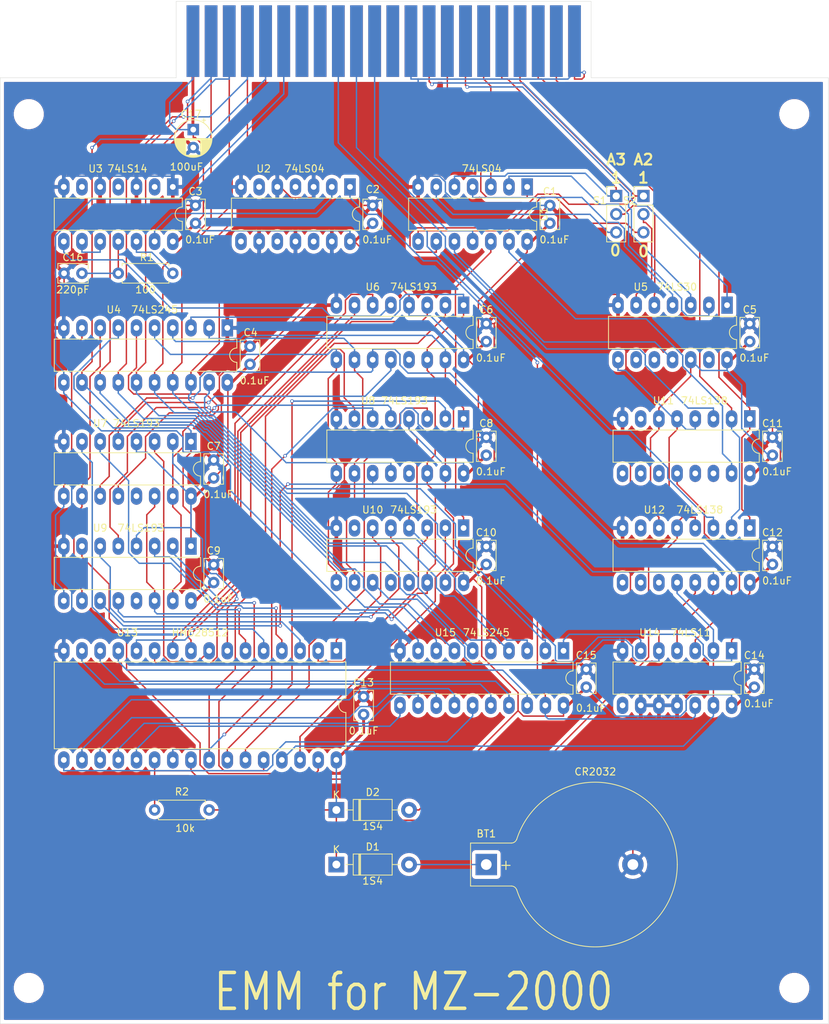
<source format=kicad_pcb>
(kicad_pcb (version 20171130) (host pcbnew "(5.1.9)-1")
  (layers (0 F.Cu signal) (31 B.Cu signal) (34 B.Paste user) (35 F.Paste user) (36 B.SilkS user) (37 F.SilkS user) (38 B.Mask user) (39 F.Mask user) (44 Edge.Cuts user))
  (net 0 "")
  (net 1 +5V)
  (net 2 GND)
  (net 3 /D2)
  (net 4 /D1)
  (net 5 /D0)
  (net 6 /A7)
  (net 7 /A6)
  (net 8 /A5)
  (net 9 /A4)
  (net 10 /A3)
  (net 11 /A2)
  (net 12 /A1)
  (net 13 /A0)
  (net 14 /D3)
  (net 15 /D4)
  (net 16 /D5)
  (net 17 /D6)
  (net 18 /D7)
  (net 19 /~WR)
  (net 20 /~RD)
  (net 21 /~IOREQ)
  (net 22 "Net-(BT1-Pad1)")
  (net 23 "Net-(R1-Pad1)")
  (net 24 "Net-(U3-Pad8)")
  (net 25 "Net-(U4-Pad6)")
  (net 26 "Net-(U4-Pad7)")
  (net 27 "Net-(U6-Pad12)")
  (net 28 "Net-(U7-Pad12)")
  (net 29 "Net-(U10-Pad15)")
  (net 30 "Net-(C13-Pad1)")
  (net 31 "Net-(C16-Pad1)")
  (net 32 "Net-(S1-Pad2)")
  (net 33 "Net-(S1-Pad3)")
  (net 34 "Net-(S2-Pad3)")
  (net 35 "Net-(S2-Pad2)")
  (net 36 "Net-(U2-Pad2)")
  (net 37 /x0_RD)
  (net 38 "Net-(U14-Pad12)")
  (net 39 "Net-(U3-Pad10)")
  (net 40 "Net-(U14-Pad6)")
  (net 41 "Net-(U4-Pad9)")
  (net 42 "Net-(U4-Pad8)")
  (net 43 "Net-(U10-Pad9)")
  (net 44 "Net-(U10-Pad10)")
  (net 45 "Net-(U10-Pad1)")
  (net 46 "Net-(U13-Pad11)")
  (net 47 "Net-(U13-Pad12)")
  (net 48 /x0_WR)
  (net 49 "Net-(U13-Pad10)")
  (net 50 "Net-(U13-Pad9)")
  (net 51 "Net-(U13-Pad5)")
  (net 52 "Net-(U13-Pad6)")
  (net 53 "Net-(U13-Pad8)")
  (net 54 "Net-(U13-Pad7)")
  (net 55 "Net-(U13-Pad26)")
  (net 56 "Net-(U13-Pad27)")
  (net 57 /x1_WR)
  (net 58 "Net-(U8-Pad12)")
  (net 59 "Net-(U13-Pad23)")
  (net 60 "Net-(U13-Pad25)")
  (net 61 "Net-(U13-Pad28)")
  (net 62 "Net-(U13-Pad4)")
  (net 63 "Net-(U10-Pad5)")
  (net 64 "Net-(U13-Pad3)")
  (net 65 "Net-(U13-Pad31)")
  (net 66 "Net-(U10-Pad6)")
  (net 67 /x2_WR)
  (net 68 "Net-(U10-Pad3)")
  (net 69 "Net-(U10-Pad2)")
  (net 70 /x3_RD)
  (net 71 /x3_WR)
  (net 72 "Net-(U13-Pad17)")
  (net 73 "Net-(U13-Pad18)")
  (net 74 "Net-(U13-Pad19)")
  (net 75 "Net-(U13-Pad20)")
  (net 76 "Net-(U13-Pad21)")
  (net 77 "Net-(U13-Pad13)")
  (net 78 "Net-(U13-Pad14)")
  (net 79 "Net-(U13-Pad15)")
  (net 80 "Net-(U1-Pad2)")
  (net 81 "Net-(U1-Pad10)")
  (net 82 "Net-(U1-Pad4)")
  (net 83 "Net-(U1-Pad12)")
  (net 84 "Net-(R2-Pad2)")
  (module mz-2000:BUS_MZ2000 (layer F.Cu) (at 137.376 62)
    (fp_text reference J1 hide)
    (fp_text value Conn_02x22_Row_Letter_First)
    (pad a1 connect rect (at -76.2 -1.27) (size 1.78 10) (layers F.Cu F.Mask) (net 1 +5V))
    (pad a2 connect rect (at -73.66 -1.27) (size 1.78 10) (layers F.Cu F.Mask) (net 3 /D2))
    (pad a3 connect rect (at -71.12 -1.27) (size 1.78 10) (layers F.Cu F.Mask) (net 4 /D1))
    (pad a4 connect rect (at -68.58 -1.27) (size 1.78 10) (layers F.Cu F.Mask) (net 5 /D0))
    (pad a5 connect rect (at -66.04 -1.27) (size 1.78 10) (layers F.Cu F.Mask) (net 2 GND))
    (pad a6 connect rect (at -63.5 -1.27) (size 1.78 10) (layers F.Cu F.Mask))
    (pad a7 connect rect (at -60.96 -1.27) (size 1.78 10) (layers F.Cu F.Mask))
    (pad a8 connect rect (at -58.42 -1.27) (size 1.78 10) (layers F.Cu F.Mask))
    (pad a9 connect rect (at -55.88 -1.27) (size 1.78 10) (layers F.Cu F.Mask))
    (pad a10 connect rect (at -53.34 -1.27) (size 1.78 10) (layers F.Cu F.Mask))
    (pad a11 connect rect (at -50.8 -1.27) (size 1.78 10) (layers F.Cu F.Mask))
    (pad a12 connect rect (at -48.26 -1.27) (size 1.78 10) (layers F.Cu F.Mask))
    (pad a13 connect rect (at -45.72 -1.27) (size 1.78 10) (layers F.Cu F.Mask))
    (pad a14 connect rect (at -43.18 -1.27) (size 1.78 10) (layers F.Cu F.Mask) (net 6 /A7))
    (pad a15 connect rect (at -40.64 -1.27) (size 1.78 10) (layers F.Cu F.Mask) (net 7 /A6))
    (pad a16 connect rect (at -38.1 -1.27) (size 1.78 10) (layers F.Cu F.Mask) (net 8 /A5))
    (pad a17 connect rect (at -35.56 -1.27) (size 1.78 10) (layers F.Cu F.Mask) (net 9 /A4))
    (pad a18 connect rect (at -33.02 -1.27) (size 1.78 10) (layers F.Cu F.Mask) (net 10 /A3))
    (pad a19 connect rect (at -30.48 -1.27) (size 1.78 10) (layers F.Cu F.Mask) (net 11 /A2))
    (pad a20 connect rect (at -27.94 -1.27) (size 1.78 10) (layers F.Cu F.Mask) (net 12 /A1))
    (pad a21 connect rect (at -25.4 -1.27) (size 1.78 10) (layers F.Cu F.Mask) (net 13 /A0))
    (pad a22 connect rect (at -22.86 -1.27) (size 1.78 10) (layers F.Cu F.Mask) (net 2 GND))
    (pad b1 connect rect (at -76.2 -1.27) (size 1.78 10) (layers B.Cu B.Mask) (net 1 +5V))
    (pad b2 connect rect (at -73.66 -1.27) (size 1.78 10) (layers B.Cu B.Mask) (net 14 /D3))
    (pad b3 connect rect (at -71.12 -1.27) (size 1.78 10) (layers B.Cu B.Mask) (net 15 /D4))
    (pad b4 connect rect (at -68.58 -1.27) (size 1.78 10) (layers B.Cu B.Mask) (net 16 /D5))
    (pad b5 connect rect (at -66.04 -1.27) (size 1.78 10) (layers B.Cu B.Mask) (net 17 /D6))
    (pad b6 connect rect (at -63.5 -1.27) (size 1.78 10) (layers B.Cu B.Mask) (net 18 /D7))
    (pad b7 connect rect (at -60.96 -1.27) (size 1.78 10) (layers B.Cu B.Mask))
    (pad b8 connect rect (at -58.42 -1.27) (size 1.78 10) (layers B.Cu B.Mask))
    (pad b9 connect rect (at -55.88 -1.27) (size 1.78 10) (layers B.Cu B.Mask) (net 19 /~WR))
    (pad b10 connect rect (at -53.34 -1.27) (size 1.78 10) (layers B.Cu B.Mask) (net 20 /~RD))
    (pad b11 connect rect (at -50.8 -1.27) (size 1.78 10) (layers B.Cu B.Mask) (net 21 /~IOREQ))
    (pad b12 connect rect (at -48.26 -1.27) (size 1.78 10) (layers B.Cu B.Mask))
    (pad b13 connect rect (at -45.72 -1.27) (size 1.78 10) (layers B.Cu B.Mask) (net 2 GND))
    (pad b14 connect rect (at -43.18 -1.27) (size 1.78 10) (layers B.Cu B.Mask))
    (pad b15 connect rect (at -40.64 -1.27) (size 1.78 10) (layers B.Cu B.Mask))
    (pad b16 connect rect (at -38.1 -1.27) (size 1.78 10) (layers B.Cu B.Mask))
    (pad b17 connect rect (at -35.56 -1.27) (size 1.78 10) (layers B.Cu B.Mask))
    (pad b18 connect rect (at -33.02 -1.27) (size 1.78 10) (layers B.Cu B.Mask))
    (pad b19 connect rect (at -30.48 -1.27) (size 1.78 10) (layers B.Cu B.Mask))
    (pad b20 connect rect (at -27.94 -1.27) (size 1.78 10) (layers B.Cu B.Mask))
    (pad b21 connect rect (at -25.4 -1.27) (size 1.78 10) (layers B.Cu B.Mask))
    (pad b22 connect rect (at -22.86 -1.27) (size 1.78 10) (layers B.Cu B.Mask) (net 2 GND))
  )
  (module MountingHole:MountingHole_3.2mm_M3 (layer F.Cu) (at 38.236 70.926)
    (fp_text reference MH4 hide)
    (fp_text value MountingHole_3.2mm_M3)
    (pad 1 np_thru_hole circle (at 0 0) (size 3.2 3.2) (drill 3.2) (layers *.Cu *.Mask))
  )
  (module MountingHole:MountingHole_3.2mm_M3 (layer F.Cu) (at 145.236 70.926)
    (fp_text reference MH3 hide)
    (fp_text value MountingHole_3.2mm_M3)
    (pad 1 np_thru_hole circle (at 0 0) (size 3.2 3.2) (drill 3.2) (layers *.Cu *.Mask))
  )
  (module MountingHole:MountingHole_3.2mm_M3 (layer F.Cu) (at 145.236 192.926)
    (fp_text reference MH2 hide)
    (fp_text value MountingHole_3.2mm_M3)
    (pad 1 np_thru_hole circle (at 0 0) (size 3.2 3.2) (drill 3.2) (layers *.Cu *.Mask))
  )
  (module MountingHole:MountingHole_3.2mm_M3 (layer F.Cu) (at 38.236 192.926)
    (fp_text reference MH1 hide)
    (fp_text value MountingHole_3.2mm_M3)
    (pad 1 np_thru_hole circle (at 0 0) (size 3.2 3.2) (drill 3.2) (layers *.Cu *.Mask))
  )
  (module Capacitor_THT:C_Rect_L4.0mm_W2.5mm_P2.50mm (layer F.Cu) (at 111.071 86.166 90)
    (fp_text reference C1 (at 4.445 0) (layer F.SilkS))
    (fp_text value 0.1uF)
    (pad 1 thru_hole circle (at 0 0 90) (size 1.6 1.6) (drill 0.8) (layers *.Cu *.Mask) (net 1 +5V))
    (pad 2 thru_hole circle (at 2.5 0 90) (size 1.6 1.6) (drill 0.8) (layers *.Cu *.Mask) (net 2 GND))
  )
  (module Capacitor_THT:C_Rect_L4.0mm_W2.5mm_P2.50mm (layer F.Cu) (at 69.161 105.851 90)
    (fp_text reference C4 (at 4.425 0.075) (layer F.SilkS))
    (fp_text value 0.1uF)
    (pad 2 thru_hole circle (at 2.5 0 90) (size 1.6 1.6) (drill 0.8) (layers *.Cu *.Mask) (net 2 GND))
    (pad 1 thru_hole circle (at 0 0 90) (size 1.6 1.6) (drill 0.8) (layers *.Cu *.Mask) (net 1 +5V))
  )
  (module Capacitor_THT:C_Rect_L4.0mm_W2.5mm_P2.50mm (layer F.Cu) (at 102.181 102.676 90)
    (fp_text reference C6 (at 4.445 0) (layer F.SilkS))
    (fp_text value 0.1uF)
    (pad 1 thru_hole circle (at 0 0 90) (size 1.6 1.6) (drill 0.8) (layers *.Cu *.Mask) (net 1 +5V))
    (pad 2 thru_hole circle (at 2.5 0 90) (size 1.6 1.6) (drill 0.8) (layers *.Cu *.Mask) (net 2 GND))
  )
  (module Capacitor_THT:C_Rect_L4.0mm_W2.5mm_P2.50mm (layer F.Cu) (at 64.081 121.726 90)
    (fp_text reference C7 (at 4.445 0) (layer F.SilkS))
    (fp_text value 0.1uF)
    (pad 1 thru_hole circle (at 0 0 90) (size 1.6 1.6) (drill 0.8) (layers *.Cu *.Mask) (net 1 +5V))
    (pad 2 thru_hole circle (at 2.5 0 90) (size 1.6 1.6) (drill 0.8) (layers *.Cu *.Mask) (net 2 GND))
  )
  (module Capacitor_THT:C_Rect_L4.0mm_W2.5mm_P2.50mm (layer F.Cu) (at 102.181 118.551 90)
    (fp_text reference C8 (at 4.445 0) (layer F.SilkS))
    (fp_text value 0.1uF)
    (pad 2 thru_hole circle (at 2.5 0 90) (size 1.6 1.6) (drill 0.8) (layers *.Cu *.Mask) (net 2 GND))
    (pad 1 thru_hole circle (at 0 0 90) (size 1.6 1.6) (drill 0.8) (layers *.Cu *.Mask) (net 1 +5V))
  )
  (module Capacitor_THT:C_Rect_L4.0mm_W2.5mm_P2.50mm (layer F.Cu) (at 64.081 136.331 90)
    (fp_text reference C9 (at 4.445 0) (layer F.SilkS))
    (fp_text value 0.1uF)
    (pad 1 thru_hole circle (at 0 0 90) (size 1.6 1.6) (drill 0.8) (layers *.Cu *.Mask) (net 1 +5V))
    (pad 2 thru_hole circle (at 2.5 0 90) (size 1.6 1.6) (drill 0.8) (layers *.Cu *.Mask) (net 2 GND))
  )
  (module Capacitor_THT:C_Rect_L4.0mm_W2.5mm_P2.50mm (layer F.Cu) (at 102.181 133.791 90)
    (fp_text reference C10 (at 4.445 0) (layer F.SilkS))
    (fp_text value 0.1uF)
    (pad 2 thru_hole circle (at 2.5 0 90) (size 1.6 1.6) (drill 0.8) (layers *.Cu *.Mask) (net 2 GND))
    (pad 1 thru_hole circle (at 0 0 90) (size 1.6 1.6) (drill 0.8) (layers *.Cu *.Mask) (net 1 +5V))
  )
  (module Capacitor_THT:C_Rect_L4.0mm_W2.5mm_P2.50mm (layer F.Cu) (at 85.036 154.746 90)
    (fp_text reference C13 (at 4.445 0) (layer F.SilkS))
    (fp_text value 0.1uF)
    (pad 1 thru_hole circle (at 0 0 90) (size 1.6 1.6) (drill 0.8) (layers *.Cu *.Mask) (net 30 "Net-(C13-Pad1)"))
    (pad 2 thru_hole circle (at 2.5 0 90) (size 1.6 1.6) (drill 0.8) (layers *.Cu *.Mask) (net 2 GND))
  )
  (module Capacitor_THT:C_Rect_L4.0mm_W2.5mm_P2.50mm (layer F.Cu) (at 116.151 150.936 90)
    (fp_text reference C15 (at 4.445 0) (layer F.SilkS))
    (fp_text value 0.1uF)
    (pad 2 thru_hole circle (at 2.5 0 90) (size 1.6 1.6) (drill 0.8) (layers *.Cu *.Mask) (net 2 GND))
    (pad 1 thru_hole circle (at 0 0 90) (size 1.6 1.6) (drill 0.8) (layers *.Cu *.Mask) (net 1 +5V))
  )
  (module Capacitor_THT:C_Rect_L4.0mm_W2.5mm_P2.50mm (layer F.Cu) (at 45.666 93.151 180)
    (fp_text reference C16 (at 1.27 2.225) (layer F.SilkS))
    (fp_text value 220pF)
    (pad 2 thru_hole circle (at 2.5 0 180) (size 1.6 1.6) (drill 0.8) (layers *.Cu *.Mask) (net 2 GND))
    (pad 1 thru_hole circle (at 0 0 180) (size 1.6 1.6) (drill 0.8) (layers *.Cu *.Mask) (net 31 "Net-(C16-Pad1)"))
  )
  (module Capacitor_THT:CP_Radial_D5.0mm_P2.50mm (layer F.Cu) (at 61.2235 73.085 270)
    (fp_text reference C17 (at -2.159 0.3175) (layer F.SilkS))
    (fp_text value 100uF)
    (pad 1 thru_hole rect (at 0 0 270) (size 1.6 1.6) (drill 0.8) (layers *.Cu *.Mask) (net 1 +5V))
    (pad 2 thru_hole circle (at 2.5 0 270) (size 1.6 1.6) (drill 0.8) (layers *.Cu *.Mask) (net 2 GND))
  )
  (module Diode_THT:D_DO-41_SOD81_P10.16mm_Horizontal (layer F.Cu) (at 81.226 175.701)
    (fp_text reference D1 (at 5.08 -2.47) (layer F.SilkS))
    (fp_text value 1S4)
    (fp_text user K (at 0 -2.1) (layer F.SilkS))
    (pad 2 thru_hole oval (at 10.16 0) (size 2.2 2.2) (drill 1.1) (layers *.Cu *.Mask) (net 22 "Net-(BT1-Pad1)"))
    (pad 1 thru_hole rect (at 0 0) (size 2.2 2.2) (drill 1.1) (layers *.Cu *.Mask) (net 30 "Net-(C13-Pad1)"))
  )
  (module Diode_THT:D_DO-41_SOD81_P10.16mm_Horizontal (layer F.Cu) (at 81.226 168.081)
    (fp_text reference D2 (at 5.08 -2.47) (layer F.SilkS))
    (fp_text value 1S4)
    (fp_text user K (at 0 -2.1) (layer F.SilkS))
    (pad 1 thru_hole rect (at 0 0) (size 2.2 2.2) (drill 1.1) (layers *.Cu *.Mask) (net 30 "Net-(C13-Pad1)"))
    (pad 2 thru_hole oval (at 10.16 0) (size 2.2 2.2) (drill 1.1) (layers *.Cu *.Mask) (net 1 +5V))
  )
  (module Resistor_THT:R_Axial_DIN0207_L6.3mm_D2.5mm_P7.62mm_Horizontal (layer F.Cu) (at 58.366 93.151 180)
    (fp_text reference R1 (at 3.63 2.225) (layer F.SilkS))
    (fp_text value 100)
    (pad 1 thru_hole circle (at 0 0 180) (size 1.6 1.6) (drill 0.8) (layers *.Cu *.Mask) (net 23 "Net-(R1-Pad1)"))
    (pad 2 thru_hole oval (at 7.62 0 180) (size 1.6 1.6) (drill 0.8) (layers *.Cu *.Mask) (net 31 "Net-(C16-Pad1)"))
  )
  (module Package_DIP:DIP-14_W7.62mm_LongPads (layer F.Cu) (at 58.366 81.086 270)
    (fp_text reference U3 (at -2.54 10.795) (layer F.SilkS))
    (fp_text value 74LS14)
    (pad 1 thru_hole rect (at 0 0 270) (size 2.4 1.6) (drill 0.8) (layers *.Cu *.Mask) (net 2 GND))
    (pad 8 thru_hole oval (at 7.62 15.24 270) (size 2.4 1.6) (drill 0.8) (layers *.Cu *.Mask) (net 24 "Net-(U3-Pad8)"))
    (pad 2 thru_hole oval (at 0 2.54 270) (size 2.4 1.6) (drill 0.8) (layers *.Cu *.Mask))
    (pad 9 thru_hole oval (at 7.62 12.7 270) (size 2.4 1.6) (drill 0.8) (layers *.Cu *.Mask) (net 39 "Net-(U3-Pad10)"))
    (pad 3 thru_hole oval (at 0 5.08 270) (size 2.4 1.6) (drill 0.8) (layers *.Cu *.Mask) (net 2 GND))
    (pad 10 thru_hole oval (at 7.62 10.16 270) (size 2.4 1.6) (drill 0.8) (layers *.Cu *.Mask) (net 39 "Net-(U3-Pad10)"))
    (pad 4 thru_hole oval (at 0 7.62 270) (size 2.4 1.6) (drill 0.8) (layers *.Cu *.Mask))
    (pad 11 thru_hole oval (at 7.62 7.62 270) (size 2.4 1.6) (drill 0.8) (layers *.Cu *.Mask) (net 31 "Net-(C16-Pad1)"))
    (pad 5 thru_hole oval (at 0 10.16 270) (size 2.4 1.6) (drill 0.8) (layers *.Cu *.Mask) (net 2 GND))
    (pad 12 thru_hole oval (at 7.62 5.08 270) (size 2.4 1.6) (drill 0.8) (layers *.Cu *.Mask) (net 23 "Net-(R1-Pad1)"))
    (pad 6 thru_hole oval (at 0 12.7 270) (size 2.4 1.6) (drill 0.8) (layers *.Cu *.Mask))
    (pad 13 thru_hole oval (at 7.62 2.54 270) (size 2.4 1.6) (drill 0.8) (layers *.Cu *.Mask) (net 36 "Net-(U2-Pad2)"))
    (pad 7 thru_hole oval (at 0 15.24 270) (size 2.4 1.6) (drill 0.8) (layers *.Cu *.Mask) (net 2 GND))
    (pad 14 thru_hole oval (at 7.62 0 270) (size 2.4 1.6) (drill 0.8) (layers *.Cu *.Mask) (net 1 +5V))
  )
  (module Package_DIP:DIP-20_W7.62mm_LongPads (layer F.Cu) (at 65.986 100.771 270)
    (fp_text reference U4 (at -2.54 15.875) (layer F.SilkS))
    (fp_text value 74LS245)
    (pad 20 thru_hole oval (at 7.62 0 270) (size 2.4 1.6) (drill 0.8) (layers *.Cu *.Mask) (net 1 +5V))
    (pad 10 thru_hole oval (at 0 22.86 270) (size 2.4 1.6) (drill 0.8) (layers *.Cu *.Mask) (net 2 GND))
    (pad 19 thru_hole oval (at 7.62 2.54 270) (size 2.4 1.6) (drill 0.8) (layers *.Cu *.Mask) (net 40 "Net-(U14-Pad6)"))
    (pad 9 thru_hole oval (at 0 20.32 270) (size 2.4 1.6) (drill 0.8) (layers *.Cu *.Mask) (net 41 "Net-(U4-Pad9)"))
    (pad 18 thru_hole oval (at 7.62 5.08 270) (size 2.4 1.6) (drill 0.8) (layers *.Cu *.Mask) (net 5 /D0))
    (pad 8 thru_hole oval (at 0 17.78 270) (size 2.4 1.6) (drill 0.8) (layers *.Cu *.Mask) (net 42 "Net-(U4-Pad8)"))
    (pad 17 thru_hole oval (at 7.62 7.62 270) (size 2.4 1.6) (drill 0.8) (layers *.Cu *.Mask) (net 4 /D1))
    (pad 7 thru_hole oval (at 0 15.24 270) (size 2.4 1.6) (drill 0.8) (layers *.Cu *.Mask) (net 26 "Net-(U4-Pad7)"))
    (pad 16 thru_hole oval (at 7.62 10.16 270) (size 2.4 1.6) (drill 0.8) (layers *.Cu *.Mask) (net 3 /D2))
    (pad 6 thru_hole oval (at 0 12.7 270) (size 2.4 1.6) (drill 0.8) (layers *.Cu *.Mask) (net 25 "Net-(U4-Pad6)"))
    (pad 15 thru_hole oval (at 7.62 12.7 270) (size 2.4 1.6) (drill 0.8) (layers *.Cu *.Mask) (net 14 /D3))
    (pad 5 thru_hole oval (at 0 10.16 270) (size 2.4 1.6) (drill 0.8) (layers *.Cu *.Mask) (net 43 "Net-(U10-Pad9)"))
    (pad 14 thru_hole oval (at 7.62 15.24 270) (size 2.4 1.6) (drill 0.8) (layers *.Cu *.Mask) (net 15 /D4))
    (pad 4 thru_hole oval (at 0 7.62 270) (size 2.4 1.6) (drill 0.8) (layers *.Cu *.Mask) (net 44 "Net-(U10-Pad10)"))
    (pad 13 thru_hole oval (at 7.62 17.78 270) (size 2.4 1.6) (drill 0.8) (layers *.Cu *.Mask) (net 16 /D5))
    (pad 3 thru_hole oval (at 0 5.08 270) (size 2.4 1.6) (drill 0.8) (layers *.Cu *.Mask) (net 45 "Net-(U10-Pad1)"))
    (pad 12 thru_hole oval (at 7.62 20.32 270) (size 2.4 1.6) (drill 0.8) (layers *.Cu *.Mask) (net 17 /D6))
    (pad 2 thru_hole oval (at 0 2.54 270) (size 2.4 1.6) (drill 0.8) (layers *.Cu *.Mask) (net 29 "Net-(U10-Pad15)"))
    (pad 11 thru_hole oval (at 7.62 22.86 270) (size 2.4 1.6) (drill 0.8) (layers *.Cu *.Mask) (net 18 /D7))
    (pad 1 thru_hole rect (at 0 0 270) (size 2.4 1.6) (drill 0.8) (layers *.Cu *.Mask) (net 2 GND))
  )
  (module Package_DIP:DIP-16_W7.62mm_LongPads (layer F.Cu) (at 99.006 97.596 270)
    (fp_text reference U6 (at -2.54 12.7) (layer F.SilkS))
    (fp_text value 74LS193)
    (pad 1 thru_hole rect (at 0 0 270) (size 2.4 1.6) (drill 0.8) (layers *.Cu *.Mask) (net 45 "Net-(U10-Pad1)"))
    (pad 9 thru_hole oval (at 7.62 17.78 270) (size 2.4 1.6) (drill 0.8) (layers *.Cu *.Mask) (net 43 "Net-(U10-Pad9)"))
    (pad 2 thru_hole oval (at 0 2.54 270) (size 2.4 1.6) (drill 0.8) (layers *.Cu *.Mask) (net 46 "Net-(U13-Pad11)"))
    (pad 10 thru_hole oval (at 7.62 15.24 270) (size 2.4 1.6) (drill 0.8) (layers *.Cu *.Mask) (net 44 "Net-(U10-Pad10)"))
    (pad 3 thru_hole oval (at 0 5.08 270) (size 2.4 1.6) (drill 0.8) (layers *.Cu *.Mask) (net 47 "Net-(U13-Pad12)"))
    (pad 11 thru_hole oval (at 7.62 12.7 270) (size 2.4 1.6) (drill 0.8) (layers *.Cu *.Mask) (net 48 /x0_WR))
    (pad 4 thru_hole oval (at 0 7.62 270) (size 2.4 1.6) (drill 0.8) (layers *.Cu *.Mask) (net 1 +5V))
    (pad 12 thru_hole oval (at 7.62 10.16 270) (size 2.4 1.6) (drill 0.8) (layers *.Cu *.Mask) (net 27 "Net-(U6-Pad12)"))
    (pad 5 thru_hole oval (at 0 10.16 270) (size 2.4 1.6) (drill 0.8) (layers *.Cu *.Mask) (net 24 "Net-(U3-Pad8)"))
    (pad 13 thru_hole oval (at 7.62 7.62 270) (size 2.4 1.6) (drill 0.8) (layers *.Cu *.Mask))
    (pad 6 thru_hole oval (at 0 12.7 270) (size 2.4 1.6) (drill 0.8) (layers *.Cu *.Mask) (net 49 "Net-(U13-Pad10)"))
    (pad 14 thru_hole oval (at 7.62 5.08 270) (size 2.4 1.6) (drill 0.8) (layers *.Cu *.Mask) (net 83 "Net-(U1-Pad12)"))
    (pad 7 thru_hole oval (at 0 15.24 270) (size 2.4 1.6) (drill 0.8) (layers *.Cu *.Mask) (net 50 "Net-(U13-Pad9)"))
    (pad 15 thru_hole oval (at 7.62 2.54 270) (size 2.4 1.6) (drill 0.8) (layers *.Cu *.Mask) (net 29 "Net-(U10-Pad15)"))
    (pad 8 thru_hole oval (at 0 17.78 270) (size 2.4 1.6) (drill 0.8) (layers *.Cu *.Mask) (net 2 GND))
    (pad 16 thru_hole oval (at 7.62 0 270) (size 2.4 1.6) (drill 0.8) (layers *.Cu *.Mask) (net 1 +5V))
  )
  (module Package_DIP:DIP-16_W7.62mm_LongPads (layer F.Cu) (at 60.906 116.646 270)
    (fp_text reference U7 (at -2.54 12.7) (layer F.SilkS))
    (fp_text value 74LS193)
    (pad 16 thru_hole oval (at 7.62 0 270) (size 2.4 1.6) (drill 0.8) (layers *.Cu *.Mask) (net 1 +5V))
    (pad 8 thru_hole oval (at 0 17.78 270) (size 2.4 1.6) (drill 0.8) (layers *.Cu *.Mask) (net 2 GND))
    (pad 15 thru_hole oval (at 7.62 2.54 270) (size 2.4 1.6) (drill 0.8) (layers *.Cu *.Mask) (net 25 "Net-(U4-Pad6)"))
    (pad 7 thru_hole oval (at 0 15.24 270) (size 2.4 1.6) (drill 0.8) (layers *.Cu *.Mask) (net 51 "Net-(U13-Pad5)"))
    (pad 14 thru_hole oval (at 7.62 5.08 270) (size 2.4 1.6) (drill 0.8) (layers *.Cu *.Mask) (net 83 "Net-(U1-Pad12)"))
    (pad 6 thru_hole oval (at 0 12.7 270) (size 2.4 1.6) (drill 0.8) (layers *.Cu *.Mask) (net 52 "Net-(U13-Pad6)"))
    (pad 13 thru_hole oval (at 7.62 7.62 270) (size 2.4 1.6) (drill 0.8) (layers *.Cu *.Mask))
    (pad 5 thru_hole oval (at 0 10.16 270) (size 2.4 1.6) (drill 0.8) (layers *.Cu *.Mask) (net 27 "Net-(U6-Pad12)"))
    (pad 12 thru_hole oval (at 7.62 10.16 270) (size 2.4 1.6) (drill 0.8) (layers *.Cu *.Mask) (net 28 "Net-(U7-Pad12)"))
    (pad 4 thru_hole oval (at 0 7.62 270) (size 2.4 1.6) (drill 0.8) (layers *.Cu *.Mask) (net 1 +5V))
    (pad 11 thru_hole oval (at 7.62 12.7 270) (size 2.4 1.6) (drill 0.8) (layers *.Cu *.Mask) (net 48 /x0_WR))
    (pad 3 thru_hole oval (at 0 5.08 270) (size 2.4 1.6) (drill 0.8) (layers *.Cu *.Mask) (net 53 "Net-(U13-Pad8)"))
    (pad 10 thru_hole oval (at 7.62 15.24 270) (size 2.4 1.6) (drill 0.8) (layers *.Cu *.Mask) (net 42 "Net-(U4-Pad8)"))
    (pad 2 thru_hole oval (at 0 2.54 270) (size 2.4 1.6) (drill 0.8) (layers *.Cu *.Mask) (net 54 "Net-(U13-Pad7)"))
    (pad 9 thru_hole oval (at 7.62 17.78 270) (size 2.4 1.6) (drill 0.8) (layers *.Cu *.Mask) (net 41 "Net-(U4-Pad9)"))
    (pad 1 thru_hole rect (at 0 0 270) (size 2.4 1.6) (drill 0.8) (layers *.Cu *.Mask) (net 26 "Net-(U4-Pad7)"))
  )
  (module Package_DIP:DIP-16_W7.62mm_LongPads (layer F.Cu) (at 99.006 113.471 270)
    (fp_text reference U8 (at -2.54 13.335) (layer F.SilkS))
    (fp_text value 74LS193)
    (pad 1 thru_hole rect (at 0 0 270) (size 2.4 1.6) (drill 0.8) (layers *.Cu *.Mask) (net 45 "Net-(U10-Pad1)"))
    (pad 9 thru_hole oval (at 7.62 17.78 270) (size 2.4 1.6) (drill 0.8) (layers *.Cu *.Mask) (net 43 "Net-(U10-Pad9)"))
    (pad 2 thru_hole oval (at 0 2.54 270) (size 2.4 1.6) (drill 0.8) (layers *.Cu *.Mask) (net 55 "Net-(U13-Pad26)"))
    (pad 10 thru_hole oval (at 7.62 15.24 270) (size 2.4 1.6) (drill 0.8) (layers *.Cu *.Mask) (net 44 "Net-(U10-Pad10)"))
    (pad 3 thru_hole oval (at 0 5.08 270) (size 2.4 1.6) (drill 0.8) (layers *.Cu *.Mask) (net 56 "Net-(U13-Pad27)"))
    (pad 11 thru_hole oval (at 7.62 12.7 270) (size 2.4 1.6) (drill 0.8) (layers *.Cu *.Mask) (net 57 /x1_WR))
    (pad 4 thru_hole oval (at 0 7.62 270) (size 2.4 1.6) (drill 0.8) (layers *.Cu *.Mask) (net 1 +5V))
    (pad 12 thru_hole oval (at 7.62 10.16 270) (size 2.4 1.6) (drill 0.8) (layers *.Cu *.Mask) (net 58 "Net-(U8-Pad12)"))
    (pad 5 thru_hole oval (at 0 10.16 270) (size 2.4 1.6) (drill 0.8) (layers *.Cu *.Mask) (net 28 "Net-(U7-Pad12)"))
    (pad 13 thru_hole oval (at 7.62 7.62 270) (size 2.4 1.6) (drill 0.8) (layers *.Cu *.Mask))
    (pad 6 thru_hole oval (at 0 12.7 270) (size 2.4 1.6) (drill 0.8) (layers *.Cu *.Mask) (net 59 "Net-(U13-Pad23)"))
    (pad 14 thru_hole oval (at 7.62 5.08 270) (size 2.4 1.6) (drill 0.8) (layers *.Cu *.Mask) (net 83 "Net-(U1-Pad12)"))
    (pad 7 thru_hole oval (at 0 15.24 270) (size 2.4 1.6) (drill 0.8) (layers *.Cu *.Mask) (net 60 "Net-(U13-Pad25)"))
    (pad 15 thru_hole oval (at 7.62 2.54 270) (size 2.4 1.6) (drill 0.8) (layers *.Cu *.Mask) (net 29 "Net-(U10-Pad15)"))
    (pad 8 thru_hole oval (at 0 17.78 270) (size 2.4 1.6) (drill 0.8) (layers *.Cu *.Mask) (net 2 GND))
    (pad 16 thru_hole oval (at 7.62 0 270) (size 2.4 1.6) (drill 0.8) (layers *.Cu *.Mask) (net 1 +5V))
  )
  (module Package_DIP:DIP-16_W7.62mm_LongPads (layer F.Cu) (at 60.906 131.251 270)
    (fp_text reference U9 (at -2.54 12.7) (layer F.SilkS))
    (fp_text value 74LS193)
    (pad 1 thru_hole rect (at 0 0 270) (size 2.4 1.6) (drill 0.8) (layers *.Cu *.Mask) (net 26 "Net-(U4-Pad7)"))
    (pad 9 thru_hole oval (at 7.62 17.78 270) (size 2.4 1.6) (drill 0.8) (layers *.Cu *.Mask) (net 41 "Net-(U4-Pad9)"))
    (pad 2 thru_hole oval (at 0 2.54 270) (size 2.4 1.6) (drill 0.8) (layers *.Cu *.Mask) (net 61 "Net-(U13-Pad28)"))
    (pad 10 thru_hole oval (at 7.62 15.24 270) (size 2.4 1.6) (drill 0.8) (layers *.Cu *.Mask) (net 42 "Net-(U4-Pad8)"))
    (pad 3 thru_hole oval (at 0 5.08 270) (size 2.4 1.6) (drill 0.8) (layers *.Cu *.Mask) (net 62 "Net-(U13-Pad4)"))
    (pad 11 thru_hole oval (at 7.62 12.7 270) (size 2.4 1.6) (drill 0.8) (layers *.Cu *.Mask) (net 57 /x1_WR))
    (pad 4 thru_hole oval (at 0 7.62 270) (size 2.4 1.6) (drill 0.8) (layers *.Cu *.Mask) (net 1 +5V))
    (pad 12 thru_hole oval (at 7.62 10.16 270) (size 2.4 1.6) (drill 0.8) (layers *.Cu *.Mask) (net 63 "Net-(U10-Pad5)"))
    (pad 5 thru_hole oval (at 0 10.16 270) (size 2.4 1.6) (drill 0.8) (layers *.Cu *.Mask) (net 58 "Net-(U8-Pad12)"))
    (pad 13 thru_hole oval (at 7.62 7.62 270) (size 2.4 1.6) (drill 0.8) (layers *.Cu *.Mask))
    (pad 6 thru_hole oval (at 0 12.7 270) (size 2.4 1.6) (drill 0.8) (layers *.Cu *.Mask) (net 64 "Net-(U13-Pad3)"))
    (pad 14 thru_hole oval (at 7.62 5.08 270) (size 2.4 1.6) (drill 0.8) (layers *.Cu *.Mask) (net 83 "Net-(U1-Pad12)"))
    (pad 7 thru_hole oval (at 0 15.24 270) (size 2.4 1.6) (drill 0.8) (layers *.Cu *.Mask) (net 65 "Net-(U13-Pad31)"))
    (pad 15 thru_hole oval (at 7.62 2.54 270) (size 2.4 1.6) (drill 0.8) (layers *.Cu *.Mask) (net 25 "Net-(U4-Pad6)"))
    (pad 8 thru_hole oval (at 0 17.78 270) (size 2.4 1.6) (drill 0.8) (layers *.Cu *.Mask) (net 2 GND))
    (pad 16 thru_hole oval (at 7.62 0 270) (size 2.4 1.6) (drill 0.8) (layers *.Cu *.Mask) (net 1 +5V))
  )
  (module Package_DIP:DIP-16_W7.62mm_LongPads (layer F.Cu) (at 99.006 128.711 270)
    (fp_text reference U10 (at -2.54 12.7) (layer F.SilkS))
    (fp_text value 74LS193)
    (pad 16 thru_hole oval (at 7.62 0 270) (size 2.4 1.6) (drill 0.8) (layers *.Cu *.Mask) (net 1 +5V))
    (pad 8 thru_hole oval (at 0 17.78 270) (size 2.4 1.6) (drill 0.8) (layers *.Cu *.Mask) (net 2 GND))
    (pad 15 thru_hole oval (at 7.62 2.54 270) (size 2.4 1.6) (drill 0.8) (layers *.Cu *.Mask) (net 29 "Net-(U10-Pad15)"))
    (pad 7 thru_hole oval (at 0 15.24 270) (size 2.4 1.6) (drill 0.8) (layers *.Cu *.Mask))
    (pad 14 thru_hole oval (at 7.62 5.08 270) (size 2.4 1.6) (drill 0.8) (layers *.Cu *.Mask) (net 83 "Net-(U1-Pad12)"))
    (pad 6 thru_hole oval (at 0 12.7 270) (size 2.4 1.6) (drill 0.8) (layers *.Cu *.Mask) (net 66 "Net-(U10-Pad6)"))
    (pad 13 thru_hole oval (at 7.62 7.62 270) (size 2.4 1.6) (drill 0.8) (layers *.Cu *.Mask))
    (pad 5 thru_hole oval (at 0 10.16 270) (size 2.4 1.6) (drill 0.8) (layers *.Cu *.Mask) (net 63 "Net-(U10-Pad5)"))
    (pad 12 thru_hole oval (at 7.62 10.16 270) (size 2.4 1.6) (drill 0.8) (layers *.Cu *.Mask))
    (pad 4 thru_hole oval (at 0 7.62 270) (size 2.4 1.6) (drill 0.8) (layers *.Cu *.Mask) (net 1 +5V))
    (pad 11 thru_hole oval (at 7.62 12.7 270) (size 2.4 1.6) (drill 0.8) (layers *.Cu *.Mask) (net 67 /x2_WR))
    (pad 3 thru_hole oval (at 0 5.08 270) (size 2.4 1.6) (drill 0.8) (layers *.Cu *.Mask) (net 68 "Net-(U10-Pad3)"))
    (pad 10 thru_hole oval (at 7.62 15.24 270) (size 2.4 1.6) (drill 0.8) (layers *.Cu *.Mask) (net 44 "Net-(U10-Pad10)"))
    (pad 2 thru_hole oval (at 0 2.54 270) (size 2.4 1.6) (drill 0.8) (layers *.Cu *.Mask) (net 69 "Net-(U10-Pad2)"))
    (pad 9 thru_hole oval (at 7.62 17.78 270) (size 2.4 1.6) (drill 0.8) (layers *.Cu *.Mask) (net 43 "Net-(U10-Pad9)"))
    (pad 1 thru_hole rect (at 0 0 270) (size 2.4 1.6) (drill 0.8) (layers *.Cu *.Mask) (net 45 "Net-(U10-Pad1)"))
  )
  (module Package_DIP:DIP-32_W15.24mm_LongPads (layer F.Cu) (at 81.226 145.856 270)
    (fp_text reference U13 (at -2.54 29.21) (layer F.SilkS))
    (fp_text value HM628512LFP-5)
    (pad 1 thru_hole rect (at 0 0 270) (size 2.4 1.6) (drill 0.8) (layers *.Cu *.Mask) (net 66 "Net-(U10-Pad6)"))
    (pad 17 thru_hole oval (at 15.24 38.1 270) (size 2.4 1.6) (drill 0.8) (layers *.Cu *.Mask) (net 72 "Net-(U13-Pad17)"))
    (pad 2 thru_hole oval (at 0 2.54 270) (size 2.4 1.6) (drill 0.8) (layers *.Cu *.Mask) (net 68 "Net-(U10-Pad3)"))
    (pad 18 thru_hole oval (at 15.24 35.56 270) (size 2.4 1.6) (drill 0.8) (layers *.Cu *.Mask) (net 73 "Net-(U13-Pad18)"))
    (pad 3 thru_hole oval (at 0 5.08 270) (size 2.4 1.6) (drill 0.8) (layers *.Cu *.Mask) (net 64 "Net-(U13-Pad3)"))
    (pad 19 thru_hole oval (at 15.24 33.02 270) (size 2.4 1.6) (drill 0.8) (layers *.Cu *.Mask) (net 74 "Net-(U13-Pad19)"))
    (pad 4 thru_hole oval (at 0 7.62 270) (size 2.4 1.6) (drill 0.8) (layers *.Cu *.Mask) (net 62 "Net-(U13-Pad4)"))
    (pad 20 thru_hole oval (at 15.24 30.48 270) (size 2.4 1.6) (drill 0.8) (layers *.Cu *.Mask) (net 75 "Net-(U13-Pad20)"))
    (pad 5 thru_hole oval (at 0 10.16 270) (size 2.4 1.6) (drill 0.8) (layers *.Cu *.Mask) (net 51 "Net-(U13-Pad5)"))
    (pad 21 thru_hole oval (at 15.24 27.94 270) (size 2.4 1.6) (drill 0.8) (layers *.Cu *.Mask) (net 76 "Net-(U13-Pad21)"))
    (pad 6 thru_hole oval (at 0 12.7 270) (size 2.4 1.6) (drill 0.8) (layers *.Cu *.Mask) (net 52 "Net-(U13-Pad6)"))
    (pad 22 thru_hole oval (at 15.24 25.4 270) (size 2.4 1.6) (drill 0.8) (layers *.Cu *.Mask) (net 84 "Net-(R2-Pad2)"))
    (pad 7 thru_hole oval (at 0 15.24 270) (size 2.4 1.6) (drill 0.8) (layers *.Cu *.Mask) (net 54 "Net-(U13-Pad7)"))
    (pad 23 thru_hole oval (at 15.24 22.86 270) (size 2.4 1.6) (drill 0.8) (layers *.Cu *.Mask) (net 59 "Net-(U13-Pad23)"))
    (pad 8 thru_hole oval (at 0 17.78 270) (size 2.4 1.6) (drill 0.8) (layers *.Cu *.Mask) (net 53 "Net-(U13-Pad8)"))
    (pad 24 thru_hole oval (at 15.24 20.32 270) (size 2.4 1.6) (drill 0.8) (layers *.Cu *.Mask) (net 84 "Net-(R2-Pad2)"))
    (pad 9 thru_hole oval (at 0 20.32 270) (size 2.4 1.6) (drill 0.8) (layers *.Cu *.Mask) (net 50 "Net-(U13-Pad9)"))
    (pad 25 thru_hole oval (at 15.24 17.78 270) (size 2.4 1.6) (drill 0.8) (layers *.Cu *.Mask) (net 60 "Net-(U13-Pad25)"))
    (pad 10 thru_hole oval (at 0 22.86 270) (size 2.4 1.6) (drill 0.8) (layers *.Cu *.Mask) (net 49 "Net-(U13-Pad10)"))
    (pad 26 thru_hole oval (at 15.24 15.24 270) (size 2.4 1.6) (drill 0.8) (layers *.Cu *.Mask) (net 55 "Net-(U13-Pad26)"))
    (pad 11 thru_hole oval (at 0 25.4 270) (size 2.4 1.6) (drill 0.8) (layers *.Cu *.Mask) (net 46 "Net-(U13-Pad11)"))
    (pad 27 thru_hole oval (at 15.24 12.7 270) (size 2.4 1.6) (drill 0.8) (layers *.Cu *.Mask) (net 56 "Net-(U13-Pad27)"))
    (pad 12 thru_hole oval (at 0 27.94 270) (size 2.4 1.6) (drill 0.8) (layers *.Cu *.Mask) (net 47 "Net-(U13-Pad12)"))
    (pad 28 thru_hole oval (at 15.24 10.16 270) (size 2.4 1.6) (drill 0.8) (layers *.Cu *.Mask) (net 61 "Net-(U13-Pad28)"))
    (pad 13 thru_hole oval (at 0 30.48 270) (size 2.4 1.6) (drill 0.8) (layers *.Cu *.Mask) (net 77 "Net-(U13-Pad13)"))
    (pad 29 thru_hole oval (at 15.24 7.62 270) (size 2.4 1.6) (drill 0.8) (layers *.Cu *.Mask) (net 71 /x3_WR))
    (pad 14 thru_hole oval (at 0 33.02 270) (size 2.4 1.6) (drill 0.8) (layers *.Cu *.Mask) (net 78 "Net-(U13-Pad14)"))
    (pad 30 thru_hole oval (at 15.24 5.08 270) (size 2.4 1.6) (drill 0.8) (layers *.Cu *.Mask) (net 69 "Net-(U10-Pad2)"))
    (pad 15 thru_hole oval (at 0 35.56 270) (size 2.4 1.6) (drill 0.8) (layers *.Cu *.Mask) (net 79 "Net-(U13-Pad15)"))
    (pad 31 thru_hole oval (at 15.24 2.54 270) (size 2.4 1.6) (drill 0.8) (layers *.Cu *.Mask) (net 65 "Net-(U13-Pad31)"))
    (pad 16 thru_hole oval (at 0 38.1 270) (size 2.4 1.6) (drill 0.8) (layers *.Cu *.Mask) (net 2 GND))
    (pad 32 thru_hole oval (at 15.24 0 270) (size 2.4 1.6) (drill 0.8) (layers *.Cu *.Mask) (net 30 "Net-(C13-Pad1)"))
  )
  (module Package_DIP:DIP-20_W7.62mm_LongPads (layer F.Cu) (at 112.976 145.856 270)
    (fp_text reference U15 (at -2.54 16.51) (layer F.SilkS))
    (fp_text value 74LS245)
    (pad 1 thru_hole rect (at 0 0 270) (size 2.4 1.6) (drill 0.8) (layers *.Cu *.Mask) (net 70 /x3_RD))
    (pad 11 thru_hole oval (at 7.62 22.86 270) (size 2.4 1.6) (drill 0.8) (layers *.Cu *.Mask) (net 76 "Net-(U13-Pad21)"))
    (pad 2 thru_hole oval (at 0 2.54 270) (size 2.4 1.6) (drill 0.8) (layers *.Cu *.Mask) (net 5 /D0))
    (pad 12 thru_hole oval (at 7.62 20.32 270) (size 2.4 1.6) (drill 0.8) (layers *.Cu *.Mask) (net 75 "Net-(U13-Pad20)"))
    (pad 3 thru_hole oval (at 0 5.08 270) (size 2.4 1.6) (drill 0.8) (layers *.Cu *.Mask) (net 4 /D1))
    (pad 13 thru_hole oval (at 7.62 17.78 270) (size 2.4 1.6) (drill 0.8) (layers *.Cu *.Mask) (net 74 "Net-(U13-Pad19)"))
    (pad 4 thru_hole oval (at 0 7.62 270) (size 2.4 1.6) (drill 0.8) (layers *.Cu *.Mask) (net 3 /D2))
    (pad 14 thru_hole oval (at 7.62 15.24 270) (size 2.4 1.6) (drill 0.8) (layers *.Cu *.Mask) (net 73 "Net-(U13-Pad18)"))
    (pad 5 thru_hole oval (at 0 10.16 270) (size 2.4 1.6) (drill 0.8) (layers *.Cu *.Mask) (net 14 /D3))
    (pad 15 thru_hole oval (at 7.62 12.7 270) (size 2.4 1.6) (drill 0.8) (layers *.Cu *.Mask) (net 72 "Net-(U13-Pad17)"))
    (pad 6 thru_hole oval (at 0 12.7 270) (size 2.4 1.6) (drill 0.8) (layers *.Cu *.Mask) (net 15 /D4))
    (pad 16 thru_hole oval (at 7.62 10.16 270) (size 2.4 1.6) (drill 0.8) (layers *.Cu *.Mask) (net 79 "Net-(U13-Pad15)"))
    (pad 7 thru_hole oval (at 0 15.24 270) (size 2.4 1.6) (drill 0.8) (layers *.Cu *.Mask) (net 16 /D5))
    (pad 17 thru_hole oval (at 7.62 7.62 270) (size 2.4 1.6) (drill 0.8) (layers *.Cu *.Mask) (net 78 "Net-(U13-Pad14)"))
    (pad 8 thru_hole oval (at 0 17.78 270) (size 2.4 1.6) (drill 0.8) (layers *.Cu *.Mask) (net 17 /D6))
    (pad 18 thru_hole oval (at 7.62 5.08 270) (size 2.4 1.6) (drill 0.8) (layers *.Cu *.Mask) (net 77 "Net-(U13-Pad13)"))
    (pad 9 thru_hole oval (at 0 20.32 270) (size 2.4 1.6) (drill 0.8) (layers *.Cu *.Mask) (net 18 /D7))
    (pad 19 thru_hole oval (at 7.62 2.54 270) (size 2.4 1.6) (drill 0.8) (layers *.Cu *.Mask) (net 38 "Net-(U14-Pad12)"))
    (pad 10 thru_hole oval (at 0 22.86 270) (size 2.4 1.6) (drill 0.8) (layers *.Cu *.Mask) (net 2 GND))
    (pad 20 thru_hole oval (at 7.62 0 270) (size 2.4 1.6) (drill 0.8) (layers *.Cu *.Mask) (net 1 +5V))
  )
  (module Battery:BatteryHolder_Keystone_103_1x20mm (layer F.Cu) (at 102.181 175.701)
    (fp_text reference BT1 (at 0 -4.3) (layer F.SilkS))
    (fp_text value Battery_Cell)
    (fp_text user + (at 2.75 0) (layer F.SilkS) (effects (font (size 1.5 1.5))))
    (pad 2 thru_hole circle (at 20.49 0) (size 3 3) (drill 1.5) (layers *.Cu *.Mask) (net 2 GND))
    (pad 1 thru_hole rect (at 0 0) (size 3 3) (drill 1.5) (layers *.Cu *.Mask) (net 22 "Net-(BT1-Pad1)"))
  )
  (module Capacitor_THT:C_Rect_L4.0mm_W2.5mm_P2.50mm (layer F.Cu) (at 86.306 86.166 90)
    (fp_text reference C2 (at 4.74 0) (layer F.SilkS))
    (fp_text value 0.1uF)
    (pad 2 thru_hole circle (at 2.5 0 90) (size 1.6 1.6) (drill 0.8) (layers *.Cu *.Mask) (net 2 GND))
    (pad 1 thru_hole circle (at 0 0 90) (size 1.6 1.6) (drill 0.8) (layers *.Cu *.Mask) (net 1 +5V))
  )
  (module Capacitor_THT:C_Rect_L4.0mm_W2.5mm_P2.50mm (layer F.Cu) (at 61.541 86.166 90)
    (fp_text reference C3 (at 4.445 0) (layer F.SilkS))
    (fp_text value 0.1uF)
    (pad 1 thru_hole circle (at 0 0 90) (size 1.6 1.6) (drill 0.8) (layers *.Cu *.Mask) (net 1 +5V))
    (pad 2 thru_hole circle (at 2.5 0 90) (size 1.6 1.6) (drill 0.8) (layers *.Cu *.Mask) (net 2 GND))
  )
  (module Capacitor_THT:C_Rect_L4.0mm_W2.5mm_P2.50mm (layer F.Cu) (at 139.011 102.676 90)
    (fp_text reference C5 (at 4.445 0) (layer F.SilkS))
    (fp_text value 0.1uF)
    (pad 2 thru_hole circle (at 2.5 0 90) (size 1.6 1.6) (drill 0.8) (layers *.Cu *.Mask) (net 2 GND))
    (pad 1 thru_hole circle (at 0 0 90) (size 1.6 1.6) (drill 0.8) (layers *.Cu *.Mask) (net 1 +5V))
  )
  (module Capacitor_THT:C_Rect_L4.0mm_W2.5mm_P2.50mm (layer F.Cu) (at 142.186 118.551 90)
    (fp_text reference C11 (at 4.445 0) (layer F.SilkS))
    (fp_text value 0.1uF)
    (pad 2 thru_hole circle (at 2.5 0 90) (size 1.6 1.6) (drill 0.8) (layers *.Cu *.Mask) (net 2 GND))
    (pad 1 thru_hole circle (at 0 0 90) (size 1.6 1.6) (drill 0.8) (layers *.Cu *.Mask) (net 1 +5V))
  )
  (module Capacitor_THT:C_Rect_L4.0mm_W2.5mm_P2.50mm (layer F.Cu) (at 142.186 133.791 90)
    (fp_text reference C12 (at 4.445 0) (layer F.SilkS))
    (fp_text value 0.1uF)
    (pad 1 thru_hole circle (at 0 0 90) (size 1.6 1.6) (drill 0.8) (layers *.Cu *.Mask) (net 1 +5V))
    (pad 2 thru_hole circle (at 2.5 0 90) (size 1.6 1.6) (drill 0.8) (layers *.Cu *.Mask) (net 2 GND))
  )
  (module Capacitor_THT:C_Rect_L4.0mm_W2.5mm_P2.50mm (layer F.Cu) (at 139.646 150.936 90)
    (fp_text reference C14 (at 4.445 0) (layer F.SilkS))
    (fp_text value 0.1uF)
    (pad 1 thru_hole circle (at 0 0 90) (size 1.6 1.6) (drill 0.8) (layers *.Cu *.Mask) (net 1 +5V))
    (pad 2 thru_hole circle (at 2.5 0 90) (size 1.6 1.6) (drill 0.8) (layers *.Cu *.Mask) (net 2 GND))
  )
  (module Connector_PinHeader_2.54mm:PinHeader_1x03_P2.54mm_Vertical (layer F.Cu) (at 120.342 82.356)
    (fp_text reference S1 (at -2.286 0.635) (layer F.SilkS))
    (fp_text value A3_select)
    (pad 1 thru_hole rect (at 0 0) (size 1.7 1.7) (drill 1) (layers *.Cu *.Mask) (net 10 /A3))
    (pad 2 thru_hole oval (at 0 2.54) (size 1.7 1.7) (drill 1) (layers *.Cu *.Mask) (net 32 "Net-(S1-Pad2)"))
    (pad 3 thru_hole oval (at 0 5.08) (size 1.7 1.7) (drill 1) (layers *.Cu *.Mask) (net 33 "Net-(S1-Pad3)"))
  )
  (module Connector_PinHeader_2.54mm:PinHeader_1x03_P2.54mm_Vertical (layer F.Cu) (at 124.152 82.356)
    (fp_text reference S2 (at -1.905 0.635) (layer F.SilkS))
    (fp_text value A2_select)
    (pad 3 thru_hole oval (at 0 5.08) (size 1.7 1.7) (drill 1) (layers *.Cu *.Mask) (net 34 "Net-(S2-Pad3)"))
    (pad 2 thru_hole oval (at 0 2.54) (size 1.7 1.7) (drill 1) (layers *.Cu *.Mask) (net 35 "Net-(S2-Pad2)"))
    (pad 1 thru_hole rect (at 0 0) (size 1.7 1.7) (drill 1) (layers *.Cu *.Mask) (net 11 /A2))
  )
  (module Package_DIP:DIP-14_W7.62mm_LongPads (layer F.Cu) (at 83.131 81.086 270)
    (fp_text reference U2 (at -2.54 12.065) (layer F.SilkS))
    (fp_text value 74LS04)
    (pad 1 thru_hole rect (at 0 0 270) (size 2.4 1.6) (drill 0.8) (layers *.Cu *.Mask) (net 38 "Net-(U14-Pad12)"))
    (pad 8 thru_hole oval (at 7.62 15.24 270) (size 2.4 1.6) (drill 0.8) (layers *.Cu *.Mask))
    (pad 2 thru_hole oval (at 0 2.54 270) (size 2.4 1.6) (drill 0.8) (layers *.Cu *.Mask) (net 36 "Net-(U2-Pad2)"))
    (pad 9 thru_hole oval (at 7.62 12.7 270) (size 2.4 1.6) (drill 0.8) (layers *.Cu *.Mask) (net 2 GND))
    (pad 3 thru_hole oval (at 0 5.08 270) (size 2.4 1.6) (drill 0.8) (layers *.Cu *.Mask) (net 2 GND))
    (pad 10 thru_hole oval (at 7.62 10.16 270) (size 2.4 1.6) (drill 0.8) (layers *.Cu *.Mask))
    (pad 4 thru_hole oval (at 0 7.62 270) (size 2.4 1.6) (drill 0.8) (layers *.Cu *.Mask))
    (pad 11 thru_hole oval (at 7.62 7.62 270) (size 2.4 1.6) (drill 0.8) (layers *.Cu *.Mask) (net 2 GND))
    (pad 5 thru_hole oval (at 0 10.16 270) (size 2.4 1.6) (drill 0.8) (layers *.Cu *.Mask) (net 2 GND))
    (pad 12 thru_hole oval (at 7.62 5.08 270) (size 2.4 1.6) (drill 0.8) (layers *.Cu *.Mask))
    (pad 6 thru_hole oval (at 0 12.7 270) (size 2.4 1.6) (drill 0.8) (layers *.Cu *.Mask))
    (pad 13 thru_hole oval (at 7.62 2.54 270) (size 2.4 1.6) (drill 0.8) (layers *.Cu *.Mask) (net 2 GND))
    (pad 7 thru_hole oval (at 0 15.24 270) (size 2.4 1.6) (drill 0.8) (layers *.Cu *.Mask) (net 2 GND))
    (pad 14 thru_hole oval (at 7.62 0 270) (size 2.4 1.6) (drill 0.8) (layers *.Cu *.Mask) (net 1 +5V))
  )
  (module Package_DIP:DIP-14_W7.62mm_LongPads (layer F.Cu) (at 135.836 97.596 270)
    (fp_text reference U5 (at -2.54 12.065) (layer F.SilkS))
    (fp_text value 74LS30)
    (pad 1 thru_hole rect (at 0 0 270) (size 2.4 1.6) (drill 0.8) (layers *.Cu *.Mask) (net 6 /A7))
    (pad 8 thru_hole oval (at 7.62 15.24 270) (size 2.4 1.6) (drill 0.8) (layers *.Cu *.Mask) (net 84 "Net-(R2-Pad2)"))
    (pad 2 thru_hole oval (at 0 2.54 270) (size 2.4 1.6) (drill 0.8) (layers *.Cu *.Mask) (net 80 "Net-(U1-Pad2)"))
    (pad 9 thru_hole oval (at 7.62 12.7 270) (size 2.4 1.6) (drill 0.8) (layers *.Cu *.Mask))
    (pad 3 thru_hole oval (at 0 5.08 270) (size 2.4 1.6) (drill 0.8) (layers *.Cu *.Mask) (net 8 /A5))
    (pad 10 thru_hole oval (at 7.62 10.16 270) (size 2.4 1.6) (drill 0.8) (layers *.Cu *.Mask))
    (pad 4 thru_hole oval (at 0 7.62 270) (size 2.4 1.6) (drill 0.8) (layers *.Cu *.Mask) (net 82 "Net-(U1-Pad4)"))
    (pad 11 thru_hole oval (at 7.62 7.62 270) (size 2.4 1.6) (drill 0.8) (layers *.Cu *.Mask) (net 81 "Net-(U1-Pad10)"))
    (pad 5 thru_hole oval (at 0 10.16 270) (size 2.4 1.6) (drill 0.8) (layers *.Cu *.Mask) (net 32 "Net-(S1-Pad2)"))
    (pad 12 thru_hole oval (at 7.62 5.08 270) (size 2.4 1.6) (drill 0.8) (layers *.Cu *.Mask) (net 1 +5V))
    (pad 6 thru_hole oval (at 0 12.7 270) (size 2.4 1.6) (drill 0.8) (layers *.Cu *.Mask) (net 35 "Net-(S2-Pad2)"))
    (pad 13 thru_hole oval (at 7.62 2.54 270) (size 2.4 1.6) (drill 0.8) (layers *.Cu *.Mask))
    (pad 7 thru_hole oval (at 0 15.24 270) (size 2.4 1.6) (drill 0.8) (layers *.Cu *.Mask) (net 2 GND))
    (pad 14 thru_hole oval (at 7.62 0 270) (size 2.4 1.6) (drill 0.8) (layers *.Cu *.Mask) (net 1 +5V))
  )
  (module Package_DIP:DIP-16_W7.62mm_LongPads (layer F.Cu) (at 139.011 113.471 270)
    (fp_text reference U11 (at -2.54 12.065) (layer F.SilkS))
    (fp_text value 74LS138)
    (pad 16 thru_hole oval (at 7.62 0 270) (size 2.4 1.6) (drill 0.8) (layers *.Cu *.Mask) (net 1 +5V))
    (pad 8 thru_hole oval (at 0 17.78 270) (size 2.4 1.6) (drill 0.8) (layers *.Cu *.Mask) (net 2 GND))
    (pad 15 thru_hole oval (at 7.62 2.54 270) (size 2.4 1.6) (drill 0.8) (layers *.Cu *.Mask) (net 37 /x0_RD))
    (pad 7 thru_hole oval (at 0 15.24 270) (size 2.4 1.6) (drill 0.8) (layers *.Cu *.Mask))
    (pad 14 thru_hole oval (at 7.62 5.08 270) (size 2.4 1.6) (drill 0.8) (layers *.Cu *.Mask))
    (pad 6 thru_hole oval (at 0 12.7 270) (size 2.4 1.6) (drill 0.8) (layers *.Cu *.Mask) (net 1 +5V))
    (pad 13 thru_hole oval (at 7.62 7.62 270) (size 2.4 1.6) (drill 0.8) (layers *.Cu *.Mask))
    (pad 5 thru_hole oval (at 0 10.16 270) (size 2.4 1.6) (drill 0.8) (layers *.Cu *.Mask) (net 84 "Net-(R2-Pad2)"))
    (pad 12 thru_hole oval (at 7.62 10.16 270) (size 2.4 1.6) (drill 0.8) (layers *.Cu *.Mask) (net 70 /x3_RD))
    (pad 4 thru_hole oval (at 0 7.62 270) (size 2.4 1.6) (drill 0.8) (layers *.Cu *.Mask) (net 84 "Net-(R2-Pad2)"))
    (pad 11 thru_hole oval (at 7.62 12.7 270) (size 2.4 1.6) (drill 0.8) (layers *.Cu *.Mask))
    (pad 3 thru_hole oval (at 0 5.08 270) (size 2.4 1.6) (drill 0.8) (layers *.Cu *.Mask) (net 20 /~RD))
    (pad 10 thru_hole oval (at 7.62 15.24 270) (size 2.4 1.6) (drill 0.8) (layers *.Cu *.Mask))
    (pad 2 thru_hole oval (at 0 2.54 270) (size 2.4 1.6) (drill 0.8) (layers *.Cu *.Mask) (net 12 /A1))
    (pad 9 thru_hole oval (at 7.62 17.78 270) (size 2.4 1.6) (drill 0.8) (layers *.Cu *.Mask))
    (pad 1 thru_hole rect (at 0 0 270) (size 2.4 1.6) (drill 0.8) (layers *.Cu *.Mask) (net 13 /A0))
  )
  (module Package_DIP:DIP-16_W7.62mm_LongPads (layer F.Cu) (at 139.011 128.711 270)
    (fp_text reference U12 (at -2.54 13.335) (layer F.SilkS))
    (fp_text value 74LS138)
    (pad 1 thru_hole rect (at 0 0 270) (size 2.4 1.6) (drill 0.8) (layers *.Cu *.Mask) (net 13 /A0))
    (pad 9 thru_hole oval (at 7.62 17.78 270) (size 2.4 1.6) (drill 0.8) (layers *.Cu *.Mask))
    (pad 2 thru_hole oval (at 0 2.54 270) (size 2.4 1.6) (drill 0.8) (layers *.Cu *.Mask) (net 12 /A1))
    (pad 10 thru_hole oval (at 7.62 15.24 270) (size 2.4 1.6) (drill 0.8) (layers *.Cu *.Mask))
    (pad 3 thru_hole oval (at 0 5.08 270) (size 2.4 1.6) (drill 0.8) (layers *.Cu *.Mask) (net 19 /~WR))
    (pad 11 thru_hole oval (at 7.62 12.7 270) (size 2.4 1.6) (drill 0.8) (layers *.Cu *.Mask))
    (pad 4 thru_hole oval (at 0 7.62 270) (size 2.4 1.6) (drill 0.8) (layers *.Cu *.Mask) (net 84 "Net-(R2-Pad2)"))
    (pad 12 thru_hole oval (at 7.62 10.16 270) (size 2.4 1.6) (drill 0.8) (layers *.Cu *.Mask) (net 71 /x3_WR))
    (pad 5 thru_hole oval (at 0 10.16 270) (size 2.4 1.6) (drill 0.8) (layers *.Cu *.Mask) (net 84 "Net-(R2-Pad2)"))
    (pad 13 thru_hole oval (at 7.62 7.62 270) (size 2.4 1.6) (drill 0.8) (layers *.Cu *.Mask) (net 67 /x2_WR))
    (pad 6 thru_hole oval (at 0 12.7 270) (size 2.4 1.6) (drill 0.8) (layers *.Cu *.Mask) (net 1 +5V))
    (pad 14 thru_hole oval (at 7.62 5.08 270) (size 2.4 1.6) (drill 0.8) (layers *.Cu *.Mask) (net 57 /x1_WR))
    (pad 7 thru_hole oval (at 0 15.24 270) (size 2.4 1.6) (drill 0.8) (layers *.Cu *.Mask))
    (pad 15 thru_hole oval (at 7.62 2.54 270) (size 2.4 1.6) (drill 0.8) (layers *.Cu *.Mask) (net 48 /x0_WR))
    (pad 8 thru_hole oval (at 0 17.78 270) (size 2.4 1.6) (drill 0.8) (layers *.Cu *.Mask) (net 2 GND))
    (pad 16 thru_hole oval (at 7.62 0 270) (size 2.4 1.6) (drill 0.8) (layers *.Cu *.Mask) (net 1 +5V))
  )
  (module Package_DIP:DIP-14_W7.62mm_LongPads (layer F.Cu) (at 136.471 145.856 270)
    (fp_text reference U14 (at -2.54 11.43) (layer F.SilkS))
    (fp_text value 74LS11)
    (pad 14 thru_hole oval (at 7.62 0 270) (size 2.4 1.6) (drill 0.8) (layers *.Cu *.Mask) (net 1 +5V))
    (pad 7 thru_hole oval (at 0 15.24 270) (size 2.4 1.6) (drill 0.8) (layers *.Cu *.Mask) (net 2 GND))
    (pad 13 thru_hole oval (at 7.62 2.54 270) (size 2.4 1.6) (drill 0.8) (layers *.Cu *.Mask) (net 71 /x3_WR))
    (pad 6 thru_hole oval (at 0 12.7 270) (size 2.4 1.6) (drill 0.8) (layers *.Cu *.Mask) (net 40 "Net-(U14-Pad6)"))
    (pad 12 thru_hole oval (at 7.62 5.08 270) (size 2.4 1.6) (drill 0.8) (layers *.Cu *.Mask) (net 38 "Net-(U14-Pad12)"))
    (pad 5 thru_hole oval (at 0 10.16 270) (size 2.4 1.6) (drill 0.8) (layers *.Cu *.Mask) (net 67 /x2_WR))
    (pad 11 thru_hole oval (at 7.62 7.62 270) (size 2.4 1.6) (drill 0.8) (layers *.Cu *.Mask) (net 2 GND))
    (pad 4 thru_hole oval (at 0 7.62 270) (size 2.4 1.6) (drill 0.8) (layers *.Cu *.Mask) (net 57 /x1_WR))
    (pad 10 thru_hole oval (at 7.62 10.16 270) (size 2.4 1.6) (drill 0.8) (layers *.Cu *.Mask) (net 2 GND))
    (pad 3 thru_hole oval (at 0 5.08 270) (size 2.4 1.6) (drill 0.8) (layers *.Cu *.Mask) (net 48 /x0_WR))
    (pad 9 thru_hole oval (at 7.62 12.7 270) (size 2.4 1.6) (drill 0.8) (layers *.Cu *.Mask) (net 2 GND))
    (pad 2 thru_hole oval (at 0 2.54 270) (size 2.4 1.6) (drill 0.8) (layers *.Cu *.Mask) (net 71 /x3_WR))
    (pad 8 thru_hole oval (at 7.62 15.24 270) (size 2.4 1.6) (drill 0.8) (layers *.Cu *.Mask))
    (pad 1 thru_hole rect (at 0 0 270) (size 2.4 1.6) (drill 0.8) (layers *.Cu *.Mask) (net 70 /x3_RD))
  )
  (module Package_DIP:DIP-14_W7.62mm_LongPads (layer F.Cu) (at 107.896 81.086 270)
    (fp_text reference U1 (at 3.81 -2.33 90) (layer F.SilkS))
    (fp_text value 74LS04)
    (pad 1 thru_hole rect (at 0 0 270) (size 2.4 1.6) (drill 0.8) (layers *.Cu *.Mask) (net 7 /A6))
    (pad 8 thru_hole oval (at 7.62 15.24 270) (size 2.4 1.6) (drill 0.8) (layers *.Cu *.Mask) (net 34 "Net-(S2-Pad3)"))
    (pad 2 thru_hole oval (at 0 2.54 270) (size 2.4 1.6) (drill 0.8) (layers *.Cu *.Mask) (net 80 "Net-(U1-Pad2)"))
    (pad 9 thru_hole oval (at 7.62 12.7 270) (size 2.4 1.6) (drill 0.8) (layers *.Cu *.Mask) (net 11 /A2))
    (pad 3 thru_hole oval (at 0 5.08 270) (size 2.4 1.6) (drill 0.8) (layers *.Cu *.Mask) (net 9 /A4))
    (pad 10 thru_hole oval (at 7.62 10.16 270) (size 2.4 1.6) (drill 0.8) (layers *.Cu *.Mask) (net 81 "Net-(U1-Pad10)"))
    (pad 4 thru_hole oval (at 0 7.62 270) (size 2.4 1.6) (drill 0.8) (layers *.Cu *.Mask) (net 82 "Net-(U1-Pad4)"))
    (pad 11 thru_hole oval (at 7.62 7.62 270) (size 2.4 1.6) (drill 0.8) (layers *.Cu *.Mask) (net 21 /~IOREQ))
    (pad 5 thru_hole oval (at 0 10.16 270) (size 2.4 1.6) (drill 0.8) (layers *.Cu *.Mask) (net 10 /A3))
    (pad 12 thru_hole oval (at 7.62 5.08 270) (size 2.4 1.6) (drill 0.8) (layers *.Cu *.Mask) (net 83 "Net-(U1-Pad12)"))
    (pad 6 thru_hole oval (at 0 12.7 270) (size 2.4 1.6) (drill 0.8) (layers *.Cu *.Mask) (net 33 "Net-(S1-Pad3)"))
    (pad 13 thru_hole oval (at 7.62 2.54 270) (size 2.4 1.6) (drill 0.8) (layers *.Cu *.Mask) (net 37 /x0_RD))
    (pad 7 thru_hole oval (at 0 15.24 270) (size 2.4 1.6) (drill 0.8) (layers *.Cu *.Mask) (net 2 GND))
    (pad 14 thru_hole oval (at 7.62 0 270) (size 2.4 1.6) (drill 0.8) (layers *.Cu *.Mask) (net 1 +5V))
  )
  (module Resistor_THT:R_Axial_DIN0207_L6.3mm_D2.5mm_P7.62mm_Horizontal (layer F.Cu) (at 63.446 168.081 180)
    (fp_text reference R2 (at 3.81 2.54) (layer F.SilkS))
    (fp_text value 10k)
    (pad 1 thru_hole circle (at 0 0 180) (size 1.6 1.6) (drill 0.8) (layers *.Cu *.Mask) (net 30 "Net-(C13-Pad1)"))
    (pad 2 thru_hole oval (at 7.62 0 180) (size 1.6 1.6) (drill 0.8) (layers *.Cu *.Mask) (net 84 "Net-(R2-Pad2)"))
  )
  (gr_text 10k (at 60.091 170.632) (layer F.SilkS) (effects (font (size 1 1))))
  (gr_text 74LS11 (at 130.756 143.316) (layer F.SilkS) (effects (font (size 1 1))))
  (gr_text 74LS245 (at 102.181 143.316) (layer F.SilkS) (effects (font (size 1 1))))
  (gr_text HM628512 (at 62.176 143.316) (layer F.SilkS) (effects (font (size 1 1))))
  (gr_text 74LS138 (at 132.026 126.171) (layer F.SilkS) (effects (font (size 1 1))))
  (gr_text 74LS193 (at 92.021 126.171) (layer F.SilkS) (effects (font (size 1 1))))
  (gr_text 74LS193 (at 53.921 128.711) (layer F.SilkS) (effects (font (size 1 1))))
  (gr_text 74LS193 (at 53.286 114.106) (layer F.SilkS) (effects (font (size 1 1))))
  (gr_text 74LS193 (at 90.751 110.931) (layer F.SilkS) (effects (font (size 1 1))))
  (gr_text 74LS138 (at 132.661 110.931) (layer F.SilkS) (effects (font (size 1 1))))
  (gr_text 74LS30 (at 128.851 95.056) (layer F.SilkS) (effects (font (size 1 1))))
  (gr_text 74LS193 (at 92.021 95.056) (layer F.SilkS) (effects (font (size 1 1))))
  (gr_text 74LS245 (at 55.826 98.231) (layer F.SilkS) (effects (font (size 1 1))))
  (gr_text 74LS04 (at 101.546 78.546) (layer F.SilkS) (effects (font (size 1 1))))
  (gr_text 74LS04 (at 76.781 78.546) (layer F.SilkS) (effects (font (size 1 1))))
  (gr_text 74LS14 (at 52.016 78.546) (layer F.SilkS) (effects (font (size 1 1))))
  (gr_text A2 (at 124.152 77.276) (layer F.SilkS) (effects (font (size 1.5 1.5) (thickness 0.3))))
  (gr_text A3 (at 120.342 77.276) (layer F.SilkS) (effects (font (size 1.5 1.5) (thickness 0.3))))
  (gr_text 1 (at 124.152 79.816) (layer F.SilkS) (effects (font (size 1.5 1.5) (thickness 0.3))))
  (gr_text 1 (at 120.342 79.816) (layer F.SilkS) (effects (font (size 1.5 1.5) (thickness 0.3))))
  (gr_text 0 (at 124.152 90.103) (layer F.SilkS) (effects (font (size 1.5 1.5) (thickness 0.3))))
  (gr_text 0 (at 120.215 89.976) (layer F.SilkS) (effects (font (size 1.5 1.5) (thickness 0.3))))
  (gr_text 220pF (at 44.396 95.437) (layer F.SilkS) (effects (font (size 1 1))))
  (gr_text 100 (at 54.556 95.437) (layer F.SilkS) (effects (font (size 1 1))))
  (gr_text 1S4 (at 86.306 170.367) (layer F.SilkS) (effects (font (size 1 1))))
  (gr_text 1S4 (at 86.306 177.987) (layer F.SilkS) (effects (font (size 1 1))))
  (gr_text CR2032 (at 117.421 162.747) (layer F.SilkS) (effects (font (size 1 1))))
  (gr_text 0.1uF (at 85.036 157.032) (layer F.SilkS) (effects (font (size 1 1))))
  (gr_text 0.1uF (at 116.786 153.857) (layer F.SilkS) (effects (font (size 1 1))))
  (gr_text 0.1uF (at 140.281 153.222) (layer F.SilkS) (effects (font (size 1 1))))
  (gr_text 0.1uF (at 142.821 136.077) (layer F.SilkS) (effects (font (size 1 1))))
  (gr_text 0.1uF (at 102.816 136.077) (layer F.SilkS) (effects (font (size 1 1))))
  (gr_text 0.1uF (at 64.716 138.617) (layer F.SilkS) (effects (font (size 1 1))))
  (gr_text 0.1uF (at 64.716 124.012) (layer F.SilkS) (effects (font (size 1 1))))
  (gr_text 0.1uF (at 102.816 120.837) (layer F.SilkS) (effects (font (size 1 1))))
  (gr_text 0.1uF (at 142.821 120.837) (layer F.SilkS) (effects (font (size 1 1))))
  (gr_text 0.1uF (at 139.646 104.962) (layer F.SilkS) (effects (font (size 1 1))))
  (gr_text 0.1uF (at 102.816 104.962) (layer F.SilkS) (effects (font (size 1 1))))
  (gr_text 0.1uF (at 69.796 108.137) (layer F.SilkS) (effects (font (size 1 1))))
  (gr_text 0.1uF (at 111.706 88.452) (layer F.SilkS) (effects (font (size 1 1))))
  (gr_text 0.1uF (at 86.941 88.452) (layer F.SilkS) (effects (font (size 1 1))))
  (gr_text 100uF (at 60.271 78.292) (layer F.SilkS) (effects (font (size 1 1))))
  (gr_text 0.1uF (at 62.176 88.452) (layer F.SilkS) (effects (font (size 1 1))))
  (gr_text "EMM for MZ-2000" (at 92.021 193.481) (layer F.SilkS) (effects (font (size 5 4) (thickness 0.5))))
  (gr_line (start 58.836 65.846) (end 58.836 55.178) (layer Edge.Cuts) (width 0.05))
  (gr_line (start 34.236 65.846) (end 58.836 65.846) (layer Edge.Cuts) (width 0.05))
  (gr_line (start 116.836 65.846) (end 116.836 55.178) (layer Edge.Cuts) (width 0.05))
  (gr_line (start 150 65.846) (end 116.836 65.846) (layer Edge.Cuts) (width 0.05))
  (gr_line (start 34.236 65.846) (end 34.236 197.926) (layer Edge.Cuts) (width 0.05))
  (gr_line (start 116.836 55.178) (end 58.836 55.178) (layer Edge.Cuts) (width 0.05))
  (gr_line (start 150 197.926) (end 150 65.846) (layer Edge.Cuts) (width 0.05))
  (gr_line (start 34.236 197.926) (end 150 197.926) (layer Edge.Cuts) (width 0.05))
  (segment (start 66.0654 108.391) (end 66.0654 119.7416) (width 0.2) (layer F.Cu) (net 1))
  (segment (start 66.0654 119.7416) (end 64.081 121.726) (width 0.2) (layer F.Cu) (net 1))
  (segment (start 66.0654 108.391) (end 65.986 108.391) (width 0.4) (layer F.Cu) (net 1))
  (segment (start 69.161 105.851) (end 66.621 108.391) (width 0.4) (layer F.Cu) (net 1))
  (segment (start 66.621 108.391) (end 66.0654 108.391) (width 0.4) (layer F.Cu) (net 1))
  (segment (start 99.006 136.331) (end 99.006 134.8307) (width 0.2) (layer B.Cu) (net 1))
  (segment (start 91.386 128.711) (end 97.5057 134.8307) (width 0.2) (layer B.Cu) (net 1))
  (segment (start 97.5057 134.8307) (end 99.006 134.8307) (width 0.2) (layer B.Cu) (net 1))
  (segment (start 91.386 128.711) (end 91.386 127.2107) (width 0.2) (layer F.Cu) (net 1))
  (segment (start 91.386 113.471) (end 91.386 114.9713) (width 0.2) (layer F.Cu) (net 1))
  (segment (start 91.386 114.9713) (end 92.4971 116.0824) (width 0.2) (layer F.Cu) (net 1))
  (segment (start 92.4971 116.0824) (end 92.4971 126.0996) (width 0.2) (layer F.Cu) (net 1))
  (segment (start 92.4971 126.0996) (end 91.386 127.2107) (width 0.2) (layer F.Cu) (net 1))
  (segment (start 53.286 116.646) (end 53.286 118.1463) (width 0.2) (layer B.Cu) (net 1))
  (segment (start 53.286 118.1463) (end 54.7863 118.1463) (width 0.2) (layer B.Cu) (net 1))
  (segment (start 54.7863 118.1463) (end 60.906 124.266) (width 0.2) (layer B.Cu) (net 1))
  (segment (start 60.906 128.6657) (end 54.371 128.6657) (width 0.2) (layer B.Cu) (net 1))
  (segment (start 54.371 128.6657) (end 53.286 129.7507) (width 0.2) (layer B.Cu) (net 1))
  (segment (start 64.081 136.331) (end 62.5203 134.7703) (width 0.2) (layer B.Cu) (net 1))
  (segment (start 62.5203 134.7703) (end 62.5203 130.28) (width 0.2) (layer B.Cu) (net 1))
  (segment (start 62.5203 130.28) (end 60.906 128.6657) (width 0.2) (layer B.Cu) (net 1))
  (segment (start 60.906 125.7663) (end 60.906 128.6657) (width 0.2) (layer B.Cu) (net 1))
  (segment (start 53.286 131.251) (end 53.286 129.7507) (width 0.2) (layer B.Cu) (net 1))
  (segment (start 91.386 168.081) (end 92.7863 168.081) (width 0.2) (layer F.Cu) (net 1))
  (segment (start 106.626 154.223) (end 107.3793 154.9763) (width 0.2) (layer F.Cu) (net 1))
  (segment (start 107.3793 154.9763) (end 112.976 154.9763) (width 0.2) (layer F.Cu) (net 1))
  (segment (start 100.276 135.696) (end 101.546 136.966) (width 0.2) (layer F.Cu) (net 1))
  (segment (start 101.546 136.966) (end 101.546 146.6228) (width 0.2) (layer F.Cu) (net 1))
  (segment (start 101.546 146.6228) (end 106.626 151.7028) (width 0.2) (layer F.Cu) (net 1))
  (segment (start 106.626 151.7028) (end 106.626 154.223) (width 0.2) (layer F.Cu) (net 1))
  (segment (start 106.626 154.223) (end 92.7863 168.0627) (width 0.2) (layer F.Cu) (net 1))
  (segment (start 92.7863 168.0627) (end 92.7863 168.081) (width 0.2) (layer F.Cu) (net 1))
  (segment (start 112.976 153.476) (end 112.976 154.9763) (width 0.2) (layer F.Cu) (net 1))
  (segment (start 100.276 135.696) (end 99.641 136.331) (width 0.4) (layer F.Cu) (net 1))
  (segment (start 99.641 136.331) (end 99.006 136.331) (width 0.4) (layer F.Cu) (net 1))
  (segment (start 102.181 133.791) (end 100.276 135.696) (width 0.4) (layer F.Cu) (net 1))
  (segment (start 91.386 113.471) (end 91.386 114.9713) (width 0.2) (layer B.Cu) (net 1))
  (segment (start 99.006 121.091) (end 99.006 119.5907) (width 0.2) (layer B.Cu) (net 1))
  (segment (start 99.006 119.5907) (end 96.0054 119.5907) (width 0.2) (layer B.Cu) (net 1))
  (segment (start 96.0054 119.5907) (end 91.386 114.9713) (width 0.2) (layer B.Cu) (net 1))
  (segment (start 61.2235 74.1853) (end 61.4986 74.1853) (width 0.2) (layer F.Cu) (net 1))
  (segment (start 61.4986 74.1853) (end 62.6415 75.3282) (width 0.2) (layer F.Cu) (net 1))
  (segment (start 62.6415 75.3282) (end 62.6415 85.0655) (width 0.2) (layer F.Cu) (net 1))
  (segment (start 62.6415 85.0655) (end 61.541 86.166) (width 0.2) (layer F.Cu) (net 1))
  (segment (start 60.906 124.266) (end 60.906 125.7663) (width 0.2) (layer B.Cu) (net 1))
  (segment (start 136.471 153.476) (end 136.471 151.9757) (width 0.2) (layer B.Cu) (net 1))
  (segment (start 116.151 150.936) (end 120.1913 154.9763) (width 0.2) (layer B.Cu) (net 1))
  (segment (start 120.1913 154.9763) (end 129.3229 154.9763) (width 0.2) (layer B.Cu) (net 1))
  (segment (start 129.3229 154.9763) (end 130.121 154.1782) (width 0.2) (layer B.Cu) (net 1))
  (segment (start 130.121 154.1782) (end 130.121 152.7585) (width 0.2) (layer B.Cu) (net 1))
  (segment (start 130.121 152.7585) (end 130.9038 151.9757) (width 0.2) (layer B.Cu) (net 1))
  (segment (start 130.9038 151.9757) (end 136.471 151.9757) (width 0.2) (layer B.Cu) (net 1))
  (segment (start 85.036 89.976) (end 83.766 88.706) (width 0.2) (layer F.Cu) (net 1))
  (segment (start 91.386 96.0957) (end 91.1557 96.0957) (width 0.2) (layer F.Cu) (net 1))
  (segment (start 91.1557 96.0957) (end 85.036 89.976) (width 0.2) (layer F.Cu) (net 1))
  (segment (start 85.036 89.976) (end 69.161 105.851) (width 0.2) (layer F.Cu) (net 1))
  (segment (start 61.2235 73.085) (end 60.1232 73.085) (width 0.2) (layer B.Cu) (net 1))
  (segment (start 61.176 66.0303) (end 57.9324 69.2739) (width 0.2) (layer B.Cu) (net 1))
  (segment (start 57.9324 69.2739) (end 57.9324 72.1546) (width 0.2) (layer B.Cu) (net 1))
  (segment (start 57.9324 72.1546) (end 58.8628 73.085) (width 0.2) (layer B.Cu) (net 1))
  (segment (start 58.8628 73.085) (end 60.1232 73.085) (width 0.2) (layer B.Cu) (net 1))
  (segment (start 61.176 60.73) (end 61.176 66.0303) (width 0.2) (layer B.Cu) (net 1))
  (segment (start 107.896 88.706) (end 107.896 90.2063) (width 0.2) (layer F.Cu) (net 1))
  (segment (start 101.731 103.126) (end 101.075 102.47) (width 0.2) (layer F.Cu) (net 1))
  (segment (start 101.075 102.47) (end 101.075 97.0273) (width 0.2) (layer F.Cu) (net 1))
  (segment (start 101.075 97.0273) (end 107.896 90.2063) (width 0.2) (layer F.Cu) (net 1))
  (segment (start 101.731 103.126) (end 99.641 105.216) (width 0.4) (layer F.Cu) (net 1))
  (segment (start 102.181 102.676) (end 101.731 103.126) (width 0.4) (layer F.Cu) (net 1))
  (segment (start 61.2235 73.085) (end 61.2235 74.1853) (width 0.2) (layer F.Cu) (net 1))
  (segment (start 61.541 86.166) (end 59.001 88.706) (width 0.4) (layer F.Cu) (net 1))
  (segment (start 59.001 88.706) (end 58.366 88.706) (width 0.4) (layer F.Cu) (net 1))
  (segment (start 91.386 97.596) (end 91.386 99.0963) (width 0.2) (layer B.Cu) (net 1))
  (segment (start 99.006 105.216) (end 99.006 103.7157) (width 0.2) (layer B.Cu) (net 1))
  (segment (start 99.006 103.7157) (end 94.3866 99.0963) (width 0.2) (layer B.Cu) (net 1))
  (segment (start 94.3866 99.0963) (end 91.386 99.0963) (width 0.2) (layer B.Cu) (net 1))
  (segment (start 142.186 118.551) (end 141.6285 118.551) (width 0.2) (layer B.Cu) (net 1))
  (segment (start 141.6285 118.551) (end 137.8827 114.8052) (width 0.2) (layer B.Cu) (net 1))
  (segment (start 137.8827 114.8052) (end 137.8827 108.763) (width 0.2) (layer B.Cu) (net 1))
  (segment (start 137.8827 108.763) (end 135.836 106.7163) (width 0.2) (layer B.Cu) (net 1))
  (segment (start 83.131 88.706) (end 83.131 87.2057) (width 0.2) (layer B.Cu) (net 1))
  (segment (start 83.131 87.2057) (end 62.5807 87.2057) (width 0.2) (layer B.Cu) (net 1))
  (segment (start 62.5807 87.2057) (end 61.541 86.166) (width 0.2) (layer B.Cu) (net 1))
  (segment (start 139.011 136.331) (end 139.011 137.8313) (width 0.2) (layer F.Cu) (net 1))
  (segment (start 139.196 151.386) (end 138.4913 150.6813) (width 0.2) (layer F.Cu) (net 1))
  (segment (start 138.4913 150.6813) (end 138.4913 138.351) (width 0.2) (layer F.Cu) (net 1))
  (segment (start 138.4913 138.351) (end 139.011 137.8313) (width 0.2) (layer F.Cu) (net 1))
  (segment (start 139.196 151.386) (end 137.106 153.476) (width 0.4) (layer F.Cu) (net 1))
  (segment (start 137.106 153.476) (end 136.471 153.476) (width 0.4) (layer F.Cu) (net 1))
  (segment (start 139.646 150.936) (end 139.196 151.386) (width 0.4) (layer F.Cu) (net 1))
  (segment (start 99.641 105.216) (end 99.006 105.216) (width 0.4) (layer F.Cu) (net 1))
  (segment (start 101.3991 119.3329) (end 101.0724 119.0062) (width 0.2) (layer F.Cu) (net 1))
  (segment (start 101.0724 119.0062) (end 101.0724 106.6474) (width 0.2) (layer F.Cu) (net 1))
  (segment (start 101.0724 106.6474) (end 99.641 105.216) (width 0.2) (layer F.Cu) (net 1))
  (segment (start 101.3991 119.3329) (end 99.641 121.091) (width 0.4) (layer F.Cu) (net 1))
  (segment (start 99.641 121.091) (end 99.006 121.091) (width 0.4) (layer F.Cu) (net 1))
  (segment (start 102.181 118.551) (end 101.3991 119.3329) (width 0.4) (layer F.Cu) (net 1))
  (segment (start 139.011 102.676) (end 136.471 105.216) (width 0.4) (layer F.Cu) (net 1))
  (segment (start 136.471 105.216) (end 135.836 105.216) (width 0.4) (layer F.Cu) (net 1))
  (segment (start 142.186 118.551) (end 140.5985 120.1385) (width 0.4) (layer F.Cu) (net 1))
  (segment (start 116.151 150.936) (end 113.611 153.476) (width 0.4) (layer F.Cu) (net 1))
  (segment (start 113.611 153.476) (end 112.976 153.476) (width 0.4) (layer F.Cu) (net 1))
  (segment (start 91.386 97.596) (end 91.386 96.0957) (width 0.2) (layer F.Cu) (net 1))
  (segment (start 83.766 88.706) (end 83.131 88.706) (width 0.4) (layer F.Cu) (net 1))
  (segment (start 86.306 86.166) (end 83.766 88.706) (width 0.4) (layer F.Cu) (net 1))
  (segment (start 135.836 105.216) (end 135.836 106.7163) (width 0.2) (layer B.Cu) (net 1))
  (segment (start 130.756 105.216) (end 132.2563 106.7163) (width 0.2) (layer B.Cu) (net 1))
  (segment (start 132.2563 106.7163) (end 135.836 106.7163) (width 0.2) (layer B.Cu) (net 1))
  (segment (start 61.176 60.73) (end 61.176 73.0375) (width 0.4) (layer F.Cu) (net 1))
  (segment (start 61.176 73.0375) (end 61.2235 73.085) (width 0.4) (layer F.Cu) (net 1))
  (segment (start 126.311 113.471) (end 126.311 114.9713) (width 0.2) (layer F.Cu) (net 1))
  (segment (start 126.311 128.711) (end 126.311 127.2107) (width 0.2) (layer F.Cu) (net 1))
  (segment (start 126.311 127.2107) (end 125.1414 126.0411) (width 0.2) (layer F.Cu) (net 1))
  (segment (start 125.1414 126.0411) (end 125.1414 116.1409) (width 0.2) (layer F.Cu) (net 1))
  (segment (start 125.1414 116.1409) (end 126.311 114.9713) (width 0.2) (layer F.Cu) (net 1))
  (segment (start 126.311 113.471) (end 126.311 111.9707) (width 0.2) (layer F.Cu) (net 1))
  (segment (start 126.311 111.9707) (end 130.756 107.5257) (width 0.2) (layer F.Cu) (net 1))
  (segment (start 130.756 107.5257) (end 130.756 105.216) (width 0.2) (layer F.Cu) (net 1))
  (segment (start 140.5985 120.1385) (end 139.646 121.091) (width 0.4) (layer F.Cu) (net 1))
  (segment (start 139.646 121.091) (end 139.011 121.091) (width 0.4) (layer F.Cu) (net 1))
  (segment (start 142.186 133.791) (end 139.646 136.331) (width 0.4) (layer F.Cu) (net 1))
  (segment (start 139.646 136.331) (end 139.011 136.331) (width 0.4) (layer F.Cu) (net 1))
  (segment (start 64.081 121.726) (end 61.541 124.266) (width 0.4) (layer F.Cu) (net 1))
  (segment (start 61.541 124.266) (end 60.906 124.266) (width 0.4) (layer F.Cu) (net 1))
  (segment (start 140.5985 120.1385) (end 140.5985 132.2035) (width 0.2) (layer F.Cu) (net 1))
  (segment (start 140.5985 132.2035) (end 142.186 133.791) (width 0.2) (layer F.Cu) (net 1))
  (segment (start 111.071 86.166) (end 108.531 88.706) (width 0.4) (layer F.Cu) (net 1))
  (segment (start 108.531 88.706) (end 107.896 88.706) (width 0.4) (layer F.Cu) (net 1))
  (segment (start 64.081 136.331) (end 61.541 138.871) (width 0.4) (layer F.Cu) (net 1))
  (segment (start 61.541 138.871) (end 60.906 138.871) (width 0.4) (layer F.Cu) (net 1))
  (segment (start 64.081 119.226) (end 65.1957 120.3407) (width 0.2) (layer B.Cu) (net 2))
  (segment (start 65.1957 120.3407) (end 65.1957 132.7163) (width 0.2) (layer B.Cu) (net 2))
  (segment (start 65.1957 132.7163) (end 64.081 133.831) (width 0.2) (layer B.Cu) (net 2))
  (segment (start 68.0657 104.351) (end 64.8753 107.5414) (width 0.2) (layer F.Cu) (net 2))
  (segment (start 64.8753 107.5414) (end 64.8753 110.9055) (width 0.2) (layer F.Cu) (net 2))
  (segment (start 64.8753 110.9055) (end 65.1537 111.1839) (width 0.2) (layer F.Cu) (net 2))
  (segment (start 65.1537 111.1839) (end 65.1537 118.1533) (width 0.2) (layer F.Cu) (net 2))
  (segment (start 65.1537 118.1533) (end 64.081 119.226) (width 0.2) (layer F.Cu) (net 2))
  (segment (start 43.126 81.086) (end 43.126 79.5857) (width 0.2) (layer B.Cu) (net 2))
  (segment (start 43.126 79.5857) (end 48.206 79.5857) (width 0.2) (layer B.Cu) (net 2))
  (segment (start 48.206 81.086) (end 48.206 79.5857) (width 0.2) (layer B.Cu) (net 2))
  (segment (start 53.286 79.6857) (end 53.186 79.5857) (width 0.2) (layer B.Cu) (net 2))
  (segment (start 53.186 79.5857) (end 48.206 79.5857) (width 0.2) (layer B.Cu) (net 2))
  (segment (start 53.286 79.6857) (end 53.386 79.5857) (width 0.2) (layer B.Cu) (net 2))
  (segment (start 53.386 79.5857) (end 58.366 79.5857) (width 0.2) (layer B.Cu) (net 2))
  (segment (start 53.286 79.6858) (end 53.286 79.6857) (width 0.2) (layer B.Cu) (net 2))
  (segment (start 120.596 97.596) (end 120.596 96.0957) (width 0.2) (layer F.Cu) (net 2))
  (segment (start 112.1945 91.7987) (end 111.6675 91.7987) (width 0.2) (layer F.Cu) (net 2))
  (segment (start 111.6675 91.7987) (end 103.2902 100.176) (width 0.2) (layer F.Cu) (net 2))
  (segment (start 120.596 96.0957) (end 116.4915 96.0957) (width 0.2) (layer F.Cu) (net 2))
  (segment (start 116.4915 96.0957) (end 112.1945 91.7987) (width 0.2) (layer F.Cu) (net 2))
  (segment (start 111.071 83.666) (end 112.1945 84.7895) (width 0.2) (layer F.Cu) (net 2))
  (segment (start 112.1945 84.7895) (end 112.1945 91.7987) (width 0.2) (layer F.Cu) (net 2))
  (segment (start 103.2902 100.176) (end 102.181 100.176) (width 0.2) (layer F.Cu) (net 2))
  (segment (start 102.181 116.051) (end 103.2902 114.9418) (width 0.2) (layer F.Cu) (net 2))
  (segment (start 103.2902 114.9418) (end 103.2902 100.176) (width 0.2) (layer F.Cu) (net 2))
  (segment (start 102.181 116.051) (end 103.2909 117.1609) (width 0.2) (layer F.Cu) (net 2))
  (segment (start 103.2909 117.1609) (end 103.2909 130.1811) (width 0.2) (layer F.Cu) (net 2))
  (segment (start 103.2909 130.1811) (end 102.181 131.291) (width 0.2) (layer F.Cu) (net 2))
  (segment (start 111.071 83.666) (end 98.3171 83.666) (width 0.2) (layer B.Cu) (net 2))
  (segment (start 98.3171 83.666) (end 96.466 81.8149) (width 0.2) (layer B.Cu) (net 2))
  (segment (start 96.466 81.8149) (end 96.466 80.3923) (width 0.2) (layer B.Cu) (net 2))
  (segment (start 96.466 80.3923) (end 95.6594 79.5857) (width 0.2) (layer B.Cu) (net 2))
  (segment (start 95.6594 79.5857) (end 92.656 79.5857) (width 0.2) (layer B.Cu) (net 2))
  (segment (start 90.116 145.856) (end 90.116 147.3563) (width 0.2) (layer F.Cu) (net 2))
  (segment (start 90.116 147.3563) (end 89.9257 147.3563) (width 0.2) (layer F.Cu) (net 2))
  (segment (start 89.9257 147.3563) (end 85.036 152.246) (width 0.2) (layer F.Cu) (net 2))
  (segment (start 102.181 131.291) (end 102.0803 131.291) (width 0.2) (layer F.Cu) (net 2))
  (segment (start 102.0803 131.291) (end 97.736 135.6353) (width 0.2) (layer F.Cu) (net 2))
  (segment (start 97.736 135.6353) (end 97.736 138.236) (width 0.2) (layer F.Cu) (net 2))
  (segment (start 97.736 138.236) (end 90.116 145.856) (width 0.2) (layer F.Cu) (net 2))
  (segment (start 114.516 65.1037) (end 115.8622 65.1037) (width 0.2) (layer B.Cu) (net 2))
  (segment (start 92.656 66.0337) (end 113.586 66.0337) (width 0.2) (layer B.Cu) (net 2))
  (segment (start 113.586 66.0337) (end 114.516 65.1037) (width 0.2) (layer B.Cu) (net 2))
  (segment (start 114.516 63.3801) (end 114.516 65.1037) (width 0.2) (layer B.Cu) (net 2))
  (segment (start 114.516 66.0303) (end 115.5575 66.0303) (width 0.2) (layer F.Cu) (net 2))
  (segment (start 115.5575 66.0303) (end 115.8622 65.7256) (width 0.2) (layer F.Cu) (net 2))
  (segment (start 115.8622 65.7256) (end 115.8622 65.1037) (width 0.2) (layer F.Cu) (net 2))
  (segment (start 114.516 60.73) (end 114.516 66.0303) (width 0.2) (layer F.Cu) (net 2))
  (segment (start 81.226 113.471) (end 81.226 114.9713) (width 0.2) (layer B.Cu) (net 2))
  (segment (start 102.181 116.051) (end 94.5071 116.051) (width 0.2) (layer B.Cu) (net 2))
  (segment (start 94.5071 116.051) (end 92.656 114.1999) (width 0.2) (layer B.Cu) (net 2))
  (segment (start 92.656 114.1999) (end 92.656 112.7843) (width 0.2) (layer B.Cu) (net 2))
  (segment (start 92.656 112.7843) (end 91.8423 111.9706) (width 0.2) (layer B.Cu) (net 2))
  (segment (start 91.8423 111.9706) (end 90.903 111.9706) (width 0.2) (layer B.Cu) (net 2))
  (segment (start 90.903 111.9706) (end 90.2024 112.6712) (width 0.2) (layer B.Cu) (net 2))
  (segment (start 90.2024 112.6712) (end 90.2024 114.1089) (width 0.2) (layer B.Cu) (net 2))
  (segment (start 90.2024 114.1089) (end 89.34 114.9713) (width 0.2) (layer B.Cu) (net 2))
  (segment (start 89.34 114.9713) (end 81.226 114.9713) (width 0.2) (layer B.Cu) (net 2))
  (segment (start 91.656 60.73) (end 91.656 66.0303) (width 0.2) (layer B.Cu) (net 2))
  (segment (start 92.656 66.0337) (end 92.6526 66.0303) (width 0.2) (layer B.Cu) (net 2))
  (segment (start 92.6526 66.0303) (end 91.656 66.0303) (width 0.2) (layer B.Cu) (net 2))
  (segment (start 92.656 79.5857) (end 92.656 66.0337) (width 0.2) (layer B.Cu) (net 2))
  (segment (start 92.656 81.086) (end 92.656 79.5857) (width 0.2) (layer B.Cu) (net 2))
  (segment (start 81.226 113.471) (end 81.226 114.9713) (width 0.2) (layer F.Cu) (net 2))
  (segment (start 81.226 114.9713) (end 82.3469 116.0922) (width 0.2) (layer F.Cu) (net 2))
  (segment (start 82.3469 116.0922) (end 82.3469 122.0367) (width 0.2) (layer F.Cu) (net 2))
  (segment (start 82.3469 122.0367) (end 81.226 123.1576) (width 0.2) (layer F.Cu) (net 2))
  (segment (start 81.226 123.1576) (end 81.226 128.711) (width 0.2) (layer F.Cu) (net 2))
  (segment (start 114.516 60.73) (end 114.516 63.3801) (width 0.2) (layer B.Cu) (net 2))
  (segment (start 81.226 97.596) (end 81.226 96.0957) (width 0.2) (layer B.Cu) (net 2))
  (segment (start 80.591 88.706) (end 80.591 95.4607) (width 0.2) (layer B.Cu) (net 2))
  (segment (start 80.591 95.4607) (end 81.226 96.0957) (width 0.2) (layer B.Cu) (net 2))
  (segment (start 128.851 153.476) (end 128.851 151.9757) (width 0.2) (layer B.Cu) (net 2))
  (segment (start 128.851 151.9757) (end 132.3907 148.436) (width 0.2) (layer B.Cu) (net 2))
  (segment (start 132.3907 148.436) (end 139.646 148.436) (width 0.2) (layer B.Cu) (net 2))
  (segment (start 126.311 153.476) (end 128.851 153.476) (width 0.2) (layer B.Cu) (net 2))
  (segment (start 121.231 113.471) (end 121.231 111.9707) (width 0.2) (layer F.Cu) (net 2))
  (segment (start 120.596 97.596) (end 120.596 99.0963) (width 0.2) (layer F.Cu) (net 2))
  (segment (start 120.596 99.0963) (end 121.7072 100.2075) (width 0.2) (layer F.Cu) (net 2))
  (segment (start 121.7072 100.2075) (end 121.7072 111.4945) (width 0.2) (layer F.Cu) (net 2))
  (segment (start 121.7072 111.4945) (end 121.231 111.9707) (width 0.2) (layer F.Cu) (net 2))
  (segment (start 123.771 153.476) (end 123.771 151.9757) (width 0.2) (layer B.Cu) (net 2))
  (segment (start 121.231 147.3563) (end 121.231 149.4357) (width 0.2) (layer B.Cu) (net 2))
  (segment (start 121.231 149.4357) (end 123.771 151.9757) (width 0.2) (layer B.Cu) (net 2))
  (segment (start 116.151 148.436) (end 117.2307 147.3563) (width 0.2) (layer B.Cu) (net 2))
  (segment (start 117.2307 147.3563) (end 121.231 147.3563) (width 0.2) (layer B.Cu) (net 2))
  (segment (start 92.656 81.086) (end 92.656 82.5863) (width 0.2) (layer F.Cu) (net 2))
  (segment (start 92.656 82.5863) (end 87.3857 82.5863) (width 0.2) (layer F.Cu) (net 2))
  (segment (start 87.3857 82.5863) (end 86.306 83.666) (width 0.2) (layer F.Cu) (net 2))
  (segment (start 70.431 88.706) (end 70.431 87.2057) (width 0.2) (layer F.Cu) (net 2))
  (segment (start 70.431 87.2057) (end 75.511 87.2057) (width 0.2) (layer F.Cu) (net 2))
  (segment (start 70.431 88.706) (end 70.431 94.8257) (width 0.2) (layer F.Cu) (net 2))
  (segment (start 70.431 94.8257) (end 65.986 99.2707) (width 0.2) (layer F.Cu) (net 2))
  (segment (start 75.511 82.5863) (end 78.051 82.5863) (width 0.2) (layer F.Cu) (net 2))
  (segment (start 72.971 80.6525) (end 74.9048 82.5863) (width 0.2) (layer F.Cu) (net 2))
  (segment (start 74.9048 82.5863) (end 75.511 82.5863) (width 0.2) (layer F.Cu) (net 2))
  (segment (start 75.511 82.5863) (end 75.511 87.2057) (width 0.2) (layer F.Cu) (net 2))
  (segment (start 75.511 88.706) (end 75.511 87.2057) (width 0.2) (layer F.Cu) (net 2))
  (segment (start 43.126 131.251) (end 43.126 129.7507) (width 0.2) (layer B.Cu) (net 2))
  (segment (start 43.126 116.646) (end 43.126 118.1463) (width 0.2) (layer B.Cu) (net 2))
  (segment (start 43.126 118.1463) (end 44.2371 119.2574) (width 0.2) (layer B.Cu) (net 2))
  (segment (start 44.2371 119.2574) (end 44.2371 128.6396) (width 0.2) (layer B.Cu) (net 2))
  (segment (start 44.2371 128.6396) (end 43.126 129.7507) (width 0.2) (layer B.Cu) (net 2))
  (segment (start 43.126 145.856) (end 43.126 144.3557) (width 0.2) (layer B.Cu) (net 2))
  (segment (start 43.126 131.251) (end 43.126 132.7513) (width 0.2) (layer B.Cu) (net 2))
  (segment (start 43.126 132.7513) (end 44.2371 133.8624) (width 0.2) (layer B.Cu) (net 2))
  (segment (start 44.2371 133.8624) (end 44.2371 143.2446) (width 0.2) (layer B.Cu) (net 2))
  (segment (start 44.2371 143.2446) (end 43.126 144.3557) (width 0.2) (layer B.Cu) (net 2))
  (segment (start 121.231 114.2211) (end 121.231 113.471) (width 0.2) (layer F.Cu) (net 2))
  (segment (start 121.231 114.2211) (end 121.231 114.9713) (width 0.2) (layer F.Cu) (net 2))
  (segment (start 121.231 130.2113) (end 122.3313 131.3116) (width 0.2) (layer F.Cu) (net 2))
  (segment (start 122.3313 131.3116) (end 122.3313 143.2554) (width 0.2) (layer F.Cu) (net 2))
  (segment (start 122.3313 143.2554) (end 121.231 144.3557) (width 0.2) (layer F.Cu) (net 2))
  (segment (start 58.366 81.086) (end 58.366 82.5863) (width 0.2) (layer F.Cu) (net 2))
  (segment (start 61.541 83.666) (end 59.4457 83.666) (width 0.2) (layer F.Cu) (net 2))
  (segment (start 59.4457 83.666) (end 58.366 82.5863) (width 0.2) (layer F.Cu) (net 2))
  (segment (start 43.126 116.646) (end 43.126 115.1457) (width 0.2) (layer F.Cu) (net 2))
  (segment (start 43.126 100.771) (end 43.126 102.2713) (width 0.2) (layer F.Cu) (net 2))
  (segment (start 43.126 102.2713) (end 41.9709 103.4264) (width 0.2) (layer F.Cu) (net 2))
  (segment (start 41.9709 103.4264) (end 41.9709 113.9906) (width 0.2) (layer F.Cu) (net 2))
  (segment (start 41.9709 113.9906) (end 43.126 115.1457) (width 0.2) (layer F.Cu) (net 2))
  (segment (start 43.126 100.3375) (end 43.126 100.771) (width 0.2) (layer F.Cu) (net 2))
  (segment (start 121.231 128.711) (end 121.231 127.2107) (width 0.2) (layer F.Cu) (net 2))
  (segment (start 121.231 114.9713) (end 122.3324 116.0727) (width 0.2) (layer F.Cu) (net 2))
  (segment (start 122.3324 116.0727) (end 122.3324 126.1093) (width 0.2) (layer F.Cu) (net 2))
  (segment (start 122.3324 126.1093) (end 121.231 127.2107) (width 0.2) (layer F.Cu) (net 2))
  (segment (start 123.771 153.476) (end 126.311 153.476) (width 0.2) (layer B.Cu) (net 2))
  (segment (start 139.646 148.436) (end 140.7864 147.2956) (width 0.2) (layer B.Cu) (net 2))
  (segment (start 140.7864 147.2956) (end 140.7864 132.6906) (width 0.2) (layer B.Cu) (net 2))
  (segment (start 140.7864 132.6906) (end 142.186 131.291) (width 0.2) (layer B.Cu) (net 2))
  (segment (start 80.9005 85.4358) (end 78.051 82.5863) (width 0.2) (layer F.Cu) (net 2))
  (segment (start 86.306 83.666) (end 82.6703 83.666) (width 0.2) (layer F.Cu) (net 2))
  (segment (start 82.6703 83.666) (end 80.9005 85.4358) (width 0.2) (layer F.Cu) (net 2))
  (segment (start 80.9005 85.4358) (end 80.9005 86.8962) (width 0.2) (layer F.Cu) (net 2))
  (segment (start 80.9005 86.8962) (end 80.591 87.2057) (width 0.2) (layer F.Cu) (net 2))
  (segment (start 80.591 88.706) (end 80.591 87.2057) (width 0.2) (layer F.Cu) (net 2))
  (segment (start 58.366 79.5857) (end 58.366 78.4425) (width 0.2) (layer B.Cu) (net 2))
  (segment (start 58.366 78.4425) (end 61.2235 75.585) (width 0.2) (layer B.Cu) (net 2))
  (segment (start 58.366 81.086) (end 58.366 79.5857) (width 0.2) (layer B.Cu) (net 2))
  (segment (start 67.891 82.5863) (end 62.6207 82.5863) (width 0.2) (layer B.Cu) (net 2))
  (segment (start 62.6207 82.5863) (end 61.541 83.666) (width 0.2) (layer B.Cu) (net 2))
  (segment (start 65.986 100.771) (end 65.986 99.2707) (width 0.2) (layer F.Cu) (net 2))
  (segment (start 72.971 80.6525) (end 72.971 79.5857) (width 0.2) (layer F.Cu) (net 2))
  (segment (start 72.971 81.086) (end 72.971 80.6525) (width 0.2) (layer F.Cu) (net 2))
  (segment (start 78.051 81.086) (end 78.051 82.5863) (width 0.2) (layer F.Cu) (net 2))
  (segment (start 67.891 81.086) (end 67.891 82.5863) (width 0.2) (layer B.Cu) (net 2))
  (segment (start 67.891 81.086) (end 67.891 79.5857) (width 0.2) (layer F.Cu) (net 2))
  (segment (start 71.336 77.9507) (end 69.526 77.9507) (width 0.2) (layer F.Cu) (net 2))
  (segment (start 69.526 77.9507) (end 67.891 79.5857) (width 0.2) (layer F.Cu) (net 2))
  (segment (start 72.971 79.5857) (end 71.336 77.9507) (width 0.2) (layer F.Cu) (net 2))
  (segment (start 71.336 77.9507) (end 71.336 60.73) (width 0.2) (layer F.Cu) (net 2))
  (segment (start 68.0657 104.351) (end 69.0657 103.351) (width 0.2) (layer F.Cu) (net 2))
  (segment (start 69.0657 103.351) (end 69.161 103.351) (width 0.2) (layer F.Cu) (net 2))
  (segment (start 65.986 102.2713) (end 68.0657 104.351) (width 0.2) (layer F.Cu) (net 2))
  (segment (start 65.986 100.771) (end 65.986 102.2713) (width 0.2) (layer F.Cu) (net 2))
  (segment (start 142.186 116.051) (end 143.2864 117.1514) (width 0.2) (layer F.Cu) (net 2))
  (segment (start 143.2864 117.1514) (end 143.2864 130.1906) (width 0.2) (layer F.Cu) (net 2))
  (segment (start 143.2864 130.1906) (end 142.186 131.291) (width 0.2) (layer F.Cu) (net 2))
  (segment (start 139.011 100.176) (end 142.186 103.351) (width 0.2) (layer F.Cu) (net 2))
  (segment (start 142.186 103.351) (end 142.186 116.051) (width 0.2) (layer F.Cu) (net 2))
  (segment (start 121.231 145.856) (end 121.231 144.3557) (width 0.2) (layer F.Cu) (net 2))
  (segment (start 121.231 128.711) (end 121.231 130.2113) (width 0.2) (layer F.Cu) (net 2))
  (segment (start 43.126 81.086) (end 43.126 82.5863) (width 0.2) (layer F.Cu) (net 2))
  (segment (start 43.126 82.5863) (end 44.2284 83.6887) (width 0.2) (layer F.Cu) (net 2))
  (segment (start 44.2284 83.6887) (end 44.2284 92.0886) (width 0.2) (layer F.Cu) (net 2))
  (segment (start 44.2284 92.0886) (end 43.166 93.151) (width 0.2) (layer F.Cu) (net 2))
  (segment (start 43.126 100.3375) (end 43.126 99.2707) (width 0.2) (layer F.Cu) (net 2))
  (segment (start 43.126 99.2707) (end 43.166 99.2307) (width 0.2) (layer F.Cu) (net 2))
  (segment (start 43.166 99.2307) (end 43.166 93.151) (width 0.2) (layer F.Cu) (net 2))
  (segment (start 53.286 81.086) (end 53.286 79.6858) (width 0.2) (layer B.Cu) (net 2))
  (segment (start 123.771 153.476) (end 123.771 154.9763) (width 0.2) (layer F.Cu) (net 2))
  (segment (start 122.671 175.701) (end 122.671 156.0763) (width 0.2) (layer F.Cu) (net 2))
  (segment (start 122.671 156.0763) (end 123.771 154.9763) (width 0.2) (layer F.Cu) (net 2))
  (segment (start 121.231 145.856) (end 121.231 147.3563) (width 0.2) (layer B.Cu) (net 2))
  (via (at 115.8622 65.1037) (size 0.5) (layers F.Cu B.Cu) (net 2))
  (segment (start 55.826 109.8913) (end 58.5563 112.6216) (width 0.2) (layer B.Cu) (net 3))
  (segment (start 58.5563 112.6216) (end 61.6856 112.6216) (width 0.2) (layer B.Cu) (net 3))
  (segment (start 61.6856 112.6216) (end 63.177 114.113) (width 0.2) (layer B.Cu) (net 3))
  (segment (start 63.177 114.113) (end 63.4676 114.113) (width 0.2) (layer B.Cu) (net 3))
  (segment (start 63.4676 114.113) (end 80.1751 130.8205) (width 0.2) (layer B.Cu) (net 3))
  (segment (start 80.1751 130.8205) (end 90.4048 130.8205) (width 0.2) (layer B.Cu) (net 3))
  (segment (start 90.4048 130.8205) (end 95.196 135.6117) (width 0.2) (layer B.Cu) (net 3))
  (segment (start 95.196 135.6117) (end 95.196 137.0335) (width 0.2) (layer B.Cu) (net 3))
  (segment (start 95.196 137.0335) (end 96.3761 138.2136) (width 0.2) (layer B.Cu) (net 3))
  (segment (start 96.3761 138.2136) (end 97.7136 138.2136) (width 0.2) (layer B.Cu) (net 3))
  (segment (start 97.7136 138.2136) (end 105.356 145.856) (width 0.2) (layer B.Cu) (net 3))
  (segment (start 55.826 108.391) (end 55.826 106.8907) (width 0.2) (layer F.Cu) (net 3))
  (segment (start 55.826 106.8907) (end 56.9735 105.7432) (width 0.2) (layer F.Cu) (net 3))
  (segment (start 56.9735 105.7432) (end 56.9735 92.2896) (width 0.2) (layer F.Cu) (net 3))
  (segment (start 56.9735 92.2896) (end 63.716 85.5471) (width 0.2) (layer F.Cu) (net 3))
  (segment (start 63.716 85.5471) (end 63.716 60.73) (width 0.2) (layer F.Cu) (net 3))
  (segment (start 55.826 108.391) (end 55.826 109.8913) (width 0.2) (layer B.Cu) (net 3))
  (segment (start 66.256 66.0303) (end 66.256 83.9254) (width 0.2) (layer F.Cu) (net 4))
  (segment (start 66.256 83.9254) (end 59.636 90.5454) (width 0.2) (layer F.Cu) (net 4))
  (segment (start 59.636 90.5454) (end 59.636 105.6207) (width 0.2) (layer F.Cu) (net 4))
  (segment (start 59.636 105.6207) (end 58.366 106.8907) (width 0.2) (layer F.Cu) (net 4))
  (segment (start 58.366 109.8913) (end 60.6368 112.1621) (width 0.2) (layer B.Cu) (net 4))
  (segment (start 60.6368 112.1621) (end 61.7922 112.1621) (width 0.2) (layer B.Cu) (net 4))
  (segment (start 61.7922 112.1621) (end 63.3428 113.7127) (width 0.2) (layer B.Cu) (net 4))
  (segment (start 63.3428 113.7127) (end 63.6334 113.7127) (width 0.2) (layer B.Cu) (net 4))
  (segment (start 63.6334 113.7127) (end 80.1409 130.2202) (width 0.2) (layer B.Cu) (net 4))
  (segment (start 80.1409 130.2202) (end 92.329 130.2202) (width 0.2) (layer B.Cu) (net 4))
  (segment (start 92.329 130.2202) (end 97.8777 135.7689) (width 0.2) (layer B.Cu) (net 4))
  (segment (start 97.8777 135.7689) (end 97.8777 137.1945) (width 0.2) (layer B.Cu) (net 4))
  (segment (start 97.8777 137.1945) (end 105.0389 144.3557) (width 0.2) (layer B.Cu) (net 4))
  (segment (start 105.0389 144.3557) (end 107.896 144.3557) (width 0.2) (layer B.Cu) (net 4))
  (segment (start 58.366 108.391) (end 58.366 109.8913) (width 0.2) (layer B.Cu) (net 4))
  (segment (start 107.896 145.856) (end 107.896 144.3557) (width 0.2) (layer B.Cu) (net 4))
  (segment (start 66.256 60.73) (end 66.256 66.0303) (width 0.2) (layer F.Cu) (net 4))
  (segment (start 58.366 108.391) (end 58.366 106.8907) (width 0.2) (layer F.Cu) (net 4))
  (segment (start 60.906 108.391) (end 60.906 106.8907) (width 0.2) (layer F.Cu) (net 5))
  (segment (start 60.906 106.8907) (end 64.8577 102.939) (width 0.2) (layer F.Cu) (net 5))
  (segment (start 64.8577 102.939) (end 64.8577 87.7709) (width 0.2) (layer F.Cu) (net 5))
  (segment (start 64.8577 87.7709) (end 66.6564 85.9722) (width 0.2) (layer F.Cu) (net 5))
  (segment (start 66.6564 85.9722) (end 66.6564 78.3403) (width 0.2) (layer F.Cu) (net 5))
  (segment (start 66.6564 78.3403) (end 68.796 76.2007) (width 0.2) (layer F.Cu) (net 5))
  (segment (start 68.796 76.2007) (end 68.796 60.73) (width 0.2) (layer F.Cu) (net 5))
  (segment (start 60.906 109.8913) (end 60.5914 110.2059) (width 0.2) (layer B.Cu) (net 5))
  (segment (start 60.5914 110.2059) (end 60.5914 110.7872) (width 0.2) (layer B.Cu) (net 5))
  (segment (start 60.5914 110.7872) (end 60.9138 111.1096) (width 0.2) (layer B.Cu) (net 5))
  (segment (start 60.9138 111.1096) (end 61.3058 111.1096) (width 0.2) (layer B.Cu) (net 5))
  (segment (start 61.3058 111.1096) (end 63.5086 113.3124) (width 0.2) (layer B.Cu) (net 5))
  (segment (start 63.5086 113.3124) (end 63.7992 113.3124) (width 0.2) (layer B.Cu) (net 5))
  (segment (start 63.7992 113.3124) (end 74.3597 123.8729) (width 0.2) (layer B.Cu) (net 5))
  (segment (start 74.3597 123.8729) (end 91.0595 123.8729) (width 0.2) (layer B.Cu) (net 5))
  (segment (start 91.0595 123.8729) (end 95.3656 128.179) (width 0.2) (layer B.Cu) (net 5))
  (segment (start 95.3656 128.179) (end 95.3656 129.6033) (width 0.2) (layer B.Cu) (net 5))
  (segment (start 95.3656 129.6033) (end 110.118 144.3557) (width 0.2) (layer B.Cu) (net 5))
  (segment (start 110.118 144.3557) (end 110.436 144.3557) (width 0.2) (layer B.Cu) (net 5))
  (segment (start 60.906 108.391) (end 60.906 109.8913) (width 0.2) (layer B.Cu) (net 5))
  (segment (start 110.436 145.856) (end 110.436 144.3557) (width 0.2) (layer B.Cu) (net 5))
  (segment (start 135.836 96.0957) (end 135.836 94.9532) (width 0.2) (layer B.Cu) (net 6))
  (segment (start 135.836 94.9532) (end 124.6285 83.7457) (width 0.2) (layer B.Cu) (net 6))
  (segment (start 124.6285 83.7457) (end 123.3671 83.7457) (width 0.2) (layer B.Cu) (net 6))
  (segment (start 123.3671 83.7457) (end 122.47 82.8486) (width 0.2) (layer B.Cu) (net 6))
  (segment (start 122.47 82.8486) (end 122.47 81.7213) (width 0.2) (layer B.Cu) (net 6))
  (segment (start 122.47 81.7213) (end 107.3295 66.5808) (width 0.2) (layer B.Cu) (net 6))
  (segment (start 107.3295 66.5808) (end 94.7718 66.5808) (width 0.2) (layer B.Cu) (net 6))
  (segment (start 94.7718 66.5808) (end 94.5873 66.7653) (width 0.2) (layer B.Cu) (net 6))
  (segment (start 135.836 97.596) (end 135.836 96.0957) (width 0.2) (layer B.Cu) (net 6))
  (segment (start 94.5873 66.7653) (end 94.196 66.374) (width 0.2) (layer F.Cu) (net 6))
  (segment (start 94.196 66.374) (end 94.196 60.73) (width 0.2) (layer F.Cu) (net 6))
  (via (at 94.5873 66.7653) (size 0.5) (layers F.Cu B.Cu) (net 6))
  (segment (start 107.896 81.086) (end 107.896 82.5863) (width 0.2) (layer F.Cu) (net 7))
  (segment (start 107.896 82.5863) (end 102.2876 82.5863) (width 0.2) (layer F.Cu) (net 7))
  (segment (start 102.2876 82.5863) (end 101.4156 81.7143) (width 0.2) (layer F.Cu) (net 7))
  (segment (start 101.4156 81.7143) (end 101.4156 76.1602) (width 0.2) (layer F.Cu) (net 7))
  (segment (start 101.4156 76.1602) (end 96.736 71.4806) (width 0.2) (layer F.Cu) (net 7))
  (segment (start 96.736 71.4806) (end 96.736 60.73) (width 0.2) (layer F.Cu) (net 7))
  (segment (start 130.756 97.596) (end 130.756 96.0957) (width 0.2) (layer B.Cu) (net 8))
  (segment (start 99.5221 67.1311) (end 99.276 66.885) (width 0.2) (layer F.Cu) (net 8))
  (segment (start 99.276 66.885) (end 99.276 60.73) (width 0.2) (layer F.Cu) (net 8))
  (segment (start 130.756 96.0957) (end 122.4701 87.8098) (width 0.2) (layer B.Cu) (net 8))
  (segment (start 122.4701 87.8098) (end 122.4701 84.2816) (width 0.2) (layer B.Cu) (net 8))
  (segment (start 122.4701 84.2816) (end 122.0696 83.8811) (width 0.2) (layer B.Cu) (net 8))
  (segment (start 122.0696 83.8811) (end 122.0696 81.9408) (width 0.2) (layer B.Cu) (net 8))
  (segment (start 122.0696 81.9408) (end 107.2599 67.1311) (width 0.2) (layer B.Cu) (net 8))
  (segment (start 107.2599 67.1311) (end 99.5221 67.1311) (width 0.2) (layer B.Cu) (net 8))
  (via (at 99.5221 67.1311) (size 0.5) (layers F.Cu B.Cu) (net 8))
  (segment (start 101.816 60.73) (end 101.816 66.0303) (width 0.2) (layer F.Cu) (net 9))
  (segment (start 102.816 79.5857) (end 102.816 67.0303) (width 0.2) (layer F.Cu) (net 9))
  (segment (start 102.816 67.0303) (end 101.816 66.0303) (width 0.2) (layer F.Cu) (net 9))
  (segment (start 102.816 81.086) (end 102.816 79.5857) (width 0.2) (layer F.Cu) (net 9))
  (segment (start 119.1917 82.356) (end 116.0211 79.1854) (width 0.2) (layer B.Cu) (net 10))
  (segment (start 116.0211 79.1854) (end 105.1902 79.1854) (width 0.2) (layer B.Cu) (net 10))
  (segment (start 105.1902 79.1854) (end 104.79 79.5856) (width 0.2) (layer B.Cu) (net 10))
  (segment (start 104.79 79.5856) (end 104.79 79.5857) (width 0.2) (layer B.Cu) (net 10))
  (segment (start 104.79 79.5857) (end 97.736 79.5857) (width 0.2) (layer B.Cu) (net 10))
  (segment (start 104.356 60.73) (end 104.356 66.0303) (width 0.2) (layer F.Cu) (net 10))
  (segment (start 120.342 82.356) (end 120.342 81.2057) (width 0.2) (layer F.Cu) (net 10))
  (segment (start 120.342 81.2057) (end 105.1666 66.0303) (width 0.2) (layer F.Cu) (net 10))
  (segment (start 105.1666 66.0303) (end 104.356 66.0303) (width 0.2) (layer F.Cu) (net 10))
  (segment (start 120.342 82.356) (end 119.1917 82.356) (width 0.2) (layer B.Cu) (net 10))
  (segment (start 97.736 81.086) (end 97.736 79.5857) (width 0.2) (layer B.Cu) (net 10))
  (segment (start 123.0017 82.356) (end 121.8513 83.5064) (width 0.2) (layer F.Cu) (net 11))
  (segment (start 121.8513 83.5064) (end 113.7113 83.5064) (width 0.2) (layer F.Cu) (net 11))
  (segment (start 113.7113 83.5064) (end 112.3046 82.0997) (width 0.2) (layer F.Cu) (net 11))
  (segment (start 112.3046 82.0997) (end 109.3745 82.0997) (width 0.2) (layer F.Cu) (net 11))
  (segment (start 109.3745 82.0997) (end 104.6689 86.8053) (width 0.2) (layer F.Cu) (net 11))
  (segment (start 104.6689 86.8053) (end 92.4007 86.8053) (width 0.2) (layer F.Cu) (net 11))
  (segment (start 92.4007 86.8053) (end 91.5218 87.6842) (width 0.2) (layer F.Cu) (net 11))
  (segment (start 91.5218 87.6842) (end 91.5218 89.5366) (width 0.2) (layer F.Cu) (net 11))
  (segment (start 91.5218 89.5366) (end 92.1915 90.2063) (width 0.2) (layer F.Cu) (net 11))
  (segment (start 92.1915 90.2063) (end 95.196 90.2063) (width 0.2) (layer F.Cu) (net 11))
  (segment (start 95.196 88.706) (end 95.196 90.2063) (width 0.2) (layer F.Cu) (net 11))
  (segment (start 123.0017 82.356) (end 106.896 66.2503) (width 0.2) (layer F.Cu) (net 11))
  (segment (start 106.896 66.2503) (end 106.896 66.0303) (width 0.2) (layer F.Cu) (net 11))
  (segment (start 124.152 82.356) (end 123.0017 82.356) (width 0.2) (layer F.Cu) (net 11))
  (segment (start 106.896 60.73) (end 106.896 66.0303) (width 0.2) (layer F.Cu) (net 11))
  (segment (start 136.471 128.711) (end 136.471 127.2107) (width 0.2) (layer B.Cu) (net 12))
  (segment (start 136.471 113.471) (end 136.471 114.9713) (width 0.2) (layer B.Cu) (net 12))
  (segment (start 136.471 114.9713) (end 137.5821 116.0824) (width 0.2) (layer B.Cu) (net 12))
  (segment (start 137.5821 116.0824) (end 137.5821 126.0996) (width 0.2) (layer B.Cu) (net 12))
  (segment (start 137.5821 126.0996) (end 136.471 127.2107) (width 0.2) (layer B.Cu) (net 12))
  (segment (start 109.436 60.73) (end 109.436 66.0303) (width 0.2) (layer F.Cu) (net 12))
  (segment (start 136.471 113.471) (end 136.471 111.9707) (width 0.2) (layer F.Cu) (net 12))
  (segment (start 136.471 111.9707) (end 132.026 107.5257) (width 0.2) (layer F.Cu) (net 12))
  (segment (start 132.026 107.5257) (end 132.026 88.1046) (width 0.2) (layer F.Cu) (net 12))
  (segment (start 132.026 88.1046) (end 109.9517 66.0303) (width 0.2) (layer F.Cu) (net 12))
  (segment (start 109.9517 66.0303) (end 109.436 66.0303) (width 0.2) (layer F.Cu) (net 12))
  (segment (start 139.011 113.471) (end 139.011 111.9707) (width 0.2) (layer F.Cu) (net 13))
  (segment (start 139.011 111.9707) (end 134.7077 107.6674) (width 0.2) (layer F.Cu) (net 13))
  (segment (start 134.7077 107.6674) (end 134.7077 88.9579) (width 0.2) (layer F.Cu) (net 13))
  (segment (start 134.7077 88.9579) (end 111.976 66.2262) (width 0.2) (layer F.Cu) (net 13))
  (segment (start 111.976 66.2262) (end 111.976 60.73) (width 0.2) (layer F.Cu) (net 13))
  (segment (start 139.011 113.8493) (end 139.011 113.471) (width 0.2) (layer F.Cu) (net 13))
  (segment (start 139.011 113.8493) (end 139.011 114.9713) (width 0.2) (layer F.Cu) (net 13))
  (segment (start 139.011 128.711) (end 139.011 127.2107) (width 0.2) (layer F.Cu) (net 13))
  (segment (start 139.011 114.9713) (end 137.9107 116.0716) (width 0.2) (layer F.Cu) (net 13))
  (segment (start 137.9107 116.0716) (end 137.9107 126.1104) (width 0.2) (layer F.Cu) (net 13))
  (segment (start 137.9107 126.1104) (end 139.011 127.2107) (width 0.2) (layer F.Cu) (net 13))
  (segment (start 53.286 109.8913) (end 56.4166 113.0219) (width 0.2) (layer B.Cu) (net 14))
  (segment (start 56.4166 113.0219) (end 61.5198 113.0219) (width 0.2) (layer B.Cu) (net 14))
  (segment (start 61.5198 113.0219) (end 63.0112 114.5133) (width 0.2) (layer B.Cu) (net 14))
  (segment (start 63.0112 114.5133) (end 63.3018 114.5133) (width 0.2) (layer B.Cu) (net 14))
  (segment (start 63.3018 114.5133) (end 80.0094 131.2209) (width 0.2) (layer B.Cu) (net 14))
  (segment (start 80.0094 131.2209) (end 88.2326 131.2209) (width 0.2) (layer B.Cu) (net 14))
  (segment (start 88.2326 131.2209) (end 92.656 135.6443) (width 0.2) (layer B.Cu) (net 14))
  (segment (start 92.656 135.6443) (end 92.656 137.0357) (width 0.2) (layer B.Cu) (net 14))
  (segment (start 92.656 137.0357) (end 99.976 144.3557) (width 0.2) (layer B.Cu) (net 14))
  (segment (start 99.976 144.3557) (end 102.816 144.3557) (width 0.2) (layer B.Cu) (net 14))
  (segment (start 63.716 60.73) (end 63.716 66.0303) (width 0.2) (layer B.Cu) (net 14))
  (segment (start 53.286 108.391) (end 53.286 106.8907) (width 0.2) (layer F.Cu) (net 14))
  (segment (start 53.286 106.8907) (end 54.568 105.6087) (width 0.2) (layer F.Cu) (net 14))
  (segment (start 54.568 105.6087) (end 54.568 77.6385) (width 0.2) (layer F.Cu) (net 14))
  (segment (start 54.568 77.6385) (end 60.4289 71.7776) (width 0.2) (layer F.Cu) (net 14))
  (segment (start 60.4289 71.7776) (end 60.4289 69.1651) (width 0.2) (layer F.Cu) (net 14))
  (segment (start 63.716 66.0303) (end 63.5637 66.0303) (width 0.2) (layer B.Cu) (net 14))
  (segment (start 63.5637 66.0303) (end 60.4289 69.1651) (width 0.2) (layer B.Cu) (net 14))
  (segment (start 53.286 108.391) (end 53.286 109.8913) (width 0.2) (layer B.Cu) (net 14))
  (segment (start 102.816 145.856) (end 102.816 144.3557) (width 0.2) (layer B.Cu) (net 14))
  (via (at 60.4289 69.1651) (size 0.5) (layers F.Cu B.Cu) (net 14))
  (segment (start 50.746 109.8913) (end 54.2769 113.4222) (width 0.2) (layer B.Cu) (net 15))
  (segment (start 54.2769 113.4222) (end 61.354 113.4222) (width 0.2) (layer B.Cu) (net 15))
  (segment (start 61.354 113.4222) (end 62.8454 114.9136) (width 0.2) (layer B.Cu) (net 15))
  (segment (start 62.8454 114.9136) (end 63.136 114.9136) (width 0.2) (layer B.Cu) (net 15))
  (segment (start 63.136 114.9136) (end 81.7384 133.516) (width 0.2) (layer B.Cu) (net 15))
  (segment (start 81.7384 133.516) (end 87.9942 133.516) (width 0.2) (layer B.Cu) (net 15))
  (segment (start 87.9942 133.516) (end 90.116 135.6378) (width 0.2) (layer B.Cu) (net 15))
  (segment (start 90.116 135.6378) (end 90.116 137.0666) (width 0.2) (layer B.Cu) (net 15))
  (segment (start 90.116 137.0666) (end 91.0634 138.014) (width 0.2) (layer B.Cu) (net 15))
  (segment (start 91.0634 138.014) (end 92.4482 138.014) (width 0.2) (layer B.Cu) (net 15))
  (segment (start 92.4482 138.014) (end 100.276 145.8418) (width 0.2) (layer B.Cu) (net 15))
  (segment (start 100.276 145.8418) (end 100.276 145.856) (width 0.2) (layer B.Cu) (net 15))
  (segment (start 50.746 108.391) (end 50.746 109.8913) (width 0.2) (layer B.Cu) (net 15))
  (segment (start 66.256 60.73) (end 66.256 66.0303) (width 0.2) (layer B.Cu) (net 15))
  (segment (start 50.746 108.391) (end 50.746 106.8907) (width 0.2) (layer F.Cu) (net 15))
  (segment (start 58.4864 71.9065) (end 58.4864 71.8861) (width 0.2) (layer B.Cu) (net 15))
  (segment (start 58.4864 71.8861) (end 64.3422 66.0303) (width 0.2) (layer B.Cu) (net 15))
  (segment (start 64.3422 66.0303) (end 66.256 66.0303) (width 0.2) (layer B.Cu) (net 15))
  (segment (start 50.746 106.8907) (end 51.8789 105.7578) (width 0.2) (layer F.Cu) (net 15))
  (segment (start 51.8789 105.7578) (end 51.8789 78.514) (width 0.2) (layer F.Cu) (net 15))
  (segment (start 51.8789 78.514) (end 58.4864 71.9065) (width 0.2) (layer F.Cu) (net 15))
  (via (at 58.4864 71.9065) (size 0.5) (layers F.Cu B.Cu) (net 15))
  (segment (start 97.736 145.856) (end 91.1933 139.3133) (width 0.2) (layer B.Cu) (net 16))
  (segment (start 91.1933 139.3133) (end 87.2989 139.3133) (width 0.2) (layer B.Cu) (net 16))
  (segment (start 87.2989 139.3133) (end 85.036 137.0504) (width 0.2) (layer B.Cu) (net 16))
  (segment (start 85.036 137.0504) (end 85.036 135.643) (width 0.2) (layer B.Cu) (net 16))
  (segment (start 85.036 135.643) (end 83.8249 134.4319) (width 0.2) (layer B.Cu) (net 16))
  (segment (start 83.8249 134.4319) (end 82.0882 134.4319) (width 0.2) (layer B.Cu) (net 16))
  (segment (start 82.0882 134.4319) (end 62.9702 115.3139) (width 0.2) (layer B.Cu) (net 16))
  (segment (start 62.9702 115.3139) (end 62.6796 115.3139) (width 0.2) (layer B.Cu) (net 16))
  (segment (start 62.6796 115.3139) (end 61.3017 113.936) (width 0.2) (layer B.Cu) (net 16))
  (segment (start 61.3017 113.936) (end 52.2507 113.936) (width 0.2) (layer B.Cu) (net 16))
  (segment (start 52.2507 113.936) (end 48.206 109.8913) (width 0.2) (layer B.Cu) (net 16))
  (segment (start 48.206 108.391) (end 48.206 109.8913) (width 0.2) (layer B.Cu) (net 16))
  (segment (start 59.8531 71.3039) (end 58.3072 71.3039) (width 0.2) (layer F.Cu) (net 16))
  (segment (start 58.3072 71.3039) (end 49.599 80.0121) (width 0.2) (layer F.Cu) (net 16))
  (segment (start 49.599 80.0121) (end 49.599 105.4977) (width 0.2) (layer F.Cu) (net 16))
  (segment (start 49.599 105.4977) (end 48.206 106.8907) (width 0.2) (layer F.Cu) (net 16))
  (segment (start 68.796 66.0303) (end 63.5224 71.3039) (width 0.2) (layer B.Cu) (net 16))
  (segment (start 63.5224 71.3039) (end 59.8531 71.3039) (width 0.2) (layer B.Cu) (net 16))
  (segment (start 68.796 60.73) (end 68.796 66.0303) (width 0.2) (layer B.Cu) (net 16))
  (segment (start 48.206 108.391) (end 48.206 106.8907) (width 0.2) (layer F.Cu) (net 16))
  (via (at 59.8531 71.3039) (size 0.5) (layers F.Cu B.Cu) (net 16))
  (segment (start 95.196 145.856) (end 95.196 144.3557) (width 0.2) (layer B.Cu) (net 17))
  (segment (start 45.666 108.391) (end 51.6114 114.3364) (width 0.2) (layer B.Cu) (net 17))
  (segment (start 51.6114 114.3364) (end 61.1358 114.3364) (width 0.2) (layer B.Cu) (net 17))
  (segment (start 61.1358 114.3364) (end 63.6462 116.8468) (width 0.2) (layer B.Cu) (net 17))
  (segment (start 63.6462 116.8468) (end 63.834 116.8468) (width 0.2) (layer B.Cu) (net 17))
  (segment (start 63.834 116.8468) (end 82.6656 135.6784) (width 0.2) (layer B.Cu) (net 17))
  (segment (start 82.6656 135.6784) (end 82.6656 137.2366) (width 0.2) (layer B.Cu) (net 17))
  (segment (start 82.6656 137.2366) (end 85.1916 139.7626) (width 0.2) (layer B.Cu) (net 17))
  (segment (start 85.1916 139.7626) (end 90.6029 139.7626) (width 0.2) (layer B.Cu) (net 17))
  (segment (start 90.6029 139.7626) (end 95.196 144.3557) (width 0.2) (layer B.Cu) (net 17))
  (segment (start 45.666 106.8907) (end 47.0777 105.479) (width 0.2) (layer F.Cu) (net 17))
  (segment (start 47.0777 105.479) (end 47.0777 75.6087) (width 0.2) (layer F.Cu) (net 17))
  (segment (start 71.336 66.0303) (end 62.9412 74.4251) (width 0.2) (layer B.Cu) (net 17))
  (segment (start 62.9412 74.4251) (end 48.2613 74.4251) (width 0.2) (layer B.Cu) (net 17))
  (segment (start 48.2613 74.4251) (end 47.0777 75.6087) (width 0.2) (layer B.Cu) (net 17))
  (segment (start 45.666 107.6408) (end 45.666 108.391) (width 0.2) (layer F.Cu) (net 17))
  (segment (start 45.666 107.6408) (end 45.666 106.8907) (width 0.2) (layer F.Cu) (net 17))
  (segment (start 71.336 60.73) (end 71.336 66.0303) (width 0.2) (layer B.Cu) (net 17))
  (via (at 47.0777 75.6087) (size 0.5) (layers F.Cu B.Cu) (net 17))
  (segment (start 43.126 109.8913) (end 48.3803 115.1456) (width 0.2) (layer B.Cu) (net 18))
  (segment (start 48.3803 115.1456) (end 58.8826 115.1456) (width 0.2) (layer B.Cu) (net 18))
  (segment (start 58.8826 115.1456) (end 59.7777 116.0407) (width 0.2) (layer B.Cu) (net 18))
  (segment (start 59.7777 116.0407) (end 59.7777 118.0101) (width 0.2) (layer B.Cu) (net 18))
  (segment (start 59.7777 118.0101) (end 59.914 118.1464) (width 0.2) (layer B.Cu) (net 18))
  (segment (start 59.914 118.1464) (end 62.5801 118.1464) (width 0.2) (layer B.Cu) (net 18))
  (segment (start 62.5801 118.1464) (end 62.6302 118.0963) (width 0.2) (layer B.Cu) (net 18))
  (segment (start 62.6302 118.0963) (end 64.5141 118.0963) (width 0.2) (layer B.Cu) (net 18))
  (segment (start 64.5141 118.0963) (end 66.4277 120.0099) (width 0.2) (layer B.Cu) (net 18))
  (segment (start 66.4277 120.0099) (end 66.4277 123.4921) (width 0.2) (layer B.Cu) (net 18))
  (segment (start 66.4277 123.4921) (end 83.0986 140.163) (width 0.2) (layer B.Cu) (net 18))
  (segment (start 83.0986 140.163) (end 88.4633 140.163) (width 0.2) (layer B.Cu) (net 18))
  (segment (start 88.4633 140.163) (end 92.656 144.3557) (width 0.2) (layer B.Cu) (net 18))
  (segment (start 43.126 108.391) (end 43.126 109.8913) (width 0.2) (layer B.Cu) (net 18))
  (segment (start 92.656 145.856) (end 92.656 144.3557) (width 0.2) (layer B.Cu) (net 18))
  (segment (start 43.126 108.391) (end 43.126 106.8907) (width 0.2) (layer B.Cu) (net 18))
  (segment (start 43.126 106.8907) (end 41.9711 105.7358) (width 0.2) (layer B.Cu) (net 18))
  (segment (start 41.9711 105.7358) (end 41.9711 87.8884) (width 0.2) (layer B.Cu) (net 18))
  (segment (start 41.9711 87.8884) (end 47.0936 82.7659) (width 0.2) (layer B.Cu) (net 18))
  (segment (start 47.0936 82.7659) (end 59.2141 82.7659) (width 0.2) (layer B.Cu) (net 18))
  (segment (start 59.2141 82.7659) (end 73.876 68.104) (width 0.2) (layer B.Cu) (net 18))
  (segment (start 73.876 68.104) (end 73.876 60.73) (width 0.2) (layer B.Cu) (net 18))
  (segment (start 133.931 128.711) (end 133.931 127.2107) (width 0.2) (layer B.Cu) (net 19))
  (segment (start 133.931 127.2107) (end 132.9933 127.2107) (width 0.2) (layer B.Cu) (net 19))
  (segment (start 132.9933 127.2107) (end 127.5506 121.768) (width 0.2) (layer B.Cu) (net 19))
  (segment (start 127.5506 121.768) (end 127.5506 120.3571) (width 0.2) (layer B.Cu) (net 19))
  (segment (start 127.5506 120.3571) (end 122.2963 115.1028) (width 0.2) (layer B.Cu) (net 19))
  (segment (start 122.2963 115.1028) (end 119.6205 115.1028) (width 0.2) (layer B.Cu) (net 19))
  (segment (start 119.6205 115.1028) (end 93.926 89.4083) (width 0.2) (layer B.Cu) (net 19))
  (segment (start 93.926 89.4083) (end 93.926 87.3592) (width 0.2) (layer B.Cu) (net 19))
  (segment (start 93.926 87.3592) (end 81.496 74.9292) (width 0.2) (layer B.Cu) (net 19))
  (segment (start 81.496 74.9292) (end 81.496 60.73) (width 0.2) (layer B.Cu) (net 19))
  (segment (start 133.931 113.471) (end 133.931 111.9707) (width 0.2) (layer B.Cu) (net 20))
  (segment (start 133.931 111.9707) (end 130.4046 111.9707) (width 0.2) (layer B.Cu) (net 20))
  (segment (start 130.4046 111.9707) (end 124.406 105.9721) (width 0.2) (layer B.Cu) (net 20))
  (segment (start 124.406 105.9721) (end 124.406 104.5177) (width 0.2) (layer B.Cu) (net 20))
  (segment (start 124.406 104.5177) (end 123.604 103.7157) (width 0.2) (layer B.Cu) (net 20))
  (segment (start 123.604 103.7157) (end 110.635 103.7157) (width 0.2) (layer B.Cu) (net 20))
  (segment (start 110.635 103.7157) (end 96.466 89.5467) (width 0.2) (layer B.Cu) (net 20))
  (segment (start 96.466 89.5467) (end 96.466 88.0198) (width 0.2) (layer B.Cu) (net 20))
  (segment (start 96.466 88.0198) (end 84.036 75.5898) (width 0.2) (layer B.Cu) (net 20))
  (segment (start 84.036 75.5898) (end 84.036 60.73) (width 0.2) (layer B.Cu) (net 20))
  (segment (start 100.276 88.706) (end 100.276 87.2057) (width 0.2) (layer B.Cu) (net 21))
  (segment (start 100.276 87.2057) (end 96.8196 87.2057) (width 0.2) (layer B.Cu) (net 21))
  (segment (start 96.8196 87.2057) (end 86.576 76.9621) (width 0.2) (layer B.Cu) (net 21))
  (segment (start 86.576 76.9621) (end 86.576 60.73) (width 0.2) (layer B.Cu) (net 21))
  (segment (start 102.181 175.701) (end 91.386 175.701) (width 0.2) (layer B.Cu) (net 22))
  (segment (start 53.286 88.706) (end 53.286 90.2063) (width 0.2) (layer B.Cu) (net 23))
  (segment (start 53.286 90.2063) (end 55.4213 90.2063) (width 0.2) (layer B.Cu) (net 23))
  (segment (start 55.4213 90.2063) (end 58.366 93.151) (width 0.2) (layer B.Cu) (net 23))
  (segment (start 43.126 88.706) (end 43.126 90.2063) (width 0.2) (layer B.Cu) (net 24))
  (segment (start 88.846 97.596) (end 87.3214 99.1206) (width 0.2) (layer B.Cu) (net 24))
  (segment (start 87.3214 99.1206) (end 80.3759 99.1206) (width 0.2) (layer B.Cu) (net 24))
  (segment (start 80.3759 99.1206) (end 79.2475 97.9922) (width 0.2) (layer B.Cu) (net 24))
  (segment (start 79.2475 97.9922) (end 58.0759 97.9922) (width 0.2) (layer B.Cu) (net 24))
  (segment (start 58.0759 97.9922) (end 51.3538 91.2701) (width 0.2) (layer B.Cu) (net 24))
  (segment (start 51.3538 91.2701) (end 44.1898 91.2701) (width 0.2) (layer B.Cu) (net 24))
  (segment (start 44.1898 91.2701) (end 43.126 90.2063) (width 0.2) (layer B.Cu) (net 24))
  (segment (start 58.366 124.266) (end 58.366 118.8462) (width 0.2) (layer F.Cu) (net 25))
  (segment (start 58.366 118.8462) (end 59.7777 117.4345) (width 0.2) (layer F.Cu) (net 25))
  (segment (start 59.7777 117.4345) (end 59.7777 115.2575) (width 0.2) (layer F.Cu) (net 25))
  (segment (start 59.7777 115.2575) (end 61.9912 113.044) (width 0.2) (layer F.Cu) (net 25))
  (segment (start 61.9912 113.044) (end 63.8755 113.044) (width 0.2) (layer F.Cu) (net 25))
  (segment (start 63.8755 113.044) (end 64.7374 112.1821) (width 0.2) (layer F.Cu) (net 25))
  (segment (start 64.7374 112.1821) (end 64.7374 111.7382) (width 0.2) (layer F.Cu) (net 25))
  (segment (start 64.7374 111.7382) (end 63.0082 110.009) (width 0.2) (layer F.Cu) (net 25))
  (segment (start 63.0082 110.009) (end 52.8997 110.009) (width 0.2) (layer F.Cu) (net 25))
  (segment (start 52.8997 110.009) (end 52.1781 109.2874) (width 0.2) (layer F.Cu) (net 25))
  (segment (start 52.1781 109.2874) (end 52.1781 107.4323) (width 0.2) (layer F.Cu) (net 25))
  (segment (start 52.1781 107.4323) (end 53.286 106.3244) (width 0.2) (layer F.Cu) (net 25))
  (segment (start 53.286 106.3244) (end 53.286 100.771) (width 0.2) (layer F.Cu) (net 25))
  (segment (start 58.366 124.266) (end 58.366 125.7663) (width 0.2) (layer F.Cu) (net 25))
  (segment (start 58.366 125.7663) (end 59.5128 126.9131) (width 0.2) (layer F.Cu) (net 25))
  (segment (start 59.5128 126.9131) (end 59.5128 136.2239) (width 0.2) (layer F.Cu) (net 25))
  (segment (start 59.5128 136.2239) (end 58.366 137.3707) (width 0.2) (layer F.Cu) (net 25))
  (segment (start 58.366 138.871) (end 58.366 137.3707) (width 0.2) (layer F.Cu) (net 25))
  (segment (start 50.746 102.2713) (end 49.7678 102.2713) (width 0.2) (layer B.Cu) (net 26))
  (segment (start 49.7678 102.2713) (end 44.549 107.4901) (width 0.2) (layer B.Cu) (net 26))
  (segment (start 44.549 107.4901) (end 44.549 109.2558) (width 0.2) (layer B.Cu) (net 26))
  (segment (start 44.549 109.2558) (end 50.0299 114.7367) (width 0.2) (layer B.Cu) (net 26))
  (segment (start 50.0299 114.7367) (end 60.497 114.7367) (width 0.2) (layer B.Cu) (net 26))
  (segment (start 60.497 114.7367) (end 60.906 115.1457) (width 0.2) (layer B.Cu) (net 26))
  (segment (start 60.906 116.646) (end 60.906 118.1463) (width 0.2) (layer F.Cu) (net 26))
  (segment (start 60.906 118.1463) (end 59.8056 119.2467) (width 0.2) (layer F.Cu) (net 26))
  (segment (start 59.8056 119.2467) (end 59.8056 125.6588) (width 0.2) (layer F.Cu) (net 26))
  (segment (start 59.8056 125.6588) (end 60.906 126.7592) (width 0.2) (layer F.Cu) (net 26))
  (segment (start 60.906 126.7592) (end 60.906 131.251) (width 0.2) (layer F.Cu) (net 26))
  (segment (start 50.746 100.771) (end 50.746 102.2713) (width 0.2) (layer B.Cu) (net 26))
  (segment (start 60.906 116.646) (end 60.906 115.1457) (width 0.2) (layer B.Cu) (net 26))
  (segment (start 88.846 105.216) (end 88.846 106.7163) (width 0.2) (layer B.Cu) (net 27))
  (segment (start 50.746 116.646) (end 50.746 115.1457) (width 0.2) (layer F.Cu) (net 27))
  (segment (start 63.3641 111.1911) (end 64.237 110.3182) (width 0.2) (layer B.Cu) (net 27))
  (segment (start 64.237 110.3182) (end 85.2441 110.3182) (width 0.2) (layer B.Cu) (net 27))
  (segment (start 85.2441 110.3182) (end 88.846 106.7163) (width 0.2) (layer B.Cu) (net 27))
  (segment (start 50.746 115.1457) (end 54.7006 111.1911) (width 0.2) (layer F.Cu) (net 27))
  (segment (start 54.7006 111.1911) (end 63.3641 111.1911) (width 0.2) (layer F.Cu) (net 27))
  (via (at 63.3641 111.1911) (size 0.5) (layers F.Cu B.Cu) (net 27))
  (segment (start 88.846 111.9707) (end 88.4456 111.5703) (width 0.2) (layer B.Cu) (net 28))
  (segment (start 88.4456 111.5703) (end 64.5709 111.5703) (width 0.2) (layer B.Cu) (net 28))
  (segment (start 64.5709 111.5703) (end 64.1797 111.9615) (width 0.2) (layer B.Cu) (net 28))
  (segment (start 88.846 113.471) (end 88.846 111.9707) (width 0.2) (layer B.Cu) (net 28))
  (segment (start 50.746 124.266) (end 50.746 122.7657) (width 0.2) (layer F.Cu) (net 28))
  (segment (start 50.746 122.7657) (end 54.556 118.9557) (width 0.2) (layer F.Cu) (net 28))
  (segment (start 54.556 118.9557) (end 54.556 115.9525) (width 0.2) (layer F.Cu) (net 28))
  (segment (start 54.556 115.9525) (end 57.8648 112.6437) (width 0.2) (layer F.Cu) (net 28))
  (segment (start 57.8648 112.6437) (end 63.4975 112.6437) (width 0.2) (layer F.Cu) (net 28))
  (segment (start 63.4975 112.6437) (end 64.1797 111.9615) (width 0.2) (layer F.Cu) (net 28))
  (via (at 64.1797 111.9615) (size 0.5) (layers F.Cu B.Cu) (net 28))
  (segment (start 96.466 121.091) (end 96.466 126.1713) (width 0.2) (layer F.Cu) (net 29))
  (segment (start 96.466 126.1713) (end 97.5984 127.3037) (width 0.2) (layer F.Cu) (net 29))
  (segment (start 97.5984 127.3037) (end 97.5984 133.6983) (width 0.2) (layer F.Cu) (net 29))
  (segment (start 97.5984 133.6983) (end 96.466 134.8307) (width 0.2) (layer F.Cu) (net 29))
  (segment (start 63.446 100.771) (end 63.446 102.2713) (width 0.2) (layer B.Cu) (net 29))
  (segment (start 96.466 105.216) (end 96.466 103.7157) (width 0.2) (layer B.Cu) (net 29))
  (segment (start 96.466 103.7157) (end 94.5686 101.8183) (width 0.2) (layer B.Cu) (net 29))
  (segment (start 94.5686 101.8183) (end 68.2802 101.8183) (width 0.2) (layer B.Cu) (net 29))
  (segment (start 68.2802 101.8183) (end 67.8272 102.2713) (width 0.2) (layer B.Cu) (net 29))
  (segment (start 67.8272 102.2713) (end 63.446 102.2713) (width 0.2) (layer B.Cu) (net 29))
  (segment (start 96.466 136.331) (end 96.466 134.8307) (width 0.2) (layer F.Cu) (net 29))
  (segment (start 96.466 121.091) (end 96.466 119.5907) (width 0.2) (layer F.Cu) (net 29))
  (segment (start 96.466 105.216) (end 96.466 110.5555) (width 0.2) (layer F.Cu) (net 29))
  (segment (start 96.466 110.5555) (end 97.5984 111.6879) (width 0.2) (layer F.Cu) (net 29))
  (segment (start 97.5984 111.6879) (end 97.5984 114.8783) (width 0.2) (layer F.Cu) (net 29))
  (segment (start 97.5984 114.8783) (end 96.466 116.0107) (width 0.2) (layer F.Cu) (net 29))
  (segment (start 96.466 116.0107) (end 96.466 119.5907) (width 0.2) (layer F.Cu) (net 29))
  (segment (start 81.226 168.081) (end 63.446 168.081) (width 0.2) (layer F.Cu) (net 30))
  (segment (start 81.226 168.081) (end 81.226 175.701) (width 0.2) (layer F.Cu) (net 30))
  (segment (start 81.226 161.096) (end 81.226 168.081) (width 0.2) (layer B.Cu) (net 30))
  (segment (start 85.036 154.746) (end 85.036 157.286) (width 0.4) (layer F.Cu) (net 30))
  (segment (start 85.036 157.286) (end 81.226 161.096) (width 0.4) (layer F.Cu) (net 30))
  (segment (start 50.746 93.151) (end 45.666 93.151) (width 0.2) (layer B.Cu) (net 31))
  (segment (start 50.746 88.706) (end 50.746 93.151) (width 0.2) (layer F.Cu) (net 31))
  (segment (start 125.676 96.0957) (end 125.7293 96.0424) (width 0.2) (layer F.Cu) (net 32))
  (segment (start 125.7293 96.0424) (end 125.7293 84.7984) (width 0.2) (layer F.Cu) (net 32))
  (segment (start 125.7293 84.7984) (end 124.6536 83.7227) (width 0.2) (layer F.Cu) (net 32))
  (segment (start 124.6536 83.7227) (end 122.6656 83.7227) (width 0.2) (layer F.Cu) (net 32))
  (segment (start 122.6656 83.7227) (end 121.4923 84.896) (width 0.2) (layer F.Cu) (net 32))
  (segment (start 125.676 97.596) (end 125.676 96.0957) (width 0.2) (layer F.Cu) (net 32))
  (segment (start 120.342 84.896) (end 121.4923 84.896) (width 0.2) (layer F.Cu) (net 32))
  (segment (start 119.1917 87.436) (end 116.6717 84.916) (width 0.2) (layer B.Cu) (net 33))
  (segment (start 116.6717 84.916) (end 97.5257 84.916) (width 0.2) (layer B.Cu) (net 33))
  (segment (start 97.5257 84.916) (end 95.196 82.5863) (width 0.2) (layer B.Cu) (net 33))
  (segment (start 120.342 87.436) (end 119.1917 87.436) (width 0.2) (layer B.Cu) (net 33))
  (segment (start 95.196 81.086) (end 95.196 82.5863) (width 0.2) (layer B.Cu) (net 33))
  (segment (start 124.152 87.436) (end 123.0017 87.436) (width 0.2) (layer F.Cu) (net 34))
  (segment (start 92.656 88.706) (end 92.656 87.2057) (width 0.2) (layer F.Cu) (net 34))
  (segment (start 92.656 87.2057) (end 105.2047 87.2057) (width 0.2) (layer F.Cu) (net 34))
  (segment (start 105.2047 87.2057) (end 109.8761 82.5343) (width 0.2) (layer F.Cu) (net 34))
  (segment (start 109.8761 82.5343) (end 111.9174 82.5343) (width 0.2) (layer F.Cu) (net 34))
  (segment (start 111.9174 82.5343) (end 115.5491 86.166) (width 0.2) (layer F.Cu) (net 34))
  (segment (start 115.5491 86.166) (end 121.7317 86.166) (width 0.2) (layer F.Cu) (net 34))
  (segment (start 121.7317 86.166) (end 123.0017 87.436) (width 0.2) (layer F.Cu) (net 34))
  (segment (start 123.136 97.596) (end 123.136 96.0957) (width 0.2) (layer F.Cu) (net 35))
  (segment (start 124.152 84.896) (end 124.152 86.0463) (width 0.2) (layer F.Cu) (net 35))
  (segment (start 124.152 86.0463) (end 124.4396 86.0463) (width 0.2) (layer F.Cu) (net 35))
  (segment (start 124.4396 86.0463) (end 125.3024 86.9091) (width 0.2) (layer F.Cu) (net 35))
  (segment (start 125.3024 86.9091) (end 125.3024 93.9293) (width 0.2) (layer F.Cu) (net 35))
  (segment (start 125.3024 93.9293) (end 123.136 96.0957) (width 0.2) (layer F.Cu) (net 35))
  (segment (start 55.826 88.706) (end 55.826 87.2057) (width 0.2) (layer B.Cu) (net 36))
  (segment (start 80.591 81.086) (end 80.591 82.5863) (width 0.2) (layer B.Cu) (net 36))
  (segment (start 80.591 82.5863) (end 78.3819 84.7954) (width 0.2) (layer B.Cu) (net 36))
  (segment (start 78.3819 84.7954) (end 58.2363 84.7954) (width 0.2) (layer B.Cu) (net 36))
  (segment (start 58.2363 84.7954) (end 55.826 87.2057) (width 0.2) (layer B.Cu) (net 36))
  (segment (start 136.471 119.5907) (end 135.201 118.3207) (width 0.2) (layer B.Cu) (net 37))
  (segment (start 135.201 118.3207) (end 135.201 111.6839) (width 0.2) (layer B.Cu) (net 37))
  (segment (start 135.201 111.6839) (end 129.6433 106.1262) (width 0.2) (layer B.Cu) (net 37))
  (segment (start 129.6433 106.1262) (end 129.6433 104.6165) (width 0.2) (layer B.Cu) (net 37))
  (segment (start 129.6433 104.6165) (end 124.5235 99.4967) (width 0.2) (layer B.Cu) (net 37))
  (segment (start 124.5235 99.4967) (end 114.6464 99.4967) (width 0.2) (layer B.Cu) (net 37))
  (segment (start 114.6464 99.4967) (end 105.356 90.2063) (width 0.2) (layer B.Cu) (net 37))
  (segment (start 136.471 121.091) (end 136.471 119.5907) (width 0.2) (layer B.Cu) (net 37))
  (segment (start 105.356 88.706) (end 105.356 90.2063) (width 0.2) (layer B.Cu) (net 37))
  (segment (start 110.436 151.9757) (end 109.3248 150.8645) (width 0.2) (layer F.Cu) (net 38))
  (segment (start 109.3248 150.8645) (end 109.3248 105.6194) (width 0.2) (layer F.Cu) (net 38))
  (segment (start 83.131 82.5863) (end 85.4607 84.916) (width 0.2) (layer B.Cu) (net 38))
  (segment (start 85.4607 84.916) (end 86.9098 84.916) (width 0.2) (layer B.Cu) (net 38))
  (segment (start 86.9098 84.916) (end 93.4044 91.4106) (width 0.2) (layer B.Cu) (net 38))
  (segment (start 93.4044 91.4106) (end 95.2573 91.4106) (width 0.2) (layer B.Cu) (net 38))
  (segment (start 95.2573 91.4106) (end 109.3248 105.4781) (width 0.2) (layer B.Cu) (net 38))
  (segment (start 109.3248 105.4781) (end 109.3248 105.6194) (width 0.2) (layer B.Cu) (net 38))
  (segment (start 83.131 81.086) (end 83.131 82.5863) (width 0.2) (layer B.Cu) (net 38))
  (segment (start 110.436 153.476) (end 110.436 151.9757) (width 0.2) (layer F.Cu) (net 38))
  (segment (start 131.391 154.9763) (end 130.9907 155.3766) (width 0.2) (layer B.Cu) (net 38))
  (segment (start 130.9907 155.3766) (end 110.8363 155.3766) (width 0.2) (layer B.Cu) (net 38))
  (segment (start 110.8363 155.3766) (end 110.436 154.9763) (width 0.2) (layer B.Cu) (net 38))
  (segment (start 110.436 153.476) (end 110.436 154.9763) (width 0.2) (layer B.Cu) (net 38))
  (segment (start 131.391 153.476) (end 131.391 154.9763) (width 0.2) (layer B.Cu) (net 38))
  (via (at 109.3248 105.6194) (size 0.5) (layers F.Cu B.Cu) (net 38))
  (segment (start 45.666 88.706) (end 45.666 90.2063) (width 0.2) (layer B.Cu) (net 39))
  (segment (start 48.206 88.706) (end 48.206 90.2063) (width 0.2) (layer B.Cu) (net 39))
  (segment (start 48.206 90.2063) (end 45.666 90.2063) (width 0.2) (layer B.Cu) (net 39))
  (segment (start 63.446 109.8913) (end 62.8138 110.5235) (width 0.2) (layer B.Cu) (net 40))
  (segment (start 62.8138 110.5235) (end 62.8138 112.0515) (width 0.2) (layer B.Cu) (net 40))
  (segment (start 62.8138 112.0515) (end 63.6744 112.9121) (width 0.2) (layer B.Cu) (net 40))
  (segment (start 63.6744 112.9121) (end 63.965 112.9121) (width 0.2) (layer B.Cu) (net 40))
  (segment (start 63.965 112.9121) (end 74.2888 123.2359) (width 0.2) (layer B.Cu) (net 40))
  (segment (start 74.2888 123.2359) (end 92.9639 123.2359) (width 0.2) (layer B.Cu) (net 40))
  (segment (start 92.9639 123.2359) (end 97.8777 128.1497) (width 0.2) (layer B.Cu) (net 40))
  (segment (start 97.8777 128.1497) (end 97.8777 131.2149) (width 0.2) (layer B.Cu) (net 40))
  (segment (start 97.8777 131.2149) (end 111.8477 145.1849) (width 0.2) (layer B.Cu) (net 40))
  (segment (start 111.8477 145.1849) (end 111.8477 147.1524) (width 0.2) (layer B.Cu) (net 40))
  (segment (start 111.8477 147.1524) (end 112.068 147.3727) (width 0.2) (layer B.Cu) (net 40))
  (segment (start 112.068 147.3727) (end 114.4053 147.3727) (width 0.2) (layer B.Cu) (net 40))
  (segment (start 114.4053 147.3727) (end 117.8226 143.9554) (width 0.2) (layer B.Cu) (net 40))
  (segment (start 117.8226 143.9554) (end 123.3707 143.9554) (width 0.2) (layer B.Cu) (net 40))
  (segment (start 123.3707 143.9554) (end 123.771 144.3557) (width 0.2) (layer B.Cu) (net 40))
  (segment (start 63.446 108.391) (end 63.446 109.8913) (width 0.2) (layer B.Cu) (net 40))
  (segment (start 123.771 145.856) (end 123.771 144.3557) (width 0.2) (layer B.Cu) (net 40))
  (segment (start 45.666 100.771) (end 45.666 102.2713) (width 0.2) (layer F.Cu) (net 41))
  (segment (start 43.126 124.266) (end 43.126 122.7657) (width 0.2) (layer F.Cu) (net 41))
  (segment (start 43.126 122.7657) (end 44.2264 121.6653) (width 0.2) (layer F.Cu) (net 41))
  (segment (start 44.2264 121.6653) (end 44.2264 103.7109) (width 0.2) (layer F.Cu) (net 41))
  (segment (start 44.2264 103.7109) (end 45.666 102.2713) (width 0.2) (layer F.Cu) (net 41))
  (segment (start 43.126 138.871) (end 43.126 137.3707) (width 0.2) (layer B.Cu) (net 41))
  (segment (start 43.126 124.266) (end 43.126 125.7663) (width 0.2) (layer B.Cu) (net 41))
  (segment (start 43.126 125.7663) (end 41.9789 126.9134) (width 0.2) (layer B.Cu) (net 41))
  (segment (start 41.9789 126.9134) (end 41.9789 136.2236) (width 0.2) (layer B.Cu) (net 41))
  (segment (start 41.9789 136.2236) (end 43.126 137.3707) (width 0.2) (layer B.Cu) (net 41))
  (segment (start 45.666 138.871) (end 45.666 137.3707) (width 0.2) (layer F.Cu) (net 42))
  (segment (start 45.666 137.3707) (end 44.5417 136.2464) (width 0.2) (layer F.Cu) (net 42))
  (segment (start 44.5417 136.2464) (end 44.5417 126.8906) (width 0.2) (layer F.Cu) (net 42))
  (segment (start 44.5417 126.8906) (end 45.666 125.7663) (width 0.2) (layer F.Cu) (net 42))
  (segment (start 48.206 100.771) (end 48.206 106.1626) (width 0.2) (layer F.Cu) (net 42))
  (segment (start 48.206 106.1626) (end 46.7944 107.5742) (width 0.2) (layer F.Cu) (net 42))
  (segment (start 46.7944 107.5742) (end 46.7944 121.6373) (width 0.2) (layer F.Cu) (net 42))
  (segment (start 46.7944 121.6373) (end 45.666 122.7657) (width 0.2) (layer F.Cu) (net 42))
  (segment (start 45.666 124.266) (end 45.666 122.7657) (width 0.2) (layer F.Cu) (net 42))
  (segment (start 45.666 124.266) (end 45.666 125.7663) (width 0.2) (layer F.Cu) (net 42))
  (segment (start 55.826 100.771) (end 55.826 102.2713) (width 0.2) (layer B.Cu) (net 43))
  (segment (start 81.226 105.216) (end 81.226 103.7157) (width 0.2) (layer B.Cu) (net 43))
  (segment (start 81.226 103.7157) (end 80.7702 103.7157) (width 0.2) (layer B.Cu) (net 43))
  (segment (start 80.7702 103.7157) (end 80.0151 104.4708) (width 0.2) (layer B.Cu) (net 43))
  (segment (start 80.0151 104.4708) (end 58.0255 104.4708) (width 0.2) (layer B.Cu) (net 43))
  (segment (start 58.0255 104.4708) (end 55.826 102.2713) (width 0.2) (layer B.Cu) (net 43))
  (segment (start 81.226 134.8307) (end 80.1189 133.7236) (width 0.2) (layer F.Cu) (net 43))
  (segment (start 80.1189 133.7236) (end 80.1189 123.6984) (width 0.2) (layer F.Cu) (net 43))
  (segment (start 80.1189 123.6984) (end 81.226 122.5913) (width 0.2) (layer F.Cu) (net 43))
  (segment (start 81.226 121.091) (end 81.226 122.5913) (width 0.2) (layer F.Cu) (net 43))
  (segment (start 81.226 136.331) (end 81.226 134.8307) (width 0.2) (layer F.Cu) (net 43))
  (segment (start 81.226 119.5907) (end 80.0912 118.4559) (width 0.2) (layer F.Cu) (net 43))
  (segment (start 80.0912 118.4559) (end 80.0912 107.8511) (width 0.2) (layer F.Cu) (net 43))
  (segment (start 80.0912 107.8511) (end 81.226 106.7163) (width 0.2) (layer F.Cu) (net 43))
  (segment (start 81.226 105.216) (end 81.226 106.7163) (width 0.2) (layer F.Cu) (net 43))
  (segment (start 81.226 121.091) (end 81.226 119.5907) (width 0.2) (layer F.Cu) (net 43))
  (segment (start 83.766 136.331) (end 83.766 134.8307) (width 0.2) (layer F.Cu) (net 44))
  (segment (start 83.766 134.8307) (end 82.6523 133.717) (width 0.2) (layer F.Cu) (net 44))
  (segment (start 82.6523 133.717) (end 82.6523 125.6787) (width 0.2) (layer F.Cu) (net 44))
  (segment (start 82.6523 125.6787) (end 83.766 124.565) (width 0.2) (layer F.Cu) (net 44))
  (segment (start 83.766 124.565) (end 83.766 121.091) (width 0.2) (layer F.Cu) (net 44))
  (segment (start 83.766 105.216) (end 83.766 106.7163) (width 0.2) (layer F.Cu) (net 44))
  (segment (start 83.766 121.091) (end 83.766 119.5907) (width 0.2) (layer F.Cu) (net 44))
  (segment (start 83.766 119.5907) (end 84.911 118.4457) (width 0.2) (layer F.Cu) (net 44))
  (segment (start 84.911 118.4457) (end 84.911 107.8613) (width 0.2) (layer F.Cu) (net 44))
  (segment (start 84.911 107.8613) (end 83.766 106.7163) (width 0.2) (layer F.Cu) (net 44))
  (segment (start 58.366 102.2713) (end 58.7663 102.6716) (width 0.2) (layer B.Cu) (net 44))
  (segment (start 58.7663 102.6716) (end 68.1929 102.6716) (width 0.2) (layer B.Cu) (net 44))
  (segment (start 68.1929 102.6716) (end 68.6458 102.2187) (width 0.2) (layer B.Cu) (net 44))
  (segment (start 68.6458 102.2187) (end 82.269 102.2187) (width 0.2) (layer B.Cu) (net 44))
  (segment (start 82.269 102.2187) (end 83.766 103.7157) (width 0.2) (layer B.Cu) (net 44))
  (segment (start 58.366 100.771) (end 58.366 102.2713) (width 0.2) (layer B.Cu) (net 44))
  (segment (start 83.766 105.216) (end 83.766 103.7157) (width 0.2) (layer B.Cu) (net 44))
  (segment (start 60.906 99.2707) (end 79.7596 99.2707) (width 0.2) (layer B.Cu) (net 45))
  (segment (start 79.7596 99.2707) (end 80.0426 99.5537) (width 0.2) (layer B.Cu) (net 45))
  (segment (start 80.0426 99.5537) (end 88.8608 99.5537) (width 0.2) (layer B.Cu) (net 45))
  (segment (start 88.8608 99.5537) (end 90.116 98.2985) (width 0.2) (layer B.Cu) (net 45))
  (segment (start 90.116 98.2985) (end 90.116 96.8997) (width 0.2) (layer B.Cu) (net 45))
  (segment (start 90.116 96.8997) (end 90.92 96.0957) (width 0.2) (layer B.Cu) (net 45))
  (segment (start 90.92 96.0957) (end 99.006 96.0957) (width 0.2) (layer B.Cu) (net 45))
  (segment (start 60.906 100.771) (end 60.906 99.2707) (width 0.2) (layer B.Cu) (net 45))
  (segment (start 99.006 97.596) (end 99.006 96.0957) (width 0.2) (layer B.Cu) (net 45))
  (segment (start 99.006 111.9707) (end 97.9057 110.8704) (width 0.2) (layer F.Cu) (net 45))
  (segment (start 97.9057 110.8704) (end 97.9057 100.1966) (width 0.2) (layer F.Cu) (net 45))
  (segment (start 97.9057 100.1966) (end 99.006 99.0963) (width 0.2) (layer F.Cu) (net 45))
  (segment (start 99.006 97.596) (end 99.006 99.0963) (width 0.2) (layer F.Cu) (net 45))
  (segment (start 99.006 113.471) (end 99.006 111.9707) (width 0.2) (layer F.Cu) (net 45))
  (segment (start 99.006 114.2211) (end 99.006 113.471) (width 0.2) (layer F.Cu) (net 45))
  (segment (start 99.006 114.2211) (end 99.006 114.9713) (width 0.2) (layer F.Cu) (net 45))
  (segment (start 99.006 128.711) (end 99.006 127.2107) (width 0.2) (layer F.Cu) (net 45))
  (segment (start 99.006 127.2107) (end 97.9057 126.1104) (width 0.2) (layer F.Cu) (net 45))
  (segment (start 97.9057 126.1104) (end 97.9057 116.0716) (width 0.2) (layer F.Cu) (net 45))
  (segment (start 97.9057 116.0716) (end 99.006 114.9713) (width 0.2) (layer F.Cu) (net 45))
  (segment (start 55.826 147.3563) (end 56.2505 147.7808) (width 0.2) (layer F.Cu) (net 46))
  (segment (start 56.2505 147.7808) (end 63.4876 147.7808) (width 0.2) (layer F.Cu) (net 46))
  (segment (start 63.4876 147.7808) (end 64.5491 146.7193) (width 0.2) (layer F.Cu) (net 46))
  (segment (start 64.5491 146.7193) (end 64.5491 140.5781) (width 0.2) (layer F.Cu) (net 46))
  (segment (start 64.5491 140.5781) (end 69.2581 135.8691) (width 0.2) (layer F.Cu) (net 46))
  (segment (start 69.2581 135.8691) (end 69.2581 114.6234) (width 0.2) (layer F.Cu) (net 46))
  (segment (start 69.2581 114.6234) (end 80.9475 102.934) (width 0.2) (layer F.Cu) (net 46))
  (segment (start 80.9475 102.934) (end 92.6283 102.934) (width 0.2) (layer F.Cu) (net 46))
  (segment (start 92.6283 102.934) (end 96.466 99.0963) (width 0.2) (layer F.Cu) (net 46))
  (segment (start 96.466 97.596) (end 96.466 99.0963) (width 0.2) (layer F.Cu) (net 46))
  (segment (start 55.826 145.856) (end 55.826 147.3563) (width 0.2) (layer F.Cu) (net 46))
  (segment (start 53.286 145.856) (end 53.286 144.3557) (width 0.2) (layer B.Cu) (net 47))
  (segment (start 61.0432 143.3667) (end 67.863 136.5469) (width 0.2) (layer F.Cu) (net 47))
  (segment (start 67.863 136.5469) (end 67.863 115.3816) (width 0.2) (layer F.Cu) (net 47))
  (segment (start 67.863 115.3816) (end 83.3539 99.8907) (width 0.2) (layer F.Cu) (net 47))
  (segment (start 83.3539 99.8907) (end 93.1316 99.8907) (width 0.2) (layer F.Cu) (net 47))
  (segment (start 93.1316 99.8907) (end 93.926 99.0963) (width 0.2) (layer F.Cu) (net 47))
  (segment (start 53.286 144.3557) (end 60.0542 144.3557) (width 0.2) (layer B.Cu) (net 47))
  (segment (start 60.0542 144.3557) (end 61.0432 143.3667) (width 0.2) (layer B.Cu) (net 47))
  (segment (start 93.926 97.596) (end 93.926 99.0963) (width 0.2) (layer F.Cu) (net 47))
  (via (at 61.0432 143.3667) (size 0.5) (layers F.Cu B.Cu) (net 47))
  (segment (start 48.206 124.266) (end 48.206 122.7657) (width 0.2) (layer F.Cu) (net 48))
  (segment (start 86.306 105.216) (end 86.306 106.7163) (width 0.2) (layer B.Cu) (net 48))
  (segment (start 86.306 106.7163) (end 86.0709 106.9514) (width 0.2) (layer B.Cu) (net 48))
  (segment (start 86.0709 106.9514) (end 68.1214 106.9514) (width 0.2) (layer B.Cu) (net 48))
  (segment (start 68.1214 106.9514) (end 68.0417 106.8717) (width 0.2) (layer B.Cu) (net 48))
  (segment (start 68.0417 106.8717) (end 62.997 106.8717) (width 0.2) (layer B.Cu) (net 48))
  (segment (start 62.997 106.8717) (end 62.176 107.6927) (width 0.2) (layer B.Cu) (net 48))
  (segment (start 62.176 107.6927) (end 62.176 109.525) (width 0.2) (layer B.Cu) (net 48))
  (segment (start 62.176 109.525) (end 61.1417 110.5593) (width 0.2) (layer B.Cu) (net 48))
  (segment (start 86.306 105.216) (end 86.306 104.7825) (width 0.2) (layer B.Cu) (net 48))
  (segment (start 61.1417 110.5593) (end 54.7125 110.5593) (width 0.2) (layer F.Cu) (net 48))
  (segment (start 54.7125 110.5593) (end 49.476 115.7958) (width 0.2) (layer F.Cu) (net 48))
  (segment (start 49.476 115.7958) (end 49.476 121.4957) (width 0.2) (layer F.Cu) (net 48))
  (segment (start 49.476 121.4957) (end 48.206 122.7657) (width 0.2) (layer F.Cu) (net 48))
  (segment (start 136.471 134.8307) (end 132.5063 130.866) (width 0.2) (layer B.Cu) (net 48))
  (segment (start 132.5063 130.866) (end 120.8582 130.866) (width 0.2) (layer B.Cu) (net 48))
  (segment (start 120.8582 130.866) (end 97.0735 107.0813) (width 0.2) (layer B.Cu) (net 48))
  (segment (start 97.0735 107.0813) (end 91.2462 107.0813) (width 0.2) (layer B.Cu) (net 48))
  (segment (start 91.2462 107.0813) (end 90.116 105.9511) (width 0.2) (layer B.Cu) (net 48))
  (segment (start 90.116 105.9511) (end 90.116 104.4717) (width 0.2) (layer B.Cu) (net 48))
  (segment (start 90.116 104.4717) (end 89.36 103.7157) (width 0.2) (layer B.Cu) (net 48))
  (segment (start 89.36 103.7157) (end 86.306 103.7157) (width 0.2) (layer B.Cu) (net 48))
  (segment (start 86.306 104.7825) (end 86.306 103.7157) (width 0.2) (layer B.Cu) (net 48))
  (segment (start 136.471 136.331) (end 136.471 134.8307) (width 0.2) (layer B.Cu) (net 48))
  (segment (start 131.391 145.856) (end 131.391 144.3557) (width 0.2) (layer F.Cu) (net 48))
  (segment (start 131.391 144.3557) (end 136.471 139.2757) (width 0.2) (layer F.Cu) (net 48))
  (segment (start 136.471 139.2757) (end 136.471 136.331) (width 0.2) (layer F.Cu) (net 48))
  (via (at 61.1417 110.5593) (size 0.5) (layers F.Cu B.Cu) (net 48))
  (segment (start 86.306 96.0957) (end 83.3026 96.0957) (width 0.2) (layer F.Cu) (net 49))
  (segment (start 83.3026 96.0957) (end 82.496 96.9023) (width 0.2) (layer F.Cu) (net 49))
  (segment (start 82.496 96.9023) (end 82.496 98.6611) (width 0.2) (layer F.Cu) (net 49))
  (segment (start 82.496 98.6611) (end 67.0623 114.0948) (width 0.2) (layer F.Cu) (net 49))
  (segment (start 67.0623 114.0948) (end 67.0623 135.6594) (width 0.2) (layer F.Cu) (net 49))
  (segment (start 67.0623 135.6594) (end 58.366 144.3557) (width 0.2) (layer F.Cu) (net 49))
  (segment (start 86.306 97.596) (end 86.306 96.0957) (width 0.2) (layer F.Cu) (net 49))
  (segment (start 58.366 145.856) (end 58.366 144.3557) (width 0.2) (layer F.Cu) (net 49))
  (segment (start 83.766 99.0963) (end 83.582 99.0963) (width 0.2) (layer F.Cu) (net 50))
  (segment (start 83.582 99.0963) (end 67.4626 115.2157) (width 0.2) (layer F.Cu) (net 50))
  (segment (start 67.4626 115.2157) (end 67.4626 136.1691) (width 0.2) (layer F.Cu) (net 50))
  (segment (start 67.4626 136.1691) (end 60.4671 143.1646) (width 0.2) (layer F.Cu) (net 50))
  (segment (start 60.4671 143.1646) (end 60.4671 143.9168) (width 0.2) (layer F.Cu) (net 50))
  (segment (start 60.4671 143.9168) (end 60.906 144.3557) (width 0.2) (layer F.Cu) (net 50))
  (segment (start 60.906 145.856) (end 60.906 144.3557) (width 0.2) (layer F.Cu) (net 50))
  (segment (start 83.766 97.596) (end 83.766 99.0963) (width 0.2) (layer F.Cu) (net 50))
  (segment (start 71.066 144.3557) (end 69.5267 142.8164) (width 0.2) (layer B.Cu) (net 51))
  (segment (start 69.5267 142.8164) (end 50.1778 142.8164) (width 0.2) (layer B.Cu) (net 51))
  (segment (start 50.1778 142.8164) (end 47.1056 139.7442) (width 0.2) (layer B.Cu) (net 51))
  (segment (start 47.1056 139.7442) (end 47.1056 119.5859) (width 0.2) (layer B.Cu) (net 51))
  (segment (start 47.1056 119.5859) (end 45.666 118.1463) (width 0.2) (layer B.Cu) (net 51))
  (segment (start 45.666 116.646) (end 45.666 118.1463) (width 0.2) (layer B.Cu) (net 51))
  (segment (start 71.066 145.856) (end 71.066 144.3557) (width 0.2) (layer B.Cu) (net 51))
  (segment (start 67.644 140.1123) (end 64.6046 140.1123) (width 0.2) (layer B.Cu) (net 52))
  (segment (start 64.6046 140.1123) (end 58.1349 133.6426) (width 0.2) (layer B.Cu) (net 52))
  (segment (start 58.1349 133.6426) (end 53.6745 133.6426) (width 0.2) (layer B.Cu) (net 52))
  (segment (start 53.6745 133.6426) (end 52.1856 132.1537) (width 0.2) (layer B.Cu) (net 52))
  (segment (start 52.1856 132.1537) (end 52.1856 122.1259) (width 0.2) (layer B.Cu) (net 52))
  (segment (start 52.1856 122.1259) (end 48.206 118.1463) (width 0.2) (layer B.Cu) (net 52))
  (segment (start 68.526 144.3557) (end 67.644 143.4737) (width 0.2) (layer F.Cu) (net 52))
  (segment (start 67.644 143.4737) (end 67.644 140.1123) (width 0.2) (layer F.Cu) (net 52))
  (segment (start 48.206 116.646) (end 48.206 118.1463) (width 0.2) (layer B.Cu) (net 52))
  (segment (start 68.526 145.856) (end 68.526 144.3557) (width 0.2) (layer F.Cu) (net 52))
  (via (at 67.644 140.1123) (size 0.5) (layers F.Cu B.Cu) (net 52))
  (segment (start 55.826 116.646) (end 55.826 118.1463) (width 0.2) (layer F.Cu) (net 53))
  (segment (start 63.446 145.856) (end 61.926 147.376) (width 0.2) (layer F.Cu) (net 53))
  (segment (start 61.926 147.376) (end 57.9297 147.376) (width 0.2) (layer F.Cu) (net 53))
  (segment (start 57.9297 147.376) (end 57.096 146.5423) (width 0.2) (layer F.Cu) (net 53))
  (segment (start 57.096 146.5423) (end 57.096 119.4163) (width 0.2) (layer F.Cu) (net 53))
  (segment (start 57.096 119.4163) (end 55.826 118.1463) (width 0.2) (layer F.Cu) (net 53))
  (segment (start 65.986 144.3557) (end 65.986 139.9194) (width 0.2) (layer F.Cu) (net 54))
  (segment (start 65.986 139.9194) (end 67.2941 138.6113) (width 0.2) (layer F.Cu) (net 54))
  (segment (start 58.366 116.646) (end 58.366 119.6805) (width 0.2) (layer B.Cu) (net 54))
  (segment (start 58.366 119.6805) (end 62.9322 124.2467) (width 0.2) (layer B.Cu) (net 54))
  (segment (start 62.9322 124.2467) (end 62.9322 134.32) (width 0.2) (layer B.Cu) (net 54))
  (segment (start 62.9322 134.32) (end 63.6932 135.081) (width 0.2) (layer B.Cu) (net 54))
  (segment (start 63.6932 135.081) (end 64.4435 135.081) (width 0.2) (layer B.Cu) (net 54))
  (segment (start 64.4435 135.081) (end 67.2941 137.9316) (width 0.2) (layer B.Cu) (net 54))
  (segment (start 67.2941 137.9316) (end 67.2941 138.6113) (width 0.2) (layer B.Cu) (net 54))
  (segment (start 65.986 145.856) (end 65.986 144.3557) (width 0.2) (layer F.Cu) (net 54))
  (via (at 67.2941 138.6113) (size 0.5) (layers F.Cu B.Cu) (net 54))
  (segment (start 65.986 159.5957) (end 75.028 150.5537) (width 0.2) (layer F.Cu) (net 55))
  (segment (start 75.028 150.5537) (end 75.028 110.9969) (width 0.2) (layer F.Cu) (net 55))
  (segment (start 96.466 111.9707) (end 95.4922 110.9969) (width 0.2) (layer B.Cu) (net 55))
  (segment (start 95.4922 110.9969) (end 75.028 110.9969) (width 0.2) (layer B.Cu) (net 55))
  (segment (start 65.986 161.096) (end 65.986 159.5957) (width 0.2) (layer F.Cu) (net 55))
  (segment (start 96.466 113.471) (end 96.466 111.9707) (width 0.2) (layer B.Cu) (net 55))
  (via (at 75.028 110.9969) (size 0.5) (layers F.Cu B.Cu) (net 55))
  (segment (start 93.926 113.471) (end 93.926 111.9707) (width 0.2) (layer F.Cu) (net 56))
  (segment (start 68.526 161.096) (end 68.526 159.5957) (width 0.2) (layer F.Cu) (net 56))
  (segment (start 68.526 159.5957) (end 77.416 150.7057) (width 0.2) (layer F.Cu) (net 56))
  (segment (start 77.416 150.7057) (end 77.416 145.1002) (width 0.2) (layer F.Cu) (net 56))
  (segment (start 77.416 145.1002) (end 85.1251 137.3911) (width 0.2) (layer F.Cu) (net 56))
  (segment (start 85.1251 137.3911) (end 85.1251 119.3921) (width 0.2) (layer F.Cu) (net 56))
  (segment (start 85.1251 119.3921) (end 90.116 114.4012) (width 0.2) (layer F.Cu) (net 56))
  (segment (start 90.116 114.4012) (end 90.116 112.7773) (width 0.2) (layer F.Cu) (net 56))
  (segment (start 90.116 112.7773) (end 90.9226 111.9707) (width 0.2) (layer F.Cu) (net 56))
  (segment (start 90.9226 111.9707) (end 93.926 111.9707) (width 0.2) (layer F.Cu) (net 56))
  (segment (start 73.3765 142.3679) (end 73.3765 123.6708) (width 0.2) (layer F.Cu) (net 57))
  (segment (start 73.3765 123.6708) (end 74.456 122.5913) (width 0.2) (layer F.Cu) (net 57))
  (segment (start 86.306 122.5913) (end 74.456 122.5913) (width 0.2) (layer B.Cu) (net 57))
  (segment (start 73.3765 142.3679) (end 51.4546 142.3679) (width 0.2) (layer B.Cu) (net 57))
  (segment (start 51.4546 142.3679) (end 48.206 139.1193) (width 0.2) (layer B.Cu) (net 57))
  (segment (start 48.206 139.1193) (end 48.206 138.871) (width 0.2) (layer B.Cu) (net 57))
  (segment (start 86.306 122.4912) (end 86.306 122.5913) (width 0.2) (layer B.Cu) (net 57))
  (segment (start 86.306 121.091) (end 86.306 122.4912) (width 0.2) (layer B.Cu) (net 57))
  (segment (start 133.931 136.331) (end 133.931 134.8307) (width 0.2) (layer B.Cu) (net 57))
  (segment (start 133.931 134.8307) (end 117.0673 134.8307) (width 0.2) (layer B.Cu) (net 57))
  (segment (start 117.0673 134.8307) (end 104.8279 122.5913) (width 0.2) (layer B.Cu) (net 57))
  (segment (start 104.8279 122.5913) (end 86.306 122.5913) (width 0.2) (layer B.Cu) (net 57))
  (segment (start 133.931 136.331) (end 133.931 137.8313) (width 0.2) (layer F.Cu) (net 57))
  (segment (start 128.851 145.856) (end 128.851 142.9113) (width 0.2) (layer F.Cu) (net 57))
  (segment (start 128.851 142.9113) (end 133.931 137.8313) (width 0.2) (layer F.Cu) (net 57))
  (via (at 73.3765 142.3679) (size 0.5) (layers F.Cu B.Cu) (net 57))
  (via (at 74.456 122.5913) (size 0.5) (layers F.Cu B.Cu) (net 57))
  (segment (start 63.4337 111.8932) (end 63.4337 111.9937) (width 0.2) (layer B.Cu) (net 58))
  (segment (start 63.4337 111.9937) (end 63.9518 112.5118) (width 0.2) (layer B.Cu) (net 58))
  (segment (start 63.9518 112.5118) (end 67.1376 112.5118) (width 0.2) (layer B.Cu) (net 58))
  (segment (start 67.1376 112.5118) (end 74.2165 119.5907) (width 0.2) (layer B.Cu) (net 58))
  (segment (start 74.2165 119.5907) (end 88.846 119.5907) (width 0.2) (layer B.Cu) (net 58))
  (segment (start 50.746 131.251) (end 50.746 129.7507) (width 0.2) (layer F.Cu) (net 58))
  (segment (start 88.846 121.091) (end 88.846 119.5907) (width 0.2) (layer B.Cu) (net 58))
  (segment (start 50.746 129.7507) (end 49.5914 128.5961) (width 0.2) (layer F.Cu) (net 58))
  (segment (start 49.5914 128.5961) (end 49.5914 123.354) (width 0.2) (layer F.Cu) (net 58))
  (segment (start 49.5914 123.354) (end 52.016 120.9294) (width 0.2) (layer F.Cu) (net 58))
  (segment (start 52.016 120.9294) (end 52.016 115.9323) (width 0.2) (layer F.Cu) (net 58))
  (segment (start 52.016 115.9323) (end 56.0551 111.8932) (width 0.2) (layer F.Cu) (net 58))
  (segment (start 56.0551 111.8932) (end 63.4337 111.8932) (width 0.2) (layer F.Cu) (net 58))
  (via (at 63.4337 111.8932) (size 0.5) (layers F.Cu B.Cu) (net 58))
  (segment (start 65.5641 157.5394) (end 72.1909 150.9126) (width 0.2) (layer F.Cu) (net 59))
  (segment (start 72.1909 150.9126) (end 72.1909 120.5048) (width 0.2) (layer F.Cu) (net 59))
  (segment (start 72.1909 120.5048) (end 74.0673 118.6284) (width 0.2) (layer F.Cu) (net 59))
  (segment (start 86.306 111.9707) (end 80.725 111.9707) (width 0.2) (layer B.Cu) (net 59))
  (segment (start 80.725 111.9707) (end 74.0673 118.6284) (width 0.2) (layer B.Cu) (net 59))
  (segment (start 58.366 161.096) (end 58.366 159.5957) (width 0.2) (layer B.Cu) (net 59))
  (segment (start 86.306 113.471) (end 86.306 111.9707) (width 0.2) (layer B.Cu) (net 59))
  (segment (start 58.366 159.5957) (end 63.5078 159.5957) (width 0.2) (layer B.Cu) (net 59))
  (segment (start 63.5078 159.5957) (end 65.5641 157.5394) (width 0.2) (layer B.Cu) (net 59))
  (via (at 74.0673 118.6284) (size 0.5) (layers F.Cu B.Cu) (net 59))
  (via (at 65.5641 157.5394) (size 0.5) (layers F.Cu B.Cu) (net 59))
  (segment (start 83.766 111.9707) (end 82.3264 110.5311) (width 0.2) (layer F.Cu) (net 60))
  (segment (start 82.3264 110.5311) (end 82.3264 104.3228) (width 0.2) (layer F.Cu) (net 60))
  (segment (start 82.3264 104.3228) (end 81.702 103.6984) (width 0.2) (layer F.Cu) (net 60))
  (segment (start 81.702 103.6984) (end 80.7492 103.6984) (width 0.2) (layer F.Cu) (net 60))
  (segment (start 80.7492 103.6984) (end 71.3214 113.1262) (width 0.2) (layer F.Cu) (net 60))
  (segment (start 71.3214 113.1262) (end 71.3214 135.6567) (width 0.2) (layer F.Cu) (net 60))
  (segment (start 71.3214 135.6567) (end 67.0937 139.8844) (width 0.2) (layer F.Cu) (net 60))
  (segment (start 67.0937 139.8844) (end 67.0937 148.4364) (width 0.2) (layer F.Cu) (net 60))
  (segment (start 67.0937 148.4364) (end 63.446 152.0841) (width 0.2) (layer F.Cu) (net 60))
  (segment (start 63.446 152.0841) (end 63.446 159.5957) (width 0.2) (layer F.Cu) (net 60))
  (segment (start 83.766 113.471) (end 83.766 111.9707) (width 0.2) (layer F.Cu) (net 60))
  (segment (start 63.446 161.096) (end 63.446 159.5957) (width 0.2) (layer F.Cu) (net 60))
  (segment (start 71.066 162.5963) (end 65.5113 162.5963) (width 0.2) (layer F.Cu) (net 61))
  (segment (start 65.5113 162.5963) (end 64.8159 161.9009) (width 0.2) (layer F.Cu) (net 61))
  (segment (start 64.8159 161.9009) (end 64.8159 152.9458) (width 0.2) (layer F.Cu) (net 61))
  (segment (start 64.8159 152.9458) (end 69.745 148.0167) (width 0.2) (layer F.Cu) (net 61))
  (segment (start 69.745 148.0167) (end 69.745 139.1617) (width 0.2) (layer F.Cu) (net 61))
  (segment (start 58.366 131.251) (end 58.366 132.1881) (width 0.2) (layer B.Cu) (net 61))
  (segment (start 58.366 132.1881) (end 65.3396 139.1617) (width 0.2) (layer B.Cu) (net 61))
  (segment (start 65.3396 139.1617) (end 69.745 139.1617) (width 0.2) (layer B.Cu) (net 61))
  (segment (start 71.066 161.096) (end 71.066 162.5963) (width 0.2) (layer F.Cu) (net 61))
  (via (at 69.745 139.1617) (size 0.5) (layers F.Cu B.Cu) (net 61))
  (segment (start 72.8025 139.9045) (end 68.2145 139.9045) (width 0.2) (layer B.Cu) (net 62))
  (segment (start 68.2145 139.9045) (end 67.872 139.562) (width 0.2) (layer B.Cu) (net 62))
  (segment (start 67.872 139.562) (end 64.7207 139.562) (width 0.2) (layer B.Cu) (net 62))
  (segment (start 64.7207 139.562) (end 57.91 132.7513) (width 0.2) (layer B.Cu) (net 62))
  (segment (start 57.91 132.7513) (end 55.826 132.7513) (width 0.2) (layer B.Cu) (net 62))
  (segment (start 55.826 131.251) (end 55.826 132.7513) (width 0.2) (layer B.Cu) (net 62))
  (segment (start 73.606 144.3557) (end 72.8025 143.5522) (width 0.2) (layer F.Cu) (net 62))
  (segment (start 72.8025 143.5522) (end 72.8025 139.9045) (width 0.2) (layer F.Cu) (net 62))
  (segment (start 73.606 145.856) (end 73.606 144.3557) (width 0.2) (layer F.Cu) (net 62))
  (via (at 72.8025 139.9045) (size 0.5) (layers F.Cu B.Cu) (net 62))
  (segment (start 88.846 130.2113) (end 89.9572 131.3225) (width 0.2) (layer F.Cu) (net 63))
  (segment (start 89.9572 131.3225) (end 89.9572 137.2122) (width 0.2) (layer F.Cu) (net 63))
  (segment (start 89.9572 137.2122) (end 86.0558 141.1136) (width 0.2) (layer F.Cu) (net 63))
  (segment (start 50.746 140.3713) (end 51.4883 141.1136) (width 0.2) (layer B.Cu) (net 63))
  (segment (start 51.4883 141.1136) (end 86.0558 141.1136) (width 0.2) (layer B.Cu) (net 63))
  (segment (start 50.746 138.871) (end 50.746 140.3713) (width 0.2) (layer B.Cu) (net 63))
  (segment (start 88.846 128.711) (end 88.846 130.2113) (width 0.2) (layer F.Cu) (net 63))
  (via (at 86.0558 141.1136) (size 0.5) (layers F.Cu B.Cu) (net 63))
  (segment (start 48.206 132.7513) (end 49.6177 134.163) (width 0.2) (layer B.Cu) (net 64))
  (segment (start 49.6177 134.163) (end 49.6177 139.8761) (width 0.2) (layer B.Cu) (net 64))
  (segment (start 49.6177 139.8761) (end 51.5522 141.8106) (width 0.2) (layer B.Cu) (net 64))
  (segment (start 51.5522 141.8106) (end 73.6009 141.8106) (width 0.2) (layer B.Cu) (net 64))
  (segment (start 73.6009 141.8106) (end 76.146 144.3557) (width 0.2) (layer B.Cu) (net 64))
  (segment (start 48.206 131.251) (end 48.206 132.7513) (width 0.2) (layer B.Cu) (net 64))
  (segment (start 76.146 145.856) (end 76.146 144.3557) (width 0.2) (layer B.Cu) (net 64))
  (segment (start 78.686 162.5963) (end 78.2816 163.0007) (width 0.2) (layer F.Cu) (net 65))
  (segment (start 78.2816 163.0007) (end 63.3802 163.0007) (width 0.2) (layer F.Cu) (net 65))
  (segment (start 63.3802 163.0007) (end 62.176 161.7965) (width 0.2) (layer F.Cu) (net 65))
  (segment (start 62.176 161.7965) (end 62.176 158.7187) (width 0.2) (layer F.Cu) (net 65))
  (segment (start 62.176 158.7187) (end 51.9018 148.4445) (width 0.2) (layer F.Cu) (net 65))
  (segment (start 51.9018 148.4445) (end 51.9018 143.7799) (width 0.2) (layer F.Cu) (net 65))
  (segment (start 51.9018 143.7799) (end 49.476 141.3541) (width 0.2) (layer F.Cu) (net 65))
  (segment (start 49.476 141.3541) (end 49.476 136.5613) (width 0.2) (layer F.Cu) (net 65))
  (segment (start 49.476 136.5613) (end 45.666 132.7513) (width 0.2) (layer F.Cu) (net 65))
  (segment (start 45.666 131.251) (end 45.666 132.7513) (width 0.2) (layer F.Cu) (net 65))
  (segment (start 78.686 161.096) (end 78.686 162.5963) (width 0.2) (layer F.Cu) (net 65))
  (segment (start 86.306 130.2113) (end 87.4171 131.3224) (width 0.2) (layer F.Cu) (net 66))
  (segment (start 87.4171 131.3224) (end 87.4171 138.1646) (width 0.2) (layer F.Cu) (net 66))
  (segment (start 87.4171 138.1646) (end 81.226 144.3557) (width 0.2) (layer F.Cu) (net 66))
  (segment (start 86.306 128.711) (end 86.306 130.2113) (width 0.2) (layer F.Cu) (net 66))
  (segment (start 81.226 145.856) (end 81.226 144.3557) (width 0.2) (layer F.Cu) (net 66))
  (segment (start 86.306 136.331) (end 88.6279 138.6529) (width 0.2) (layer B.Cu) (net 67))
  (segment (start 88.6279 138.6529) (end 92.5208 138.6529) (width 0.2) (layer B.Cu) (net 67))
  (segment (start 92.5208 138.6529) (end 99.1757 145.3078) (width 0.2) (layer B.Cu) (net 67))
  (segment (start 99.1757 145.3078) (end 99.1757 146.7141) (width 0.2) (layer B.Cu) (net 67))
  (segment (start 99.1757 146.7141) (end 100.2552 147.7936) (width 0.2) (layer B.Cu) (net 67))
  (segment (start 100.2552 147.7936) (end 115.0301 147.7936) (width 0.2) (layer B.Cu) (net 67))
  (segment (start 115.0301 147.7936) (end 118.468 144.3557) (width 0.2) (layer B.Cu) (net 67))
  (segment (start 118.468 144.3557) (end 121.6979 144.3557) (width 0.2) (layer B.Cu) (net 67))
  (segment (start 121.6979 144.3557) (end 122.6427 145.3005) (width 0.2) (layer B.Cu) (net 67))
  (segment (start 122.6427 145.3005) (end 122.6427 146.6883) (width 0.2) (layer B.Cu) (net 67))
  (segment (start 122.6427 146.6883) (end 123.3107 147.3563) (width 0.2) (layer B.Cu) (net 67))
  (segment (start 123.3107 147.3563) (end 126.311 147.3563) (width 0.2) (layer B.Cu) (net 67))
  (segment (start 126.311 145.856) (end 126.311 147.3563) (width 0.2) (layer B.Cu) (net 67))
  (segment (start 126.311 145.856) (end 126.311 142.9113) (width 0.2) (layer F.Cu) (net 67))
  (segment (start 126.311 142.9113) (end 131.391 137.8313) (width 0.2) (layer F.Cu) (net 67))
  (segment (start 131.391 136.331) (end 131.391 137.8313) (width 0.2) (layer F.Cu) (net 67))
  (segment (start 93.926 130.2113) (end 92.6865 131.4508) (width 0.2) (layer F.Cu) (net 68))
  (segment (start 92.6865 131.4508) (end 92.6865 137.0219) (width 0.2) (layer F.Cu) (net 68))
  (segment (start 92.6865 137.0219) (end 89.0781 140.6303) (width 0.2) (layer F.Cu) (net 68))
  (segment (start 89.0781 140.6303) (end 88.9132 140.6303) (width 0.2) (layer F.Cu) (net 68))
  (segment (start 88.9132 140.6303) (end 82.1872 147.3563) (width 0.2) (layer F.Cu) (net 68))
  (segment (start 82.1872 147.3563) (end 78.686 147.3563) (width 0.2) (layer F.Cu) (net 68))
  (segment (start 93.926 128.711) (end 93.926 130.2113) (width 0.2) (layer F.Cu) (net 68))
  (segment (start 78.686 145.856) (end 78.686 147.3563) (width 0.2) (layer F.Cu) (net 68))
  (segment (start 76.146 161.096) (end 76.146 157.8473) (width 0.2) (layer F.Cu) (net 69))
  (segment (start 76.146 157.8473) (end 95.0544 138.9389) (width 0.2) (layer F.Cu) (net 69))
  (segment (start 95.0544 138.9389) (end 95.0544 135.676) (width 0.2) (layer F.Cu) (net 69))
  (segment (start 95.0544 135.676) (end 96.466 134.2644) (width 0.2) (layer F.Cu) (net 69))
  (segment (start 96.466 134.2644) (end 96.466 128.711) (width 0.2) (layer F.Cu) (net 69))
  (segment (start 136.471 147.3563) (end 133.4688 147.3563) (width 0.2) (layer B.Cu) (net 70))
  (segment (start 133.4688 147.3563) (end 132.5002 146.3877) (width 0.2) (layer B.Cu) (net 70))
  (segment (start 132.5002 146.3877) (end 132.5002 144.9772) (width 0.2) (layer B.Cu) (net 70))
  (segment (start 132.5002 144.9772) (end 131.0781 143.5551) (width 0.2) (layer B.Cu) (net 70))
  (segment (start 131.0781 143.5551) (end 113.7766 143.5551) (width 0.2) (layer B.Cu) (net 70))
  (segment (start 113.7766 143.5551) (end 112.976 144.3557) (width 0.2) (layer B.Cu) (net 70))
  (segment (start 112.976 145.856) (end 112.976 144.3557) (width 0.2) (layer B.Cu) (net 70))
  (segment (start 136.471 145.856) (end 136.471 147.3563) (width 0.2) (layer B.Cu) (net 70))
  (segment (start 136.471 145.856) (end 136.471 144.3557) (width 0.2) (layer F.Cu) (net 70))
  (segment (start 128.851 121.091) (end 128.851 122.5913) (width 0.2) (layer F.Cu) (net 70))
  (segment (start 128.851 122.5913) (end 132.661 126.4013) (width 0.2) (layer F.Cu) (net 70))
  (segment (start 132.661 126.4013) (end 132.661 129.4747) (width 0.2) (layer F.Cu) (net 70))
  (segment (start 132.661 129.4747) (end 137.5713 134.385) (width 0.2) (layer F.Cu) (net 70))
  (segment (start 137.5713 134.385) (end 137.5713 143.2554) (width 0.2) (layer F.Cu) (net 70))
  (segment (start 137.5713 143.2554) (end 136.471 144.3557) (width 0.2) (layer F.Cu) (net 70))
  (segment (start 133.931 153.476) (end 133.931 154.9763) (width 0.2) (layer B.Cu) (net 71))
  (segment (start 133.931 154.9763) (end 129.7384 159.1689) (width 0.2) (layer B.Cu) (net 71))
  (segment (start 129.7384 159.1689) (end 75.5331 159.1689) (width 0.2) (layer B.Cu) (net 71))
  (segment (start 75.5331 159.1689) (end 73.606 161.096) (width 0.2) (layer B.Cu) (net 71))
  (segment (start 128.851 136.331) (end 128.851 137.8313) (width 0.2) (layer B.Cu) (net 71))
  (segment (start 133.931 145.856) (end 133.931 142.9113) (width 0.2) (layer B.Cu) (net 71))
  (segment (start 133.931 142.9113) (end 128.851 137.8313) (width 0.2) (layer B.Cu) (net 71))
  (segment (start 133.931 145.856) (end 133.931 153.476) (width 0.2) (layer F.Cu) (net 71))
  (segment (start 100.276 154.9763) (end 96.6755 158.5768) (width 0.2) (layer B.Cu) (net 72))
  (segment (start 96.6755 158.5768) (end 74.1525 158.5768) (width 0.2) (layer B.Cu) (net 72))
  (segment (start 74.1525 158.5768) (end 72.336 160.3933) (width 0.2) (layer B.Cu) (net 72))
  (segment (start 72.336 160.3933) (end 72.336 161.8067) (width 0.2) (layer B.Cu) (net 72))
  (segment (start 72.336 161.8067) (end 71.5464 162.5963) (width 0.2) (layer B.Cu) (net 72))
  (segment (start 71.5464 162.5963) (end 43.126 162.5963) (width 0.2) (layer B.Cu) (net 72))
  (segment (start 43.126 161.096) (end 43.126 162.5963) (width 0.2) (layer B.Cu) (net 72))
  (segment (start 100.276 153.476) (end 100.276 154.9763) (width 0.2) (layer B.Cu) (net 72))
  (segment (start 45.666 159.5957) (end 52.5598 152.7019) (width 0.2) (layer B.Cu) (net 73))
  (segment (start 52.5598 152.7019) (end 83.0242 152.7019) (width 0.2) (layer B.Cu) (net 73))
  (segment (start 83.0242 152.7019) (end 83.0242 152.7018) (width 0.2) (layer B.Cu) (net 73))
  (segment (start 83.0242 152.7018) (end 84.5803 151.1457) (width 0.2) (layer B.Cu) (net 73))
  (segment (start 84.5803 151.1457) (end 96.906 151.1457) (width 0.2) (layer B.Cu) (net 73))
  (segment (start 96.906 151.1457) (end 97.736 151.9757) (width 0.2) (layer B.Cu) (net 73))
  (segment (start 45.666 161.096) (end 45.666 159.5957) (width 0.2) (layer B.Cu) (net 73))
  (segment (start 97.736 153.476) (end 97.736 151.9757) (width 0.2) (layer B.Cu) (net 73))
  (segment (start 95.196 151.9757) (end 94.7957 151.5754) (width 0.2) (layer B.Cu) (net 74))
  (segment (start 94.7957 151.5754) (end 88.9195 151.5754) (width 0.2) (layer B.Cu) (net 74))
  (segment (start 88.9195 151.5754) (end 86.8492 153.6457) (width 0.2) (layer B.Cu) (net 74))
  (segment (start 86.8492 153.6457) (end 84.5803 153.6457) (width 0.2) (layer B.Cu) (net 74))
  (segment (start 84.5803 153.6457) (end 83.0242 155.2018) (width 0.2) (layer B.Cu) (net 74))
  (segment (start 83.0242 155.2018) (end 83.0242 155.2019) (width 0.2) (layer B.Cu) (net 74))
  (segment (start 83.0242 155.2019) (end 52.5998 155.2019) (width 0.2) (layer B.Cu) (net 74))
  (segment (start 52.5998 155.2019) (end 48.206 159.5957) (width 0.2) (layer B.Cu) (net 74))
  (segment (start 48.206 161.096) (end 48.206 159.5957) (width 0.2) (layer B.Cu) (net 74))
  (segment (start 95.196 153.476) (end 95.196 151.9757) (width 0.2) (layer B.Cu) (net 74))
  (segment (start 92.656 151.9757) (end 89.5891 151.9757) (width 0.2) (layer B.Cu) (net 75))
  (segment (start 89.5891 151.9757) (end 85.577 155.9878) (width 0.2) (layer B.Cu) (net 75))
  (segment (start 85.577 155.9878) (end 54.3539 155.9878) (width 0.2) (layer B.Cu) (net 75))
  (segment (start 54.3539 155.9878) (end 50.746 159.5957) (width 0.2) (layer B.Cu) (net 75))
  (segment (start 92.656 153.476) (end 92.656 151.9757) (width 0.2) (layer B.Cu) (net 75))
  (segment (start 50.746 161.096) (end 50.746 159.5957) (width 0.2) (layer B.Cu) (net 75))
  (segment (start 90.116 154.9763) (end 88.7042 156.3881) (width 0.2) (layer B.Cu) (net 76))
  (segment (start 88.7042 156.3881) (end 56.4936 156.3881) (width 0.2) (layer B.Cu) (net 76))
  (segment (start 56.4936 156.3881) (end 53.286 159.5957) (width 0.2) (layer B.Cu) (net 76))
  (segment (start 53.286 161.096) (end 53.286 159.5957) (width 0.2) (layer B.Cu) (net 76))
  (segment (start 90.116 153.476) (end 90.116 154.9763) (width 0.2) (layer B.Cu) (net 76))
  (segment (start 107.896 151.9757) (end 104.476 148.5557) (width 0.2) (layer B.Cu) (net 77))
  (segment (start 104.476 148.5557) (end 51.9454 148.5557) (width 0.2) (layer B.Cu) (net 77))
  (segment (start 51.9454 148.5557) (end 50.746 147.3563) (width 0.2) (layer B.Cu) (net 77))
  (segment (start 50.746 145.856) (end 50.746 147.3563) (width 0.2) (layer B.Cu) (net 77))
  (segment (start 107.896 153.476) (end 107.896 151.9757) (width 0.2) (layer B.Cu) (net 77))
  (segment (start 48.206 145.856) (end 48.206 147.3563) (width 0.2) (layer B.Cu) (net 78))
  (segment (start 105.356 153.476) (end 105.356 151.9757) (width 0.2) (layer B.Cu) (net 78))
  (segment (start 105.356 151.9757) (end 103.4883 150.108) (width 0.2) (layer B.Cu) (net 78))
  (segment (start 103.4883 150.108) (end 50.9577 150.108) (width 0.2) (layer B.Cu) (net 78))
  (segment (start 50.9577 150.108) (end 48.206 147.3563) (width 0.2) (layer B.Cu) (net 78))
  (segment (start 45.666 147.3563) (end 48.8181 150.5084) (width 0.2) (layer B.Cu) (net 79))
  (segment (start 48.8181 150.5084) (end 101.3487 150.5084) (width 0.2) (layer B.Cu) (net 79))
  (segment (start 101.3487 150.5084) (end 102.816 151.9757) (width 0.2) (layer B.Cu) (net 79))
  (segment (start 45.666 145.856) (end 45.666 147.3563) (width 0.2) (layer B.Cu) (net 79))
  (segment (start 102.816 153.476) (end 102.816 151.9757) (width 0.2) (layer B.Cu) (net 79))
  (segment (start 133.296 97.596) (end 133.296 99.0963) (width 0.2) (layer B.Cu) (net 80))
  (segment (start 105.356 81.086) (end 105.356 79.5857) (width 0.2) (layer B.Cu) (net 80))
  (segment (start 105.356 79.5857) (end 114.0597 79.5857) (width 0.2) (layer B.Cu) (net 80))
  (segment (start 114.0597 79.5857) (end 117.9804 83.5064) (width 0.2) (layer B.Cu) (net 80))
  (segment (start 117.9804 83.5064) (end 120.6626 83.5064) (width 0.2) (layer B.Cu) (net 80))
  (segment (start 120.6626 83.5064) (end 122.0658 84.9096) (width 0.2) (layer B.Cu) (net 80))
  (segment (start 122.0658 84.9096) (end 122.0658 89.2456) (width 0.2) (layer B.Cu) (net 80))
  (segment (start 122.0658 89.2456) (end 129.486 96.6658) (width 0.2) (layer B.Cu) (net 80))
  (segment (start 129.486 96.6658) (end 129.486 98.3426) (width 0.2) (layer B.Cu) (net 80))
  (segment (start 129.486 98.3426) (end 130.2397 99.0963) (width 0.2) (layer B.Cu) (net 80))
  (segment (start 130.2397 99.0963) (end 133.296 99.0963) (width 0.2) (layer B.Cu) (net 80))
  (segment (start 128.216 105.216) (end 125.7375 102.7375) (width 0.2) (layer B.Cu) (net 81))
  (segment (start 125.7375 102.7375) (end 110.2672 102.7375) (width 0.2) (layer B.Cu) (net 81))
  (segment (start 110.2672 102.7375) (end 97.736 90.2063) (width 0.2) (layer B.Cu) (net 81))
  (segment (start 97.736 88.706) (end 97.736 90.2063) (width 0.2) (layer B.Cu) (net 81))
  (segment (start 128.216 96.0957) (end 121.4924 89.3721) (width 0.2) (layer B.Cu) (net 82))
  (segment (start 121.4924 89.3721) (end 121.4924 86.9242) (width 0.2) (layer B.Cu) (net 82))
  (segment (start 121.4924 86.9242) (end 120.6146 86.0464) (width 0.2) (layer B.Cu) (net 82))
  (segment (start 120.6146 86.0464) (end 119.0261 86.0464) (width 0.2) (layer B.Cu) (net 82))
  (segment (start 119.0261 86.0464) (end 115.5358 82.5561) (width 0.2) (layer B.Cu) (net 82))
  (segment (start 115.5358 82.5561) (end 110.3965 82.5561) (width 0.2) (layer B.Cu) (net 82))
  (segment (start 110.3965 82.5561) (end 110.3663 82.5863) (width 0.2) (layer B.Cu) (net 82))
  (segment (start 110.3663 82.5863) (end 100.276 82.5863) (width 0.2) (layer B.Cu) (net 82))
  (segment (start 128.216 97.596) (end 128.216 96.0957) (width 0.2) (layer B.Cu) (net 82))
  (segment (start 100.276 81.086) (end 100.276 82.5863) (width 0.2) (layer B.Cu) (net 82))
  (segment (start 93.926 137.8313) (end 92.5683 137.8313) (width 0.2) (layer F.Cu) (net 83))
  (segment (start 92.5683 137.8313) (end 88.9453 141.4543) (width 0.2) (layer F.Cu) (net 83))
  (segment (start 55.826 140.3713) (end 56.1516 140.6969) (width 0.2) (layer B.Cu) (net 83))
  (segment (start 56.1516 140.6969) (end 84.3976 140.6969) (width 0.2) (layer B.Cu) (net 83))
  (segment (start 84.3976 140.6969) (end 84.5312 140.5633) (width 0.2) (layer B.Cu) (net 83))
  (segment (start 84.5312 140.5633) (end 88.0543 140.5633) (width 0.2) (layer B.Cu) (net 83))
  (segment (start 88.0543 140.5633) (end 88.9453 141.4543) (width 0.2) (layer B.Cu) (net 83))
  (segment (start 93.926 121.091) (end 93.926 119.5907) (width 0.2) (layer F.Cu) (net 83))
  (segment (start 93.926 105.216) (end 93.926 106.7163) (width 0.2) (layer F.Cu) (net 83))
  (segment (start 93.926 106.7163) (end 95.0371 107.8274) (width 0.2) (layer F.Cu) (net 83))
  (segment (start 95.0371 107.8274) (end 95.0371 118.4796) (width 0.2) (layer F.Cu) (net 83))
  (segment (start 95.0371 118.4796) (end 93.926 119.5907) (width 0.2) (layer F.Cu) (net 83))
  (segment (start 102.816 90.2063) (end 97.8777 95.1446) (width 0.2) (layer F.Cu) (net 83))
  (segment (start 97.8777 95.1446) (end 97.8777 99.6583) (width 0.2) (layer F.Cu) (net 83))
  (segment (start 97.8777 99.6583) (end 93.926 103.61) (width 0.2) (layer F.Cu) (net 83))
  (segment (start 93.926 103.61) (end 93.926 105.216) (width 0.2) (layer F.Cu) (net 83))
  (segment (start 93.926 136.331) (end 93.926 134.8307) (width 0.2) (layer F.Cu) (net 83))
  (segment (start 93.926 121.091) (end 93.926 122.5913) (width 0.2) (layer F.Cu) (net 83))
  (segment (start 93.926 122.5913) (end 95.0617 123.727) (width 0.2) (layer F.Cu) (net 83))
  (segment (start 95.0617 123.727) (end 95.0617 133.695) (width 0.2) (layer F.Cu) (net 83))
  (segment (start 95.0617 133.695) (end 93.926 134.8307) (width 0.2) (layer F.Cu) (net 83))
  (segment (start 55.826 138.871) (end 55.826 140.3713) (width 0.2) (layer B.Cu) (net 83))
  (segment (start 93.926 136.331) (end 93.926 137.8313) (width 0.2) (layer F.Cu) (net 83))
  (segment (start 55.826 137.3707) (end 54.7257 136.2704) (width 0.2) (layer F.Cu) (net 83))
  (segment (start 54.7257 136.2704) (end 54.7257 126.8666) (width 0.2) (layer F.Cu) (net 83))
  (segment (start 54.7257 126.8666) (end 55.826 125.7663) (width 0.2) (layer F.Cu) (net 83))
  (segment (start 102.816 88.706) (end 102.816 90.2063) (width 0.2) (layer F.Cu) (net 83))
  (segment (start 55.826 138.871) (end 55.826 137.3707) (width 0.2) (layer F.Cu) (net 83))
  (segment (start 55.826 124.266) (end 55.826 125.7663) (width 0.2) (layer F.Cu) (net 83))
  (via (at 88.9453 141.4543) (size 0.5) (layers F.Cu B.Cu) (net 83))
  (segment (start 55.826 162.5963) (end 55.826 161.096) (width 0.2) (layer F.Cu) (net 84))
  (segment (start 55.826 168.081) (end 55.826 162.5963) (width 0.2) (layer F.Cu) (net 84))
  (segment (start 60.906 162.5963) (end 55.826 162.5963) (width 0.2) (layer F.Cu) (net 84))
  (segment (start 60.906 162.5963) (end 62.0896 163.7799) (width 0.2) (layer F.Cu) (net 84))
  (segment (start 62.0896 163.7799) (end 84.7266 163.7799) (width 0.2) (layer F.Cu) (net 84))
  (segment (start 84.7266 163.7799) (end 90.4678 169.5211) (width 0.2) (layer F.Cu) (net 84))
  (segment (start 90.4678 169.5211) (end 102.0836 169.5211) (width 0.2) (layer F.Cu) (net 84))
  (segment (start 102.0836 169.5211) (end 124.8714 146.7333) (width 0.2) (layer F.Cu) (net 84))
  (segment (start 124.8714 146.7333) (end 124.8714 134.1909) (width 0.2) (layer F.Cu) (net 84))
  (segment (start 124.8714 134.1909) (end 128.851 130.2113) (width 0.2) (layer F.Cu) (net 84))
  (segment (start 128.851 128.711) (end 128.851 130.2113) (width 0.2) (layer F.Cu) (net 84))
  (segment (start 60.906 161.096) (end 60.906 162.5963) (width 0.2) (layer F.Cu) (net 84))
  (segment (start 129.6011 127.2107) (end 131.391 127.2107) (width 0.2) (layer F.Cu) (net 84))
  (segment (start 128.851 127.9608) (end 129.6011 127.2107) (width 0.2) (layer F.Cu) (net 84))
  (segment (start 129.6011 127.2107) (end 127.7398 125.3494) (width 0.2) (layer F.Cu) (net 84))
  (segment (start 127.7398 125.3494) (end 127.7398 116.0825) (width 0.2) (layer F.Cu) (net 84))
  (segment (start 127.7398 116.0825) (end 128.851 114.9713) (width 0.2) (layer F.Cu) (net 84))
  (segment (start 128.851 113.471) (end 128.851 114.9713) (width 0.2) (layer F.Cu) (net 84))
  (segment (start 131.391 128.711) (end 131.391 127.2107) (width 0.2) (layer F.Cu) (net 84))
  (segment (start 128.851 128.711) (end 128.851 127.9608) (width 0.2) (layer F.Cu) (net 84))
  (segment (start 131.391 113.471) (end 131.391 114.9713) (width 0.2) (layer B.Cu) (net 84))
  (segment (start 128.851 113.6877) (end 130.1346 114.9713) (width 0.2) (layer B.Cu) (net 84))
  (segment (start 130.1346 114.9713) (end 131.391 114.9713) (width 0.2) (layer B.Cu) (net 84))
  (segment (start 128.851 113.6877) (end 128.851 113.9045) (width 0.2) (layer B.Cu) (net 84))
  (segment (start 128.851 113.471) (end 128.851 113.6877) (width 0.2) (layer B.Cu) (net 84))
  (segment (start 120.596 105.216) (end 120.596 106.7163) (width 0.2) (layer B.Cu) (net 84))
  (segment (start 128.851 113.9045) (end 121.6628 106.7163) (width 0.2) (layer B.Cu) (net 84))
  (segment (start 121.6628 106.7163) (end 120.596 106.7163) (width 0.2) (layer B.Cu) (net 84))
  (zone (net 2) (net_name GND) (layer F.Cu) (connect_pads (clearance 0.508)) (min_thickness 0.254) (fill yes (arc_segments 32) (thermal_gap 0.508) (thermal_bridge_width 0.508))
    (polygon (pts (xy 149.236 197.426) (xy 34.736 197.426) (xy 34.736 66.426) (xy 149.236 66.426)))
  )
  (zone (net 2) (net_name GND) (layer B.Cu) (connect_pads (clearance 0.508)) (min_thickness 0.254) (fill yes (arc_segments 32) (thermal_gap 0.508) (thermal_bridge_width 0.508))
    (polygon (pts (xy 149.236 197.426) (xy 34.736 197.426) (xy 34.736 66.426) (xy 149.236 66.426)))
  )
)
</source>
